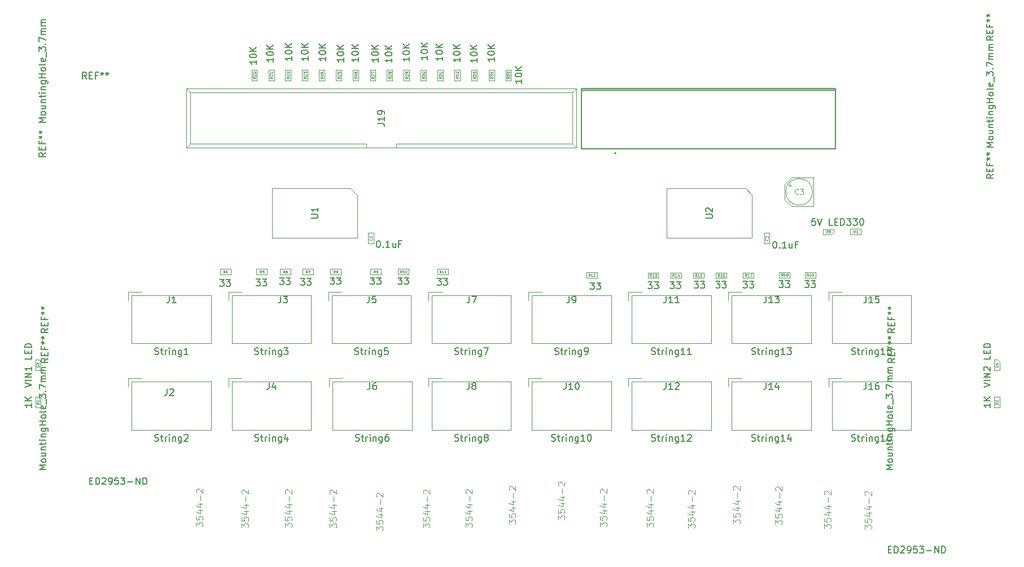
<source format=gbr>
G04 #@! TF.GenerationSoftware,KiCad,Pcbnew,(6.0.5)*
G04 #@! TF.CreationDate,2022-06-05T02:02:10-04:00*
G04 #@! TF.ProjectId,PB_16,50425f31-362e-46b6-9963-61645f706362,v1*
G04 #@! TF.SameCoordinates,Original*
G04 #@! TF.FileFunction,AssemblyDrawing,Top*
%FSLAX46Y46*%
G04 Gerber Fmt 4.6, Leading zero omitted, Abs format (unit mm)*
G04 Created by KiCad (PCBNEW (6.0.5)) date 2022-06-05 02:02:10*
%MOMM*%
%LPD*%
G01*
G04 APERTURE LIST*
%ADD10C,0.150000*%
%ADD11C,0.060000*%
%ADD12C,0.050000*%
%ADD13C,0.120000*%
%ADD14C,0.100000*%
%ADD15C,0.200000*%
%ADD16C,0.127000*%
G04 APERTURE END LIST*
D10*
X193905285Y-100830180D02*
X194524333Y-100830180D01*
X194191000Y-101211133D01*
X194333857Y-101211133D01*
X194429095Y-101258752D01*
X194476714Y-101306371D01*
X194524333Y-101401609D01*
X194524333Y-101639704D01*
X194476714Y-101734942D01*
X194429095Y-101782561D01*
X194333857Y-101830180D01*
X194048142Y-101830180D01*
X193952904Y-101782561D01*
X193905285Y-101734942D01*
X194857666Y-100830180D02*
X195476714Y-100830180D01*
X195143380Y-101211133D01*
X195286238Y-101211133D01*
X195381476Y-101258752D01*
X195429095Y-101306371D01*
X195476714Y-101401609D01*
X195476714Y-101639704D01*
X195429095Y-101734942D01*
X195381476Y-101782561D01*
X195286238Y-101830180D01*
X195000523Y-101830180D01*
X194905285Y-101782561D01*
X194857666Y-101734942D01*
X196095761Y-100830180D02*
X196191000Y-100830180D01*
X196286238Y-100877800D01*
X196333857Y-100925419D01*
X196381476Y-101020657D01*
X196429095Y-101211133D01*
X196429095Y-101449228D01*
X196381476Y-101639704D01*
X196333857Y-101734942D01*
X196286238Y-101782561D01*
X196191000Y-101830180D01*
X196095761Y-101830180D01*
X196000523Y-101782561D01*
X195952904Y-101734942D01*
X195905285Y-101639704D01*
X195857666Y-101449228D01*
X195857666Y-101211133D01*
X195905285Y-101020657D01*
X195952904Y-100925419D01*
X196000523Y-100877800D01*
X196095761Y-100830180D01*
D11*
X195124333Y-102988752D02*
X194991000Y-102798276D01*
X194895761Y-102988752D02*
X194895761Y-102588752D01*
X195048142Y-102588752D01*
X195086238Y-102607800D01*
X195105285Y-102626847D01*
X195124333Y-102664942D01*
X195124333Y-102722085D01*
X195105285Y-102760180D01*
X195086238Y-102779228D01*
X195048142Y-102798276D01*
X194895761Y-102798276D01*
X195257666Y-102588752D02*
X195505285Y-102588752D01*
X195371952Y-102741133D01*
X195429095Y-102741133D01*
X195467190Y-102760180D01*
X195486238Y-102779228D01*
X195505285Y-102817323D01*
X195505285Y-102912561D01*
X195486238Y-102950657D01*
X195467190Y-102969704D01*
X195429095Y-102988752D01*
X195314809Y-102988752D01*
X195276714Y-102969704D01*
X195257666Y-102950657D01*
D10*
X215423380Y-128606285D02*
X215423380Y-129177714D01*
X215423380Y-128892000D02*
X214423380Y-128892000D01*
X214566238Y-128987238D01*
X214661476Y-129082476D01*
X214709095Y-129177714D01*
X215423380Y-128177714D02*
X214423380Y-128177714D01*
X215423380Y-127606285D02*
X214851952Y-128034857D01*
X214423380Y-127606285D02*
X214994809Y-128177714D01*
D11*
X216581952Y-128458666D02*
X216391476Y-128592000D01*
X216581952Y-128687238D02*
X216181952Y-128687238D01*
X216181952Y-128534857D01*
X216201000Y-128496761D01*
X216220047Y-128477714D01*
X216258142Y-128458666D01*
X216315285Y-128458666D01*
X216353380Y-128477714D01*
X216372428Y-128496761D01*
X216391476Y-128534857D01*
X216391476Y-128687238D01*
X216220047Y-128306285D02*
X216201000Y-128287238D01*
X216181952Y-128249142D01*
X216181952Y-128153904D01*
X216201000Y-128115809D01*
X216220047Y-128096761D01*
X216258142Y-128077714D01*
X216296238Y-128077714D01*
X216353380Y-128096761D01*
X216581952Y-128325333D01*
X216581952Y-128077714D01*
D10*
X71623380Y-128606285D02*
X71623380Y-129177714D01*
X71623380Y-128892000D02*
X70623380Y-128892000D01*
X70766238Y-128987238D01*
X70861476Y-129082476D01*
X70909095Y-129177714D01*
X71623380Y-128177714D02*
X70623380Y-128177714D01*
X71623380Y-127606285D02*
X71051952Y-128034857D01*
X70623380Y-127606285D02*
X71194809Y-128177714D01*
D11*
X72781952Y-128458666D02*
X72591476Y-128592000D01*
X72781952Y-128687238D02*
X72381952Y-128687238D01*
X72381952Y-128534857D01*
X72401000Y-128496761D01*
X72420047Y-128477714D01*
X72458142Y-128458666D01*
X72515285Y-128458666D01*
X72553380Y-128477714D01*
X72572428Y-128496761D01*
X72591476Y-128534857D01*
X72591476Y-128687238D01*
X72781952Y-128077714D02*
X72781952Y-128306285D01*
X72781952Y-128192000D02*
X72381952Y-128192000D01*
X72439095Y-128230095D01*
X72477190Y-128268190D01*
X72496238Y-128306285D01*
D10*
X189172428Y-100840180D02*
X188696238Y-100840180D01*
X188648619Y-101316371D01*
X188696238Y-101268752D01*
X188791476Y-101221133D01*
X189029571Y-101221133D01*
X189124809Y-101268752D01*
X189172428Y-101316371D01*
X189220047Y-101411609D01*
X189220047Y-101649704D01*
X189172428Y-101744942D01*
X189124809Y-101792561D01*
X189029571Y-101840180D01*
X188791476Y-101840180D01*
X188696238Y-101792561D01*
X188648619Y-101744942D01*
X189505761Y-100840180D02*
X189839095Y-101840180D01*
X190172428Y-100840180D01*
X191743857Y-101840180D02*
X191267666Y-101840180D01*
X191267666Y-100840180D01*
X192077190Y-101316371D02*
X192410523Y-101316371D01*
X192553380Y-101840180D02*
X192077190Y-101840180D01*
X192077190Y-100840180D01*
X192553380Y-100840180D01*
X192981952Y-101840180D02*
X192981952Y-100840180D01*
X193220047Y-100840180D01*
X193362904Y-100887800D01*
X193458142Y-100983038D01*
X193505761Y-101078276D01*
X193553380Y-101268752D01*
X193553380Y-101411609D01*
X193505761Y-101602085D01*
X193458142Y-101697323D01*
X193362904Y-101792561D01*
X193220047Y-101840180D01*
X192981952Y-101840180D01*
D11*
X190805761Y-102998752D02*
X190805761Y-102598752D01*
X190901000Y-102598752D01*
X190958142Y-102617800D01*
X190996238Y-102655895D01*
X191015285Y-102693990D01*
X191034333Y-102770180D01*
X191034333Y-102827323D01*
X191015285Y-102903514D01*
X190996238Y-102941609D01*
X190958142Y-102979704D01*
X190901000Y-102998752D01*
X190805761Y-102998752D01*
X191396238Y-102598752D02*
X191205761Y-102598752D01*
X191186714Y-102789228D01*
X191205761Y-102770180D01*
X191243857Y-102751133D01*
X191339095Y-102751133D01*
X191377190Y-102770180D01*
X191396238Y-102789228D01*
X191415285Y-102827323D01*
X191415285Y-102922561D01*
X191396238Y-102960657D01*
X191377190Y-102979704D01*
X191339095Y-102998752D01*
X191243857Y-102998752D01*
X191205761Y-102979704D01*
X191186714Y-102960657D01*
D10*
X214423380Y-126140523D02*
X215423380Y-125807190D01*
X214423380Y-125473857D01*
X215423380Y-125140523D02*
X214423380Y-125140523D01*
X215423380Y-124664333D02*
X214423380Y-124664333D01*
X215423380Y-124092904D01*
X214423380Y-124092904D01*
X214518619Y-123664333D02*
X214471000Y-123616714D01*
X214423380Y-123521476D01*
X214423380Y-123283380D01*
X214471000Y-123188142D01*
X214518619Y-123140523D01*
X214613857Y-123092904D01*
X214709095Y-123092904D01*
X214851952Y-123140523D01*
X215423380Y-123711952D01*
X215423380Y-123092904D01*
X215423380Y-121426238D02*
X215423380Y-121902428D01*
X214423380Y-121902428D01*
X214899571Y-121092904D02*
X214899571Y-120759571D01*
X215423380Y-120616714D02*
X215423380Y-121092904D01*
X214423380Y-121092904D01*
X214423380Y-120616714D01*
X215423380Y-120188142D02*
X214423380Y-120188142D01*
X214423380Y-119950047D01*
X214471000Y-119807190D01*
X214566238Y-119711952D01*
X214661476Y-119664333D01*
X214851952Y-119616714D01*
X214994809Y-119616714D01*
X215185285Y-119664333D01*
X215280523Y-119711952D01*
X215375761Y-119807190D01*
X215423380Y-119950047D01*
X215423380Y-120188142D01*
D11*
X216581952Y-123126238D02*
X216181952Y-123126238D01*
X216181952Y-123031000D01*
X216201000Y-122973857D01*
X216239095Y-122935761D01*
X216277190Y-122916714D01*
X216353380Y-122897666D01*
X216410523Y-122897666D01*
X216486714Y-122916714D01*
X216524809Y-122935761D01*
X216562904Y-122973857D01*
X216581952Y-123031000D01*
X216581952Y-123126238D01*
X216315285Y-122554809D02*
X216581952Y-122554809D01*
X216162904Y-122650047D02*
X216448619Y-122745285D01*
X216448619Y-122497666D01*
D10*
X70623380Y-126140523D02*
X71623380Y-125807190D01*
X70623380Y-125473857D01*
X71623380Y-125140523D02*
X70623380Y-125140523D01*
X71623380Y-124664333D02*
X70623380Y-124664333D01*
X71623380Y-124092904D01*
X70623380Y-124092904D01*
X71623380Y-123092904D02*
X71623380Y-123664333D01*
X71623380Y-123378619D02*
X70623380Y-123378619D01*
X70766238Y-123473857D01*
X70861476Y-123569095D01*
X70909095Y-123664333D01*
X71623380Y-121426238D02*
X71623380Y-121902428D01*
X70623380Y-121902428D01*
X71099571Y-121092904D02*
X71099571Y-120759571D01*
X71623380Y-120616714D02*
X71623380Y-121092904D01*
X70623380Y-121092904D01*
X70623380Y-120616714D01*
X71623380Y-120188142D02*
X70623380Y-120188142D01*
X70623380Y-119950047D01*
X70671000Y-119807190D01*
X70766238Y-119711952D01*
X70861476Y-119664333D01*
X71051952Y-119616714D01*
X71194809Y-119616714D01*
X71385285Y-119664333D01*
X71480523Y-119711952D01*
X71575761Y-119807190D01*
X71623380Y-119950047D01*
X71623380Y-120188142D01*
D11*
X72781952Y-123126238D02*
X72381952Y-123126238D01*
X72381952Y-123031000D01*
X72401000Y-122973857D01*
X72439095Y-122935761D01*
X72477190Y-122916714D01*
X72553380Y-122897666D01*
X72610523Y-122897666D01*
X72686714Y-122916714D01*
X72724809Y-122935761D01*
X72762904Y-122973857D01*
X72781952Y-123031000D01*
X72781952Y-123126238D01*
X72381952Y-122764333D02*
X72381952Y-122516714D01*
X72534333Y-122650047D01*
X72534333Y-122592904D01*
X72553380Y-122554809D01*
X72572428Y-122535761D01*
X72610523Y-122516714D01*
X72705761Y-122516714D01*
X72743857Y-122535761D01*
X72762904Y-122554809D01*
X72781952Y-122592904D01*
X72781952Y-122707190D01*
X72762904Y-122745285D01*
X72743857Y-122764333D01*
D10*
X183068142Y-104280180D02*
X183163380Y-104280180D01*
X183258619Y-104327800D01*
X183306238Y-104375419D01*
X183353857Y-104470657D01*
X183401476Y-104661133D01*
X183401476Y-104899228D01*
X183353857Y-105089704D01*
X183306238Y-105184942D01*
X183258619Y-105232561D01*
X183163380Y-105280180D01*
X183068142Y-105280180D01*
X182972904Y-105232561D01*
X182925285Y-105184942D01*
X182877666Y-105089704D01*
X182830047Y-104899228D01*
X182830047Y-104661133D01*
X182877666Y-104470657D01*
X182925285Y-104375419D01*
X182972904Y-104327800D01*
X183068142Y-104280180D01*
X183830047Y-105184942D02*
X183877666Y-105232561D01*
X183830047Y-105280180D01*
X183782428Y-105232561D01*
X183830047Y-105184942D01*
X183830047Y-105280180D01*
X184830047Y-105280180D02*
X184258619Y-105280180D01*
X184544333Y-105280180D02*
X184544333Y-104280180D01*
X184449095Y-104423038D01*
X184353857Y-104518276D01*
X184258619Y-104565895D01*
X185687190Y-104613514D02*
X185687190Y-105280180D01*
X185258619Y-104613514D02*
X185258619Y-105137323D01*
X185306238Y-105232561D01*
X185401476Y-105280180D01*
X185544333Y-105280180D01*
X185639571Y-105232561D01*
X185687190Y-105184942D01*
X186496714Y-104756371D02*
X186163380Y-104756371D01*
X186163380Y-105280180D02*
X186163380Y-104280180D01*
X186639571Y-104280180D01*
D11*
X182043857Y-103864466D02*
X182062904Y-103883514D01*
X182081952Y-103940657D01*
X182081952Y-103978752D01*
X182062904Y-104035895D01*
X182024809Y-104073990D01*
X181986714Y-104093038D01*
X181910523Y-104112085D01*
X181853380Y-104112085D01*
X181777190Y-104093038D01*
X181739095Y-104073990D01*
X181701000Y-104035895D01*
X181681952Y-103978752D01*
X181681952Y-103940657D01*
X181701000Y-103883514D01*
X181720047Y-103864466D01*
X181720047Y-103712085D02*
X181701000Y-103693038D01*
X181681952Y-103654942D01*
X181681952Y-103559704D01*
X181701000Y-103521609D01*
X181720047Y-103502561D01*
X181758142Y-103483514D01*
X181796238Y-103483514D01*
X181853380Y-103502561D01*
X182081952Y-103731133D01*
X182081952Y-103483514D01*
D10*
X123588142Y-104150180D02*
X123683380Y-104150180D01*
X123778619Y-104197800D01*
X123826238Y-104245419D01*
X123873857Y-104340657D01*
X123921476Y-104531133D01*
X123921476Y-104769228D01*
X123873857Y-104959704D01*
X123826238Y-105054942D01*
X123778619Y-105102561D01*
X123683380Y-105150180D01*
X123588142Y-105150180D01*
X123492904Y-105102561D01*
X123445285Y-105054942D01*
X123397666Y-104959704D01*
X123350047Y-104769228D01*
X123350047Y-104531133D01*
X123397666Y-104340657D01*
X123445285Y-104245419D01*
X123492904Y-104197800D01*
X123588142Y-104150180D01*
X124350047Y-105054942D02*
X124397666Y-105102561D01*
X124350047Y-105150180D01*
X124302428Y-105102561D01*
X124350047Y-105054942D01*
X124350047Y-105150180D01*
X125350047Y-105150180D02*
X124778619Y-105150180D01*
X125064333Y-105150180D02*
X125064333Y-104150180D01*
X124969095Y-104293038D01*
X124873857Y-104388276D01*
X124778619Y-104435895D01*
X126207190Y-104483514D02*
X126207190Y-105150180D01*
X125778619Y-104483514D02*
X125778619Y-105007323D01*
X125826238Y-105102561D01*
X125921476Y-105150180D01*
X126064333Y-105150180D01*
X126159571Y-105102561D01*
X126207190Y-105054942D01*
X127016714Y-104626371D02*
X126683380Y-104626371D01*
X126683380Y-105150180D02*
X126683380Y-104150180D01*
X127159571Y-104150180D01*
D11*
X122643857Y-103844466D02*
X122662904Y-103863514D01*
X122681952Y-103920657D01*
X122681952Y-103958752D01*
X122662904Y-104015895D01*
X122624809Y-104053990D01*
X122586714Y-104073038D01*
X122510523Y-104092085D01*
X122453380Y-104092085D01*
X122377190Y-104073038D01*
X122339095Y-104053990D01*
X122301000Y-104015895D01*
X122281952Y-103958752D01*
X122281952Y-103920657D01*
X122301000Y-103863514D01*
X122320047Y-103844466D01*
X122681952Y-103463514D02*
X122681952Y-103692085D01*
X122681952Y-103577800D02*
X122281952Y-103577800D01*
X122339095Y-103615895D01*
X122377190Y-103653990D01*
X122396238Y-103692085D01*
D10*
X123523380Y-86547323D02*
X124237666Y-86547323D01*
X124380523Y-86594942D01*
X124475761Y-86690180D01*
X124523380Y-86833038D01*
X124523380Y-86928276D01*
X124523380Y-85547323D02*
X124523380Y-86118752D01*
X124523380Y-85833038D02*
X123523380Y-85833038D01*
X123666238Y-85928276D01*
X123761476Y-86023514D01*
X123809095Y-86118752D01*
X124523380Y-85071133D02*
X124523380Y-84880657D01*
X124475761Y-84785419D01*
X124428142Y-84737800D01*
X124285285Y-84642561D01*
X124094809Y-84594942D01*
X123713857Y-84594942D01*
X123618619Y-84642561D01*
X123571000Y-84690180D01*
X123523380Y-84785419D01*
X123523380Y-84975895D01*
X123571000Y-85071133D01*
X123618619Y-85118752D01*
X123713857Y-85166371D01*
X123951952Y-85166371D01*
X124047190Y-85118752D01*
X124094809Y-85071133D01*
X124142428Y-84975895D01*
X124142428Y-84785419D01*
X124094809Y-84690180D01*
X124047190Y-84642561D01*
X123951952Y-84594942D01*
X145163380Y-79928276D02*
X145163380Y-80499704D01*
X145163380Y-80213990D02*
X144163380Y-80213990D01*
X144306238Y-80309228D01*
X144401476Y-80404466D01*
X144449095Y-80499704D01*
X144163380Y-79309228D02*
X144163380Y-79213990D01*
X144211000Y-79118752D01*
X144258619Y-79071133D01*
X144353857Y-79023514D01*
X144544333Y-78975895D01*
X144782428Y-78975895D01*
X144972904Y-79023514D01*
X145068142Y-79071133D01*
X145115761Y-79118752D01*
X145163380Y-79213990D01*
X145163380Y-79309228D01*
X145115761Y-79404466D01*
X145068142Y-79452085D01*
X144972904Y-79499704D01*
X144782428Y-79547323D01*
X144544333Y-79547323D01*
X144353857Y-79499704D01*
X144258619Y-79452085D01*
X144211000Y-79404466D01*
X144163380Y-79309228D01*
X145163380Y-78547323D02*
X144163380Y-78547323D01*
X145163380Y-77975895D02*
X144591952Y-78404466D01*
X144163380Y-77975895D02*
X144734809Y-78547323D01*
D11*
X143311952Y-79534942D02*
X143121476Y-79668276D01*
X143311952Y-79763514D02*
X142911952Y-79763514D01*
X142911952Y-79611133D01*
X142931000Y-79573038D01*
X142950047Y-79553990D01*
X142988142Y-79534942D01*
X143045285Y-79534942D01*
X143083380Y-79553990D01*
X143102428Y-79573038D01*
X143121476Y-79611133D01*
X143121476Y-79763514D01*
X142911952Y-79401609D02*
X142911952Y-79153990D01*
X143064333Y-79287323D01*
X143064333Y-79230180D01*
X143083380Y-79192085D01*
X143102428Y-79173038D01*
X143140523Y-79153990D01*
X143235761Y-79153990D01*
X143273857Y-79173038D01*
X143292904Y-79192085D01*
X143311952Y-79230180D01*
X143311952Y-79344466D01*
X143292904Y-79382561D01*
X143273857Y-79401609D01*
X142911952Y-78792085D02*
X142911952Y-78982561D01*
X143102428Y-79001609D01*
X143083380Y-78982561D01*
X143064333Y-78944466D01*
X143064333Y-78849228D01*
X143083380Y-78811133D01*
X143102428Y-78792085D01*
X143140523Y-78773038D01*
X143235761Y-78773038D01*
X143273857Y-78792085D01*
X143292904Y-78811133D01*
X143311952Y-78849228D01*
X143311952Y-78944466D01*
X143292904Y-78982561D01*
X143273857Y-79001609D01*
D10*
X141043380Y-76638276D02*
X141043380Y-77209704D01*
X141043380Y-76923990D02*
X140043380Y-76923990D01*
X140186238Y-77019228D01*
X140281476Y-77114466D01*
X140329095Y-77209704D01*
X140043380Y-76019228D02*
X140043380Y-75923990D01*
X140091000Y-75828752D01*
X140138619Y-75781133D01*
X140233857Y-75733514D01*
X140424333Y-75685895D01*
X140662428Y-75685895D01*
X140852904Y-75733514D01*
X140948142Y-75781133D01*
X140995761Y-75828752D01*
X141043380Y-75923990D01*
X141043380Y-76019228D01*
X140995761Y-76114466D01*
X140948142Y-76162085D01*
X140852904Y-76209704D01*
X140662428Y-76257323D01*
X140424333Y-76257323D01*
X140233857Y-76209704D01*
X140138619Y-76162085D01*
X140091000Y-76114466D01*
X140043380Y-76019228D01*
X141043380Y-75257323D02*
X140043380Y-75257323D01*
X141043380Y-74685895D02*
X140471952Y-75114466D01*
X140043380Y-74685895D02*
X140614809Y-75257323D01*
D11*
X140791952Y-79534942D02*
X140601476Y-79668276D01*
X140791952Y-79763514D02*
X140391952Y-79763514D01*
X140391952Y-79611133D01*
X140411000Y-79573038D01*
X140430047Y-79553990D01*
X140468142Y-79534942D01*
X140525285Y-79534942D01*
X140563380Y-79553990D01*
X140582428Y-79573038D01*
X140601476Y-79611133D01*
X140601476Y-79763514D01*
X140391952Y-79401609D02*
X140391952Y-79153990D01*
X140544333Y-79287323D01*
X140544333Y-79230180D01*
X140563380Y-79192085D01*
X140582428Y-79173038D01*
X140620523Y-79153990D01*
X140715761Y-79153990D01*
X140753857Y-79173038D01*
X140772904Y-79192085D01*
X140791952Y-79230180D01*
X140791952Y-79344466D01*
X140772904Y-79382561D01*
X140753857Y-79401609D01*
X140525285Y-78811133D02*
X140791952Y-78811133D01*
X140372904Y-78906371D02*
X140658619Y-79001609D01*
X140658619Y-78753990D01*
D10*
X138453380Y-76748276D02*
X138453380Y-77319704D01*
X138453380Y-77033990D02*
X137453380Y-77033990D01*
X137596238Y-77129228D01*
X137691476Y-77224466D01*
X137739095Y-77319704D01*
X137453380Y-76129228D02*
X137453380Y-76033990D01*
X137501000Y-75938752D01*
X137548619Y-75891133D01*
X137643857Y-75843514D01*
X137834333Y-75795895D01*
X138072428Y-75795895D01*
X138262904Y-75843514D01*
X138358142Y-75891133D01*
X138405761Y-75938752D01*
X138453380Y-76033990D01*
X138453380Y-76129228D01*
X138405761Y-76224466D01*
X138358142Y-76272085D01*
X138262904Y-76319704D01*
X138072428Y-76367323D01*
X137834333Y-76367323D01*
X137643857Y-76319704D01*
X137548619Y-76272085D01*
X137501000Y-76224466D01*
X137453380Y-76129228D01*
X138453380Y-75367323D02*
X137453380Y-75367323D01*
X138453380Y-74795895D02*
X137881952Y-75224466D01*
X137453380Y-74795895D02*
X138024809Y-75367323D01*
D11*
X138221952Y-79534942D02*
X138031476Y-79668276D01*
X138221952Y-79763514D02*
X137821952Y-79763514D01*
X137821952Y-79611133D01*
X137841000Y-79573038D01*
X137860047Y-79553990D01*
X137898142Y-79534942D01*
X137955285Y-79534942D01*
X137993380Y-79553990D01*
X138012428Y-79573038D01*
X138031476Y-79611133D01*
X138031476Y-79763514D01*
X137821952Y-79401609D02*
X137821952Y-79153990D01*
X137974333Y-79287323D01*
X137974333Y-79230180D01*
X137993380Y-79192085D01*
X138012428Y-79173038D01*
X138050523Y-79153990D01*
X138145761Y-79153990D01*
X138183857Y-79173038D01*
X138202904Y-79192085D01*
X138221952Y-79230180D01*
X138221952Y-79344466D01*
X138202904Y-79382561D01*
X138183857Y-79401609D01*
X137821952Y-79020657D02*
X137821952Y-78773038D01*
X137974333Y-78906371D01*
X137974333Y-78849228D01*
X137993380Y-78811133D01*
X138012428Y-78792085D01*
X138050523Y-78773038D01*
X138145761Y-78773038D01*
X138183857Y-78792085D01*
X138202904Y-78811133D01*
X138221952Y-78849228D01*
X138221952Y-78963514D01*
X138202904Y-79001609D01*
X138183857Y-79020657D01*
D10*
X135873380Y-76658276D02*
X135873380Y-77229704D01*
X135873380Y-76943990D02*
X134873380Y-76943990D01*
X135016238Y-77039228D01*
X135111476Y-77134466D01*
X135159095Y-77229704D01*
X134873380Y-76039228D02*
X134873380Y-75943990D01*
X134921000Y-75848752D01*
X134968619Y-75801133D01*
X135063857Y-75753514D01*
X135254333Y-75705895D01*
X135492428Y-75705895D01*
X135682904Y-75753514D01*
X135778142Y-75801133D01*
X135825761Y-75848752D01*
X135873380Y-75943990D01*
X135873380Y-76039228D01*
X135825761Y-76134466D01*
X135778142Y-76182085D01*
X135682904Y-76229704D01*
X135492428Y-76277323D01*
X135254333Y-76277323D01*
X135063857Y-76229704D01*
X134968619Y-76182085D01*
X134921000Y-76134466D01*
X134873380Y-76039228D01*
X135873380Y-75277323D02*
X134873380Y-75277323D01*
X135873380Y-74705895D02*
X135301952Y-75134466D01*
X134873380Y-74705895D02*
X135444809Y-75277323D01*
D11*
X135661952Y-79534942D02*
X135471476Y-79668276D01*
X135661952Y-79763514D02*
X135261952Y-79763514D01*
X135261952Y-79611133D01*
X135281000Y-79573038D01*
X135300047Y-79553990D01*
X135338142Y-79534942D01*
X135395285Y-79534942D01*
X135433380Y-79553990D01*
X135452428Y-79573038D01*
X135471476Y-79611133D01*
X135471476Y-79763514D01*
X135261952Y-79401609D02*
X135261952Y-79153990D01*
X135414333Y-79287323D01*
X135414333Y-79230180D01*
X135433380Y-79192085D01*
X135452428Y-79173038D01*
X135490523Y-79153990D01*
X135585761Y-79153990D01*
X135623857Y-79173038D01*
X135642904Y-79192085D01*
X135661952Y-79230180D01*
X135661952Y-79344466D01*
X135642904Y-79382561D01*
X135623857Y-79401609D01*
X135300047Y-79001609D02*
X135281000Y-78982561D01*
X135261952Y-78944466D01*
X135261952Y-78849228D01*
X135281000Y-78811133D01*
X135300047Y-78792085D01*
X135338142Y-78773038D01*
X135376238Y-78773038D01*
X135433380Y-78792085D01*
X135661952Y-79020657D01*
X135661952Y-78773038D01*
D10*
X133263380Y-76518276D02*
X133263380Y-77089704D01*
X133263380Y-76803990D02*
X132263380Y-76803990D01*
X132406238Y-76899228D01*
X132501476Y-76994466D01*
X132549095Y-77089704D01*
X132263380Y-75899228D02*
X132263380Y-75803990D01*
X132311000Y-75708752D01*
X132358619Y-75661133D01*
X132453857Y-75613514D01*
X132644333Y-75565895D01*
X132882428Y-75565895D01*
X133072904Y-75613514D01*
X133168142Y-75661133D01*
X133215761Y-75708752D01*
X133263380Y-75803990D01*
X133263380Y-75899228D01*
X133215761Y-75994466D01*
X133168142Y-76042085D01*
X133072904Y-76089704D01*
X132882428Y-76137323D01*
X132644333Y-76137323D01*
X132453857Y-76089704D01*
X132358619Y-76042085D01*
X132311000Y-75994466D01*
X132263380Y-75899228D01*
X133263380Y-75137323D02*
X132263380Y-75137323D01*
X133263380Y-74565895D02*
X132691952Y-74994466D01*
X132263380Y-74565895D02*
X132834809Y-75137323D01*
D11*
X133141952Y-79534942D02*
X132951476Y-79668276D01*
X133141952Y-79763514D02*
X132741952Y-79763514D01*
X132741952Y-79611133D01*
X132761000Y-79573038D01*
X132780047Y-79553990D01*
X132818142Y-79534942D01*
X132875285Y-79534942D01*
X132913380Y-79553990D01*
X132932428Y-79573038D01*
X132951476Y-79611133D01*
X132951476Y-79763514D01*
X132741952Y-79401609D02*
X132741952Y-79153990D01*
X132894333Y-79287323D01*
X132894333Y-79230180D01*
X132913380Y-79192085D01*
X132932428Y-79173038D01*
X132970523Y-79153990D01*
X133065761Y-79153990D01*
X133103857Y-79173038D01*
X133122904Y-79192085D01*
X133141952Y-79230180D01*
X133141952Y-79344466D01*
X133122904Y-79382561D01*
X133103857Y-79401609D01*
X133141952Y-78773038D02*
X133141952Y-79001609D01*
X133141952Y-78887323D02*
X132741952Y-78887323D01*
X132799095Y-78925419D01*
X132837190Y-78963514D01*
X132856238Y-79001609D01*
D10*
X131013380Y-76388276D02*
X131013380Y-76959704D01*
X131013380Y-76673990D02*
X130013380Y-76673990D01*
X130156238Y-76769228D01*
X130251476Y-76864466D01*
X130299095Y-76959704D01*
X130013380Y-75769228D02*
X130013380Y-75673990D01*
X130061000Y-75578752D01*
X130108619Y-75531133D01*
X130203857Y-75483514D01*
X130394333Y-75435895D01*
X130632428Y-75435895D01*
X130822904Y-75483514D01*
X130918142Y-75531133D01*
X130965761Y-75578752D01*
X131013380Y-75673990D01*
X131013380Y-75769228D01*
X130965761Y-75864466D01*
X130918142Y-75912085D01*
X130822904Y-75959704D01*
X130632428Y-76007323D01*
X130394333Y-76007323D01*
X130203857Y-75959704D01*
X130108619Y-75912085D01*
X130061000Y-75864466D01*
X130013380Y-75769228D01*
X131013380Y-75007323D02*
X130013380Y-75007323D01*
X131013380Y-74435895D02*
X130441952Y-74864466D01*
X130013380Y-74435895D02*
X130584809Y-75007323D01*
D11*
X130601952Y-79534942D02*
X130411476Y-79668276D01*
X130601952Y-79763514D02*
X130201952Y-79763514D01*
X130201952Y-79611133D01*
X130221000Y-79573038D01*
X130240047Y-79553990D01*
X130278142Y-79534942D01*
X130335285Y-79534942D01*
X130373380Y-79553990D01*
X130392428Y-79573038D01*
X130411476Y-79611133D01*
X130411476Y-79763514D01*
X130201952Y-79401609D02*
X130201952Y-79153990D01*
X130354333Y-79287323D01*
X130354333Y-79230180D01*
X130373380Y-79192085D01*
X130392428Y-79173038D01*
X130430523Y-79153990D01*
X130525761Y-79153990D01*
X130563857Y-79173038D01*
X130582904Y-79192085D01*
X130601952Y-79230180D01*
X130601952Y-79344466D01*
X130582904Y-79382561D01*
X130563857Y-79401609D01*
X130201952Y-78906371D02*
X130201952Y-78868276D01*
X130221000Y-78830180D01*
X130240047Y-78811133D01*
X130278142Y-78792085D01*
X130354333Y-78773038D01*
X130449571Y-78773038D01*
X130525761Y-78792085D01*
X130563857Y-78811133D01*
X130582904Y-78830180D01*
X130601952Y-78868276D01*
X130601952Y-78906371D01*
X130582904Y-78944466D01*
X130563857Y-78963514D01*
X130525761Y-78982561D01*
X130449571Y-79001609D01*
X130354333Y-79001609D01*
X130278142Y-78982561D01*
X130240047Y-78963514D01*
X130221000Y-78944466D01*
X130201952Y-78906371D01*
D10*
X128303380Y-76588276D02*
X128303380Y-77159704D01*
X128303380Y-76873990D02*
X127303380Y-76873990D01*
X127446238Y-76969228D01*
X127541476Y-77064466D01*
X127589095Y-77159704D01*
X127303380Y-75969228D02*
X127303380Y-75873990D01*
X127351000Y-75778752D01*
X127398619Y-75731133D01*
X127493857Y-75683514D01*
X127684333Y-75635895D01*
X127922428Y-75635895D01*
X128112904Y-75683514D01*
X128208142Y-75731133D01*
X128255761Y-75778752D01*
X128303380Y-75873990D01*
X128303380Y-75969228D01*
X128255761Y-76064466D01*
X128208142Y-76112085D01*
X128112904Y-76159704D01*
X127922428Y-76207323D01*
X127684333Y-76207323D01*
X127493857Y-76159704D01*
X127398619Y-76112085D01*
X127351000Y-76064466D01*
X127303380Y-75969228D01*
X128303380Y-75207323D02*
X127303380Y-75207323D01*
X128303380Y-74635895D02*
X127731952Y-75064466D01*
X127303380Y-74635895D02*
X127874809Y-75207323D01*
D11*
X128061952Y-79534942D02*
X127871476Y-79668276D01*
X128061952Y-79763514D02*
X127661952Y-79763514D01*
X127661952Y-79611133D01*
X127681000Y-79573038D01*
X127700047Y-79553990D01*
X127738142Y-79534942D01*
X127795285Y-79534942D01*
X127833380Y-79553990D01*
X127852428Y-79573038D01*
X127871476Y-79611133D01*
X127871476Y-79763514D01*
X127700047Y-79382561D02*
X127681000Y-79363514D01*
X127661952Y-79325419D01*
X127661952Y-79230180D01*
X127681000Y-79192085D01*
X127700047Y-79173038D01*
X127738142Y-79153990D01*
X127776238Y-79153990D01*
X127833380Y-79173038D01*
X128061952Y-79401609D01*
X128061952Y-79153990D01*
X128061952Y-78963514D02*
X128061952Y-78887323D01*
X128042904Y-78849228D01*
X128023857Y-78830180D01*
X127966714Y-78792085D01*
X127890523Y-78773038D01*
X127738142Y-78773038D01*
X127700047Y-78792085D01*
X127681000Y-78811133D01*
X127661952Y-78849228D01*
X127661952Y-78925419D01*
X127681000Y-78963514D01*
X127700047Y-78982561D01*
X127738142Y-79001609D01*
X127833380Y-79001609D01*
X127871476Y-78982561D01*
X127890523Y-78963514D01*
X127909571Y-78925419D01*
X127909571Y-78849228D01*
X127890523Y-78811133D01*
X127871476Y-78792085D01*
X127833380Y-78773038D01*
D10*
X125673380Y-76768276D02*
X125673380Y-77339704D01*
X125673380Y-77053990D02*
X124673380Y-77053990D01*
X124816238Y-77149228D01*
X124911476Y-77244466D01*
X124959095Y-77339704D01*
X124673380Y-76149228D02*
X124673380Y-76053990D01*
X124721000Y-75958752D01*
X124768619Y-75911133D01*
X124863857Y-75863514D01*
X125054333Y-75815895D01*
X125292428Y-75815895D01*
X125482904Y-75863514D01*
X125578142Y-75911133D01*
X125625761Y-75958752D01*
X125673380Y-76053990D01*
X125673380Y-76149228D01*
X125625761Y-76244466D01*
X125578142Y-76292085D01*
X125482904Y-76339704D01*
X125292428Y-76387323D01*
X125054333Y-76387323D01*
X124863857Y-76339704D01*
X124768619Y-76292085D01*
X124721000Y-76244466D01*
X124673380Y-76149228D01*
X125673380Y-75387323D02*
X124673380Y-75387323D01*
X125673380Y-74815895D02*
X125101952Y-75244466D01*
X124673380Y-74815895D02*
X125244809Y-75387323D01*
D11*
X125521952Y-79534942D02*
X125331476Y-79668276D01*
X125521952Y-79763514D02*
X125121952Y-79763514D01*
X125121952Y-79611133D01*
X125141000Y-79573038D01*
X125160047Y-79553990D01*
X125198142Y-79534942D01*
X125255285Y-79534942D01*
X125293380Y-79553990D01*
X125312428Y-79573038D01*
X125331476Y-79611133D01*
X125331476Y-79763514D01*
X125160047Y-79382561D02*
X125141000Y-79363514D01*
X125121952Y-79325419D01*
X125121952Y-79230180D01*
X125141000Y-79192085D01*
X125160047Y-79173038D01*
X125198142Y-79153990D01*
X125236238Y-79153990D01*
X125293380Y-79173038D01*
X125521952Y-79401609D01*
X125521952Y-79153990D01*
X125293380Y-78925419D02*
X125274333Y-78963514D01*
X125255285Y-78982561D01*
X125217190Y-79001609D01*
X125198142Y-79001609D01*
X125160047Y-78982561D01*
X125141000Y-78963514D01*
X125121952Y-78925419D01*
X125121952Y-78849228D01*
X125141000Y-78811133D01*
X125160047Y-78792085D01*
X125198142Y-78773038D01*
X125217190Y-78773038D01*
X125255285Y-78792085D01*
X125274333Y-78811133D01*
X125293380Y-78849228D01*
X125293380Y-78925419D01*
X125312428Y-78963514D01*
X125331476Y-78982561D01*
X125369571Y-79001609D01*
X125445761Y-79001609D01*
X125483857Y-78982561D01*
X125502904Y-78963514D01*
X125521952Y-78925419D01*
X125521952Y-78849228D01*
X125502904Y-78811133D01*
X125483857Y-78792085D01*
X125445761Y-78773038D01*
X125369571Y-78773038D01*
X125331476Y-78792085D01*
X125312428Y-78811133D01*
X125293380Y-78849228D01*
D10*
X123623380Y-76708276D02*
X123623380Y-77279704D01*
X123623380Y-76993990D02*
X122623380Y-76993990D01*
X122766238Y-77089228D01*
X122861476Y-77184466D01*
X122909095Y-77279704D01*
X122623380Y-76089228D02*
X122623380Y-75993990D01*
X122671000Y-75898752D01*
X122718619Y-75851133D01*
X122813857Y-75803514D01*
X123004333Y-75755895D01*
X123242428Y-75755895D01*
X123432904Y-75803514D01*
X123528142Y-75851133D01*
X123575761Y-75898752D01*
X123623380Y-75993990D01*
X123623380Y-76089228D01*
X123575761Y-76184466D01*
X123528142Y-76232085D01*
X123432904Y-76279704D01*
X123242428Y-76327323D01*
X123004333Y-76327323D01*
X122813857Y-76279704D01*
X122718619Y-76232085D01*
X122671000Y-76184466D01*
X122623380Y-76089228D01*
X123623380Y-75327323D02*
X122623380Y-75327323D01*
X123623380Y-74755895D02*
X123051952Y-75184466D01*
X122623380Y-74755895D02*
X123194809Y-75327323D01*
D11*
X122991952Y-79534942D02*
X122801476Y-79668276D01*
X122991952Y-79763514D02*
X122591952Y-79763514D01*
X122591952Y-79611133D01*
X122611000Y-79573038D01*
X122630047Y-79553990D01*
X122668142Y-79534942D01*
X122725285Y-79534942D01*
X122763380Y-79553990D01*
X122782428Y-79573038D01*
X122801476Y-79611133D01*
X122801476Y-79763514D01*
X122630047Y-79382561D02*
X122611000Y-79363514D01*
X122591952Y-79325419D01*
X122591952Y-79230180D01*
X122611000Y-79192085D01*
X122630047Y-79173038D01*
X122668142Y-79153990D01*
X122706238Y-79153990D01*
X122763380Y-79173038D01*
X122991952Y-79401609D01*
X122991952Y-79153990D01*
X122591952Y-79020657D02*
X122591952Y-78753990D01*
X122991952Y-78925419D01*
D10*
X120633380Y-76658276D02*
X120633380Y-77229704D01*
X120633380Y-76943990D02*
X119633380Y-76943990D01*
X119776238Y-77039228D01*
X119871476Y-77134466D01*
X119919095Y-77229704D01*
X119633380Y-76039228D02*
X119633380Y-75943990D01*
X119681000Y-75848752D01*
X119728619Y-75801133D01*
X119823857Y-75753514D01*
X120014333Y-75705895D01*
X120252428Y-75705895D01*
X120442904Y-75753514D01*
X120538142Y-75801133D01*
X120585761Y-75848752D01*
X120633380Y-75943990D01*
X120633380Y-76039228D01*
X120585761Y-76134466D01*
X120538142Y-76182085D01*
X120442904Y-76229704D01*
X120252428Y-76277323D01*
X120014333Y-76277323D01*
X119823857Y-76229704D01*
X119728619Y-76182085D01*
X119681000Y-76134466D01*
X119633380Y-76039228D01*
X120633380Y-75277323D02*
X119633380Y-75277323D01*
X120633380Y-74705895D02*
X120061952Y-75134466D01*
X119633380Y-74705895D02*
X120204809Y-75277323D01*
D11*
X120421952Y-79534942D02*
X120231476Y-79668276D01*
X120421952Y-79763514D02*
X120021952Y-79763514D01*
X120021952Y-79611133D01*
X120041000Y-79573038D01*
X120060047Y-79553990D01*
X120098142Y-79534942D01*
X120155285Y-79534942D01*
X120193380Y-79553990D01*
X120212428Y-79573038D01*
X120231476Y-79611133D01*
X120231476Y-79763514D01*
X120060047Y-79382561D02*
X120041000Y-79363514D01*
X120021952Y-79325419D01*
X120021952Y-79230180D01*
X120041000Y-79192085D01*
X120060047Y-79173038D01*
X120098142Y-79153990D01*
X120136238Y-79153990D01*
X120193380Y-79173038D01*
X120421952Y-79401609D01*
X120421952Y-79153990D01*
X120021952Y-78811133D02*
X120021952Y-78887323D01*
X120041000Y-78925419D01*
X120060047Y-78944466D01*
X120117190Y-78982561D01*
X120193380Y-79001609D01*
X120345761Y-79001609D01*
X120383857Y-78982561D01*
X120402904Y-78963514D01*
X120421952Y-78925419D01*
X120421952Y-78849228D01*
X120402904Y-78811133D01*
X120383857Y-78792085D01*
X120345761Y-78773038D01*
X120250523Y-78773038D01*
X120212428Y-78792085D01*
X120193380Y-78811133D01*
X120174333Y-78849228D01*
X120174333Y-78925419D01*
X120193380Y-78963514D01*
X120212428Y-78982561D01*
X120250523Y-79001609D01*
D10*
X118443380Y-76728276D02*
X118443380Y-77299704D01*
X118443380Y-77013990D02*
X117443380Y-77013990D01*
X117586238Y-77109228D01*
X117681476Y-77204466D01*
X117729095Y-77299704D01*
X117443380Y-76109228D02*
X117443380Y-76013990D01*
X117491000Y-75918752D01*
X117538619Y-75871133D01*
X117633857Y-75823514D01*
X117824333Y-75775895D01*
X118062428Y-75775895D01*
X118252904Y-75823514D01*
X118348142Y-75871133D01*
X118395761Y-75918752D01*
X118443380Y-76013990D01*
X118443380Y-76109228D01*
X118395761Y-76204466D01*
X118348142Y-76252085D01*
X118252904Y-76299704D01*
X118062428Y-76347323D01*
X117824333Y-76347323D01*
X117633857Y-76299704D01*
X117538619Y-76252085D01*
X117491000Y-76204466D01*
X117443380Y-76109228D01*
X118443380Y-75347323D02*
X117443380Y-75347323D01*
X118443380Y-74775895D02*
X117871952Y-75204466D01*
X117443380Y-74775895D02*
X118014809Y-75347323D01*
D11*
X117901952Y-79534942D02*
X117711476Y-79668276D01*
X117901952Y-79763514D02*
X117501952Y-79763514D01*
X117501952Y-79611133D01*
X117521000Y-79573038D01*
X117540047Y-79553990D01*
X117578142Y-79534942D01*
X117635285Y-79534942D01*
X117673380Y-79553990D01*
X117692428Y-79573038D01*
X117711476Y-79611133D01*
X117711476Y-79763514D01*
X117540047Y-79382561D02*
X117521000Y-79363514D01*
X117501952Y-79325419D01*
X117501952Y-79230180D01*
X117521000Y-79192085D01*
X117540047Y-79173038D01*
X117578142Y-79153990D01*
X117616238Y-79153990D01*
X117673380Y-79173038D01*
X117901952Y-79401609D01*
X117901952Y-79153990D01*
X117501952Y-78792085D02*
X117501952Y-78982561D01*
X117692428Y-79001609D01*
X117673380Y-78982561D01*
X117654333Y-78944466D01*
X117654333Y-78849228D01*
X117673380Y-78811133D01*
X117692428Y-78792085D01*
X117730523Y-78773038D01*
X117825761Y-78773038D01*
X117863857Y-78792085D01*
X117882904Y-78811133D01*
X117901952Y-78849228D01*
X117901952Y-78944466D01*
X117882904Y-78982561D01*
X117863857Y-79001609D01*
D10*
X115743380Y-76558276D02*
X115743380Y-77129704D01*
X115743380Y-76843990D02*
X114743380Y-76843990D01*
X114886238Y-76939228D01*
X114981476Y-77034466D01*
X115029095Y-77129704D01*
X114743380Y-75939228D02*
X114743380Y-75843990D01*
X114791000Y-75748752D01*
X114838619Y-75701133D01*
X114933857Y-75653514D01*
X115124333Y-75605895D01*
X115362428Y-75605895D01*
X115552904Y-75653514D01*
X115648142Y-75701133D01*
X115695761Y-75748752D01*
X115743380Y-75843990D01*
X115743380Y-75939228D01*
X115695761Y-76034466D01*
X115648142Y-76082085D01*
X115552904Y-76129704D01*
X115362428Y-76177323D01*
X115124333Y-76177323D01*
X114933857Y-76129704D01*
X114838619Y-76082085D01*
X114791000Y-76034466D01*
X114743380Y-75939228D01*
X115743380Y-75177323D02*
X114743380Y-75177323D01*
X115743380Y-74605895D02*
X115171952Y-75034466D01*
X114743380Y-74605895D02*
X115314809Y-75177323D01*
D11*
X115341952Y-79534942D02*
X115151476Y-79668276D01*
X115341952Y-79763514D02*
X114941952Y-79763514D01*
X114941952Y-79611133D01*
X114961000Y-79573038D01*
X114980047Y-79553990D01*
X115018142Y-79534942D01*
X115075285Y-79534942D01*
X115113380Y-79553990D01*
X115132428Y-79573038D01*
X115151476Y-79611133D01*
X115151476Y-79763514D01*
X114980047Y-79382561D02*
X114961000Y-79363514D01*
X114941952Y-79325419D01*
X114941952Y-79230180D01*
X114961000Y-79192085D01*
X114980047Y-79173038D01*
X115018142Y-79153990D01*
X115056238Y-79153990D01*
X115113380Y-79173038D01*
X115341952Y-79401609D01*
X115341952Y-79153990D01*
X115075285Y-78811133D02*
X115341952Y-78811133D01*
X114922904Y-78906371D02*
X115208619Y-79001609D01*
X115208619Y-78753990D01*
D10*
X113093380Y-76478276D02*
X113093380Y-77049704D01*
X113093380Y-76763990D02*
X112093380Y-76763990D01*
X112236238Y-76859228D01*
X112331476Y-76954466D01*
X112379095Y-77049704D01*
X112093380Y-75859228D02*
X112093380Y-75763990D01*
X112141000Y-75668752D01*
X112188619Y-75621133D01*
X112283857Y-75573514D01*
X112474333Y-75525895D01*
X112712428Y-75525895D01*
X112902904Y-75573514D01*
X112998142Y-75621133D01*
X113045761Y-75668752D01*
X113093380Y-75763990D01*
X113093380Y-75859228D01*
X113045761Y-75954466D01*
X112998142Y-76002085D01*
X112902904Y-76049704D01*
X112712428Y-76097323D01*
X112474333Y-76097323D01*
X112283857Y-76049704D01*
X112188619Y-76002085D01*
X112141000Y-75954466D01*
X112093380Y-75859228D01*
X113093380Y-75097323D02*
X112093380Y-75097323D01*
X113093380Y-74525895D02*
X112521952Y-74954466D01*
X112093380Y-74525895D02*
X112664809Y-75097323D01*
D11*
X112821952Y-79534942D02*
X112631476Y-79668276D01*
X112821952Y-79763514D02*
X112421952Y-79763514D01*
X112421952Y-79611133D01*
X112441000Y-79573038D01*
X112460047Y-79553990D01*
X112498142Y-79534942D01*
X112555285Y-79534942D01*
X112593380Y-79553990D01*
X112612428Y-79573038D01*
X112631476Y-79611133D01*
X112631476Y-79763514D01*
X112460047Y-79382561D02*
X112441000Y-79363514D01*
X112421952Y-79325419D01*
X112421952Y-79230180D01*
X112441000Y-79192085D01*
X112460047Y-79173038D01*
X112498142Y-79153990D01*
X112536238Y-79153990D01*
X112593380Y-79173038D01*
X112821952Y-79401609D01*
X112821952Y-79153990D01*
X112421952Y-79020657D02*
X112421952Y-78773038D01*
X112574333Y-78906371D01*
X112574333Y-78849228D01*
X112593380Y-78811133D01*
X112612428Y-78792085D01*
X112650523Y-78773038D01*
X112745761Y-78773038D01*
X112783857Y-78792085D01*
X112802904Y-78811133D01*
X112821952Y-78849228D01*
X112821952Y-78963514D01*
X112802904Y-79001609D01*
X112783857Y-79020657D01*
D10*
X110683380Y-76508276D02*
X110683380Y-77079704D01*
X110683380Y-76793990D02*
X109683380Y-76793990D01*
X109826238Y-76889228D01*
X109921476Y-76984466D01*
X109969095Y-77079704D01*
X109683380Y-75889228D02*
X109683380Y-75793990D01*
X109731000Y-75698752D01*
X109778619Y-75651133D01*
X109873857Y-75603514D01*
X110064333Y-75555895D01*
X110302428Y-75555895D01*
X110492904Y-75603514D01*
X110588142Y-75651133D01*
X110635761Y-75698752D01*
X110683380Y-75793990D01*
X110683380Y-75889228D01*
X110635761Y-75984466D01*
X110588142Y-76032085D01*
X110492904Y-76079704D01*
X110302428Y-76127323D01*
X110064333Y-76127323D01*
X109873857Y-76079704D01*
X109778619Y-76032085D01*
X109731000Y-75984466D01*
X109683380Y-75889228D01*
X110683380Y-75127323D02*
X109683380Y-75127323D01*
X110683380Y-74555895D02*
X110111952Y-74984466D01*
X109683380Y-74555895D02*
X110254809Y-75127323D01*
D11*
X110261952Y-79534942D02*
X110071476Y-79668276D01*
X110261952Y-79763514D02*
X109861952Y-79763514D01*
X109861952Y-79611133D01*
X109881000Y-79573038D01*
X109900047Y-79553990D01*
X109938142Y-79534942D01*
X109995285Y-79534942D01*
X110033380Y-79553990D01*
X110052428Y-79573038D01*
X110071476Y-79611133D01*
X110071476Y-79763514D01*
X109900047Y-79382561D02*
X109881000Y-79363514D01*
X109861952Y-79325419D01*
X109861952Y-79230180D01*
X109881000Y-79192085D01*
X109900047Y-79173038D01*
X109938142Y-79153990D01*
X109976238Y-79153990D01*
X110033380Y-79173038D01*
X110261952Y-79401609D01*
X110261952Y-79153990D01*
X109900047Y-79001609D02*
X109881000Y-78982561D01*
X109861952Y-78944466D01*
X109861952Y-78849228D01*
X109881000Y-78811133D01*
X109900047Y-78792085D01*
X109938142Y-78773038D01*
X109976238Y-78773038D01*
X110033380Y-78792085D01*
X110261952Y-79020657D01*
X110261952Y-78773038D01*
D10*
X107893380Y-76708276D02*
X107893380Y-77279704D01*
X107893380Y-76993990D02*
X106893380Y-76993990D01*
X107036238Y-77089228D01*
X107131476Y-77184466D01*
X107179095Y-77279704D01*
X106893380Y-76089228D02*
X106893380Y-75993990D01*
X106941000Y-75898752D01*
X106988619Y-75851133D01*
X107083857Y-75803514D01*
X107274333Y-75755895D01*
X107512428Y-75755895D01*
X107702904Y-75803514D01*
X107798142Y-75851133D01*
X107845761Y-75898752D01*
X107893380Y-75993990D01*
X107893380Y-76089228D01*
X107845761Y-76184466D01*
X107798142Y-76232085D01*
X107702904Y-76279704D01*
X107512428Y-76327323D01*
X107274333Y-76327323D01*
X107083857Y-76279704D01*
X106988619Y-76232085D01*
X106941000Y-76184466D01*
X106893380Y-76089228D01*
X107893380Y-75327323D02*
X106893380Y-75327323D01*
X107893380Y-74755895D02*
X107321952Y-75184466D01*
X106893380Y-74755895D02*
X107464809Y-75327323D01*
D11*
X107771952Y-79534942D02*
X107581476Y-79668276D01*
X107771952Y-79763514D02*
X107371952Y-79763514D01*
X107371952Y-79611133D01*
X107391000Y-79573038D01*
X107410047Y-79553990D01*
X107448142Y-79534942D01*
X107505285Y-79534942D01*
X107543380Y-79553990D01*
X107562428Y-79573038D01*
X107581476Y-79611133D01*
X107581476Y-79763514D01*
X107410047Y-79382561D02*
X107391000Y-79363514D01*
X107371952Y-79325419D01*
X107371952Y-79230180D01*
X107391000Y-79192085D01*
X107410047Y-79173038D01*
X107448142Y-79153990D01*
X107486238Y-79153990D01*
X107543380Y-79173038D01*
X107771952Y-79401609D01*
X107771952Y-79153990D01*
X107771952Y-78773038D02*
X107771952Y-79001609D01*
X107771952Y-78887323D02*
X107371952Y-78887323D01*
X107429095Y-78925419D01*
X107467190Y-78963514D01*
X107486238Y-79001609D01*
D10*
X105353380Y-77048276D02*
X105353380Y-77619704D01*
X105353380Y-77333990D02*
X104353380Y-77333990D01*
X104496238Y-77429228D01*
X104591476Y-77524466D01*
X104639095Y-77619704D01*
X104353380Y-76429228D02*
X104353380Y-76333990D01*
X104401000Y-76238752D01*
X104448619Y-76191133D01*
X104543857Y-76143514D01*
X104734333Y-76095895D01*
X104972428Y-76095895D01*
X105162904Y-76143514D01*
X105258142Y-76191133D01*
X105305761Y-76238752D01*
X105353380Y-76333990D01*
X105353380Y-76429228D01*
X105305761Y-76524466D01*
X105258142Y-76572085D01*
X105162904Y-76619704D01*
X104972428Y-76667323D01*
X104734333Y-76667323D01*
X104543857Y-76619704D01*
X104448619Y-76572085D01*
X104401000Y-76524466D01*
X104353380Y-76429228D01*
X105353380Y-75667323D02*
X104353380Y-75667323D01*
X105353380Y-75095895D02*
X104781952Y-75524466D01*
X104353380Y-75095895D02*
X104924809Y-75667323D01*
D11*
X105211952Y-79534942D02*
X105021476Y-79668276D01*
X105211952Y-79763514D02*
X104811952Y-79763514D01*
X104811952Y-79611133D01*
X104831000Y-79573038D01*
X104850047Y-79553990D01*
X104888142Y-79534942D01*
X104945285Y-79534942D01*
X104983380Y-79553990D01*
X105002428Y-79573038D01*
X105021476Y-79611133D01*
X105021476Y-79763514D01*
X104850047Y-79382561D02*
X104831000Y-79363514D01*
X104811952Y-79325419D01*
X104811952Y-79230180D01*
X104831000Y-79192085D01*
X104850047Y-79173038D01*
X104888142Y-79153990D01*
X104926238Y-79153990D01*
X104983380Y-79173038D01*
X105211952Y-79401609D01*
X105211952Y-79153990D01*
X104811952Y-78906371D02*
X104811952Y-78868276D01*
X104831000Y-78830180D01*
X104850047Y-78811133D01*
X104888142Y-78792085D01*
X104964333Y-78773038D01*
X105059571Y-78773038D01*
X105135761Y-78792085D01*
X105173857Y-78811133D01*
X105192904Y-78830180D01*
X105211952Y-78868276D01*
X105211952Y-78906371D01*
X105192904Y-78944466D01*
X105173857Y-78963514D01*
X105135761Y-78982561D01*
X105059571Y-79001609D01*
X104964333Y-79001609D01*
X104888142Y-78982561D01*
X104850047Y-78963514D01*
X104831000Y-78944466D01*
X104811952Y-78906371D01*
D10*
X187591476Y-110200180D02*
X188210523Y-110200180D01*
X187877190Y-110581133D01*
X188020047Y-110581133D01*
X188115285Y-110628752D01*
X188162904Y-110676371D01*
X188210523Y-110771609D01*
X188210523Y-111009704D01*
X188162904Y-111104942D01*
X188115285Y-111152561D01*
X188020047Y-111200180D01*
X187734333Y-111200180D01*
X187639095Y-111152561D01*
X187591476Y-111104942D01*
X188543857Y-110200180D02*
X189162904Y-110200180D01*
X188829571Y-110581133D01*
X188972428Y-110581133D01*
X189067666Y-110628752D01*
X189115285Y-110676371D01*
X189162904Y-110771609D01*
X189162904Y-111009704D01*
X189115285Y-111104942D01*
X189067666Y-111152561D01*
X188972428Y-111200180D01*
X188686714Y-111200180D01*
X188591476Y-111152561D01*
X188543857Y-111104942D01*
D11*
X188143857Y-109498752D02*
X188010523Y-109308276D01*
X187915285Y-109498752D02*
X187915285Y-109098752D01*
X188067666Y-109098752D01*
X188105761Y-109117800D01*
X188124809Y-109136847D01*
X188143857Y-109174942D01*
X188143857Y-109232085D01*
X188124809Y-109270180D01*
X188105761Y-109289228D01*
X188067666Y-109308276D01*
X187915285Y-109308276D01*
X188524809Y-109498752D02*
X188296238Y-109498752D01*
X188410523Y-109498752D02*
X188410523Y-109098752D01*
X188372428Y-109155895D01*
X188334333Y-109193990D01*
X188296238Y-109213038D01*
X188715285Y-109498752D02*
X188791476Y-109498752D01*
X188829571Y-109479704D01*
X188848619Y-109460657D01*
X188886714Y-109403514D01*
X188905761Y-109327323D01*
X188905761Y-109174942D01*
X188886714Y-109136847D01*
X188867666Y-109117800D01*
X188829571Y-109098752D01*
X188753380Y-109098752D01*
X188715285Y-109117800D01*
X188696238Y-109136847D01*
X188677190Y-109174942D01*
X188677190Y-109270180D01*
X188696238Y-109308276D01*
X188715285Y-109327323D01*
X188753380Y-109346371D01*
X188829571Y-109346371D01*
X188867666Y-109327323D01*
X188886714Y-109308276D01*
X188905761Y-109270180D01*
D10*
X183741476Y-110200180D02*
X184360523Y-110200180D01*
X184027190Y-110581133D01*
X184170047Y-110581133D01*
X184265285Y-110628752D01*
X184312904Y-110676371D01*
X184360523Y-110771609D01*
X184360523Y-111009704D01*
X184312904Y-111104942D01*
X184265285Y-111152561D01*
X184170047Y-111200180D01*
X183884333Y-111200180D01*
X183789095Y-111152561D01*
X183741476Y-111104942D01*
X184693857Y-110200180D02*
X185312904Y-110200180D01*
X184979571Y-110581133D01*
X185122428Y-110581133D01*
X185217666Y-110628752D01*
X185265285Y-110676371D01*
X185312904Y-110771609D01*
X185312904Y-111009704D01*
X185265285Y-111104942D01*
X185217666Y-111152561D01*
X185122428Y-111200180D01*
X184836714Y-111200180D01*
X184741476Y-111152561D01*
X184693857Y-111104942D01*
D11*
X184293857Y-109498752D02*
X184160523Y-109308276D01*
X184065285Y-109498752D02*
X184065285Y-109098752D01*
X184217666Y-109098752D01*
X184255761Y-109117800D01*
X184274809Y-109136847D01*
X184293857Y-109174942D01*
X184293857Y-109232085D01*
X184274809Y-109270180D01*
X184255761Y-109289228D01*
X184217666Y-109308276D01*
X184065285Y-109308276D01*
X184674809Y-109498752D02*
X184446238Y-109498752D01*
X184560523Y-109498752D02*
X184560523Y-109098752D01*
X184522428Y-109155895D01*
X184484333Y-109193990D01*
X184446238Y-109213038D01*
X184903380Y-109270180D02*
X184865285Y-109251133D01*
X184846238Y-109232085D01*
X184827190Y-109193990D01*
X184827190Y-109174942D01*
X184846238Y-109136847D01*
X184865285Y-109117800D01*
X184903380Y-109098752D01*
X184979571Y-109098752D01*
X185017666Y-109117800D01*
X185036714Y-109136847D01*
X185055761Y-109174942D01*
X185055761Y-109193990D01*
X185036714Y-109232085D01*
X185017666Y-109251133D01*
X184979571Y-109270180D01*
X184903380Y-109270180D01*
X184865285Y-109289228D01*
X184846238Y-109308276D01*
X184827190Y-109346371D01*
X184827190Y-109422561D01*
X184846238Y-109460657D01*
X184865285Y-109479704D01*
X184903380Y-109498752D01*
X184979571Y-109498752D01*
X185017666Y-109479704D01*
X185036714Y-109460657D01*
X185055761Y-109422561D01*
X185055761Y-109346371D01*
X185036714Y-109308276D01*
X185017666Y-109289228D01*
X184979571Y-109270180D01*
D10*
X178341476Y-110250180D02*
X178960523Y-110250180D01*
X178627190Y-110631133D01*
X178770047Y-110631133D01*
X178865285Y-110678752D01*
X178912904Y-110726371D01*
X178960523Y-110821609D01*
X178960523Y-111059704D01*
X178912904Y-111154942D01*
X178865285Y-111202561D01*
X178770047Y-111250180D01*
X178484333Y-111250180D01*
X178389095Y-111202561D01*
X178341476Y-111154942D01*
X179293857Y-110250180D02*
X179912904Y-110250180D01*
X179579571Y-110631133D01*
X179722428Y-110631133D01*
X179817666Y-110678752D01*
X179865285Y-110726371D01*
X179912904Y-110821609D01*
X179912904Y-111059704D01*
X179865285Y-111154942D01*
X179817666Y-111202561D01*
X179722428Y-111250180D01*
X179436714Y-111250180D01*
X179341476Y-111202561D01*
X179293857Y-111154942D01*
D11*
X178893857Y-109548752D02*
X178760523Y-109358276D01*
X178665285Y-109548752D02*
X178665285Y-109148752D01*
X178817666Y-109148752D01*
X178855761Y-109167800D01*
X178874809Y-109186847D01*
X178893857Y-109224942D01*
X178893857Y-109282085D01*
X178874809Y-109320180D01*
X178855761Y-109339228D01*
X178817666Y-109358276D01*
X178665285Y-109358276D01*
X179274809Y-109548752D02*
X179046238Y-109548752D01*
X179160523Y-109548752D02*
X179160523Y-109148752D01*
X179122428Y-109205895D01*
X179084333Y-109243990D01*
X179046238Y-109263038D01*
X179408142Y-109148752D02*
X179674809Y-109148752D01*
X179503380Y-109548752D01*
D10*
X174241476Y-110250180D02*
X174860523Y-110250180D01*
X174527190Y-110631133D01*
X174670047Y-110631133D01*
X174765285Y-110678752D01*
X174812904Y-110726371D01*
X174860523Y-110821609D01*
X174860523Y-111059704D01*
X174812904Y-111154942D01*
X174765285Y-111202561D01*
X174670047Y-111250180D01*
X174384333Y-111250180D01*
X174289095Y-111202561D01*
X174241476Y-111154942D01*
X175193857Y-110250180D02*
X175812904Y-110250180D01*
X175479571Y-110631133D01*
X175622428Y-110631133D01*
X175717666Y-110678752D01*
X175765285Y-110726371D01*
X175812904Y-110821609D01*
X175812904Y-111059704D01*
X175765285Y-111154942D01*
X175717666Y-111202561D01*
X175622428Y-111250180D01*
X175336714Y-111250180D01*
X175241476Y-111202561D01*
X175193857Y-111154942D01*
D11*
X174793857Y-109548752D02*
X174660523Y-109358276D01*
X174565285Y-109548752D02*
X174565285Y-109148752D01*
X174717666Y-109148752D01*
X174755761Y-109167800D01*
X174774809Y-109186847D01*
X174793857Y-109224942D01*
X174793857Y-109282085D01*
X174774809Y-109320180D01*
X174755761Y-109339228D01*
X174717666Y-109358276D01*
X174565285Y-109358276D01*
X175174809Y-109548752D02*
X174946238Y-109548752D01*
X175060523Y-109548752D02*
X175060523Y-109148752D01*
X175022428Y-109205895D01*
X174984333Y-109243990D01*
X174946238Y-109263038D01*
X175517666Y-109148752D02*
X175441476Y-109148752D01*
X175403380Y-109167800D01*
X175384333Y-109186847D01*
X175346238Y-109243990D01*
X175327190Y-109320180D01*
X175327190Y-109472561D01*
X175346238Y-109510657D01*
X175365285Y-109529704D01*
X175403380Y-109548752D01*
X175479571Y-109548752D01*
X175517666Y-109529704D01*
X175536714Y-109510657D01*
X175555761Y-109472561D01*
X175555761Y-109377323D01*
X175536714Y-109339228D01*
X175517666Y-109320180D01*
X175479571Y-109301133D01*
X175403380Y-109301133D01*
X175365285Y-109320180D01*
X175346238Y-109339228D01*
X175327190Y-109377323D01*
D10*
X170991476Y-110270180D02*
X171610523Y-110270180D01*
X171277190Y-110651133D01*
X171420047Y-110651133D01*
X171515285Y-110698752D01*
X171562904Y-110746371D01*
X171610523Y-110841609D01*
X171610523Y-111079704D01*
X171562904Y-111174942D01*
X171515285Y-111222561D01*
X171420047Y-111270180D01*
X171134333Y-111270180D01*
X171039095Y-111222561D01*
X170991476Y-111174942D01*
X171943857Y-110270180D02*
X172562904Y-110270180D01*
X172229571Y-110651133D01*
X172372428Y-110651133D01*
X172467666Y-110698752D01*
X172515285Y-110746371D01*
X172562904Y-110841609D01*
X172562904Y-111079704D01*
X172515285Y-111174942D01*
X172467666Y-111222561D01*
X172372428Y-111270180D01*
X172086714Y-111270180D01*
X171991476Y-111222561D01*
X171943857Y-111174942D01*
D11*
X171393857Y-109548752D02*
X171260523Y-109358276D01*
X171165285Y-109548752D02*
X171165285Y-109148752D01*
X171317666Y-109148752D01*
X171355761Y-109167800D01*
X171374809Y-109186847D01*
X171393857Y-109224942D01*
X171393857Y-109282085D01*
X171374809Y-109320180D01*
X171355761Y-109339228D01*
X171317666Y-109358276D01*
X171165285Y-109358276D01*
X171774809Y-109548752D02*
X171546238Y-109548752D01*
X171660523Y-109548752D02*
X171660523Y-109148752D01*
X171622428Y-109205895D01*
X171584333Y-109243990D01*
X171546238Y-109263038D01*
X172136714Y-109148752D02*
X171946238Y-109148752D01*
X171927190Y-109339228D01*
X171946238Y-109320180D01*
X171984333Y-109301133D01*
X172079571Y-109301133D01*
X172117666Y-109320180D01*
X172136714Y-109339228D01*
X172155761Y-109377323D01*
X172155761Y-109472561D01*
X172136714Y-109510657D01*
X172117666Y-109529704D01*
X172079571Y-109548752D01*
X171984333Y-109548752D01*
X171946238Y-109529704D01*
X171927190Y-109510657D01*
D10*
X167391476Y-110320180D02*
X168010523Y-110320180D01*
X167677190Y-110701133D01*
X167820047Y-110701133D01*
X167915285Y-110748752D01*
X167962904Y-110796371D01*
X168010523Y-110891609D01*
X168010523Y-111129704D01*
X167962904Y-111224942D01*
X167915285Y-111272561D01*
X167820047Y-111320180D01*
X167534333Y-111320180D01*
X167439095Y-111272561D01*
X167391476Y-111224942D01*
X168343857Y-110320180D02*
X168962904Y-110320180D01*
X168629571Y-110701133D01*
X168772428Y-110701133D01*
X168867666Y-110748752D01*
X168915285Y-110796371D01*
X168962904Y-110891609D01*
X168962904Y-111129704D01*
X168915285Y-111224942D01*
X168867666Y-111272561D01*
X168772428Y-111320180D01*
X168486714Y-111320180D01*
X168391476Y-111272561D01*
X168343857Y-111224942D01*
D11*
X167993857Y-109548752D02*
X167860523Y-109358276D01*
X167765285Y-109548752D02*
X167765285Y-109148752D01*
X167917666Y-109148752D01*
X167955761Y-109167800D01*
X167974809Y-109186847D01*
X167993857Y-109224942D01*
X167993857Y-109282085D01*
X167974809Y-109320180D01*
X167955761Y-109339228D01*
X167917666Y-109358276D01*
X167765285Y-109358276D01*
X168374809Y-109548752D02*
X168146238Y-109548752D01*
X168260523Y-109548752D02*
X168260523Y-109148752D01*
X168222428Y-109205895D01*
X168184333Y-109243990D01*
X168146238Y-109263038D01*
X168717666Y-109282085D02*
X168717666Y-109548752D01*
X168622428Y-109129704D02*
X168527190Y-109415419D01*
X168774809Y-109415419D01*
D10*
X164091476Y-110370180D02*
X164710523Y-110370180D01*
X164377190Y-110751133D01*
X164520047Y-110751133D01*
X164615285Y-110798752D01*
X164662904Y-110846371D01*
X164710523Y-110941609D01*
X164710523Y-111179704D01*
X164662904Y-111274942D01*
X164615285Y-111322561D01*
X164520047Y-111370180D01*
X164234333Y-111370180D01*
X164139095Y-111322561D01*
X164091476Y-111274942D01*
X165043857Y-110370180D02*
X165662904Y-110370180D01*
X165329571Y-110751133D01*
X165472428Y-110751133D01*
X165567666Y-110798752D01*
X165615285Y-110846371D01*
X165662904Y-110941609D01*
X165662904Y-111179704D01*
X165615285Y-111274942D01*
X165567666Y-111322561D01*
X165472428Y-111370180D01*
X165186714Y-111370180D01*
X165091476Y-111322561D01*
X165043857Y-111274942D01*
D11*
X164593857Y-109548752D02*
X164460523Y-109358276D01*
X164365285Y-109548752D02*
X164365285Y-109148752D01*
X164517666Y-109148752D01*
X164555761Y-109167800D01*
X164574809Y-109186847D01*
X164593857Y-109224942D01*
X164593857Y-109282085D01*
X164574809Y-109320180D01*
X164555761Y-109339228D01*
X164517666Y-109358276D01*
X164365285Y-109358276D01*
X164974809Y-109548752D02*
X164746238Y-109548752D01*
X164860523Y-109548752D02*
X164860523Y-109148752D01*
X164822428Y-109205895D01*
X164784333Y-109243990D01*
X164746238Y-109263038D01*
X165108142Y-109148752D02*
X165355761Y-109148752D01*
X165222428Y-109301133D01*
X165279571Y-109301133D01*
X165317666Y-109320180D01*
X165336714Y-109339228D01*
X165355761Y-109377323D01*
X165355761Y-109472561D01*
X165336714Y-109510657D01*
X165317666Y-109529704D01*
X165279571Y-109548752D01*
X165165285Y-109548752D01*
X165127190Y-109529704D01*
X165108142Y-109510657D01*
D10*
X155391476Y-110470180D02*
X156010523Y-110470180D01*
X155677190Y-110851133D01*
X155820047Y-110851133D01*
X155915285Y-110898752D01*
X155962904Y-110946371D01*
X156010523Y-111041609D01*
X156010523Y-111279704D01*
X155962904Y-111374942D01*
X155915285Y-111422561D01*
X155820047Y-111470180D01*
X155534333Y-111470180D01*
X155439095Y-111422561D01*
X155391476Y-111374942D01*
X156343857Y-110470180D02*
X156962904Y-110470180D01*
X156629571Y-110851133D01*
X156772428Y-110851133D01*
X156867666Y-110898752D01*
X156915285Y-110946371D01*
X156962904Y-111041609D01*
X156962904Y-111279704D01*
X156915285Y-111374942D01*
X156867666Y-111422561D01*
X156772428Y-111470180D01*
X156486714Y-111470180D01*
X156391476Y-111422561D01*
X156343857Y-111374942D01*
D11*
X155393857Y-109498752D02*
X155260523Y-109308276D01*
X155165285Y-109498752D02*
X155165285Y-109098752D01*
X155317666Y-109098752D01*
X155355761Y-109117800D01*
X155374809Y-109136847D01*
X155393857Y-109174942D01*
X155393857Y-109232085D01*
X155374809Y-109270180D01*
X155355761Y-109289228D01*
X155317666Y-109308276D01*
X155165285Y-109308276D01*
X155774809Y-109498752D02*
X155546238Y-109498752D01*
X155660523Y-109498752D02*
X155660523Y-109098752D01*
X155622428Y-109155895D01*
X155584333Y-109193990D01*
X155546238Y-109213038D01*
X155927190Y-109136847D02*
X155946238Y-109117800D01*
X155984333Y-109098752D01*
X156079571Y-109098752D01*
X156117666Y-109117800D01*
X156136714Y-109136847D01*
X156155761Y-109174942D01*
X156155761Y-109213038D01*
X156136714Y-109270180D01*
X155908142Y-109498752D01*
X156155761Y-109498752D01*
D10*
X132441476Y-109820180D02*
X133060523Y-109820180D01*
X132727190Y-110201133D01*
X132870047Y-110201133D01*
X132965285Y-110248752D01*
X133012904Y-110296371D01*
X133060523Y-110391609D01*
X133060523Y-110629704D01*
X133012904Y-110724942D01*
X132965285Y-110772561D01*
X132870047Y-110820180D01*
X132584333Y-110820180D01*
X132489095Y-110772561D01*
X132441476Y-110724942D01*
X133393857Y-109820180D02*
X134012904Y-109820180D01*
X133679571Y-110201133D01*
X133822428Y-110201133D01*
X133917666Y-110248752D01*
X133965285Y-110296371D01*
X134012904Y-110391609D01*
X134012904Y-110629704D01*
X133965285Y-110724942D01*
X133917666Y-110772561D01*
X133822428Y-110820180D01*
X133536714Y-110820180D01*
X133441476Y-110772561D01*
X133393857Y-110724942D01*
D11*
X133043857Y-108998752D02*
X132910523Y-108808276D01*
X132815285Y-108998752D02*
X132815285Y-108598752D01*
X132967666Y-108598752D01*
X133005761Y-108617800D01*
X133024809Y-108636847D01*
X133043857Y-108674942D01*
X133043857Y-108732085D01*
X133024809Y-108770180D01*
X133005761Y-108789228D01*
X132967666Y-108808276D01*
X132815285Y-108808276D01*
X133424809Y-108998752D02*
X133196238Y-108998752D01*
X133310523Y-108998752D02*
X133310523Y-108598752D01*
X133272428Y-108655895D01*
X133234333Y-108693990D01*
X133196238Y-108713038D01*
X133805761Y-108998752D02*
X133577190Y-108998752D01*
X133691476Y-108998752D02*
X133691476Y-108598752D01*
X133653380Y-108655895D01*
X133615285Y-108693990D01*
X133577190Y-108713038D01*
D10*
X126581476Y-109700180D02*
X127200523Y-109700180D01*
X126867190Y-110081133D01*
X127010047Y-110081133D01*
X127105285Y-110128752D01*
X127152904Y-110176371D01*
X127200523Y-110271609D01*
X127200523Y-110509704D01*
X127152904Y-110604942D01*
X127105285Y-110652561D01*
X127010047Y-110700180D01*
X126724333Y-110700180D01*
X126629095Y-110652561D01*
X126581476Y-110604942D01*
X127533857Y-109700180D02*
X128152904Y-109700180D01*
X127819571Y-110081133D01*
X127962428Y-110081133D01*
X128057666Y-110128752D01*
X128105285Y-110176371D01*
X128152904Y-110271609D01*
X128152904Y-110509704D01*
X128105285Y-110604942D01*
X128057666Y-110652561D01*
X127962428Y-110700180D01*
X127676714Y-110700180D01*
X127581476Y-110652561D01*
X127533857Y-110604942D01*
D11*
X127133857Y-108998752D02*
X127000523Y-108808276D01*
X126905285Y-108998752D02*
X126905285Y-108598752D01*
X127057666Y-108598752D01*
X127095761Y-108617800D01*
X127114809Y-108636847D01*
X127133857Y-108674942D01*
X127133857Y-108732085D01*
X127114809Y-108770180D01*
X127095761Y-108789228D01*
X127057666Y-108808276D01*
X126905285Y-108808276D01*
X127514809Y-108998752D02*
X127286238Y-108998752D01*
X127400523Y-108998752D02*
X127400523Y-108598752D01*
X127362428Y-108655895D01*
X127324333Y-108693990D01*
X127286238Y-108713038D01*
X127762428Y-108598752D02*
X127800523Y-108598752D01*
X127838619Y-108617800D01*
X127857666Y-108636847D01*
X127876714Y-108674942D01*
X127895761Y-108751133D01*
X127895761Y-108846371D01*
X127876714Y-108922561D01*
X127857666Y-108960657D01*
X127838619Y-108979704D01*
X127800523Y-108998752D01*
X127762428Y-108998752D01*
X127724333Y-108979704D01*
X127705285Y-108960657D01*
X127686238Y-108922561D01*
X127667190Y-108846371D01*
X127667190Y-108751133D01*
X127686238Y-108674942D01*
X127705285Y-108636847D01*
X127724333Y-108617800D01*
X127762428Y-108598752D01*
D10*
X122441476Y-109700180D02*
X123060523Y-109700180D01*
X122727190Y-110081133D01*
X122870047Y-110081133D01*
X122965285Y-110128752D01*
X123012904Y-110176371D01*
X123060523Y-110271609D01*
X123060523Y-110509704D01*
X123012904Y-110604942D01*
X122965285Y-110652561D01*
X122870047Y-110700180D01*
X122584333Y-110700180D01*
X122489095Y-110652561D01*
X122441476Y-110604942D01*
X123393857Y-109700180D02*
X124012904Y-109700180D01*
X123679571Y-110081133D01*
X123822428Y-110081133D01*
X123917666Y-110128752D01*
X123965285Y-110176371D01*
X124012904Y-110271609D01*
X124012904Y-110509704D01*
X123965285Y-110604942D01*
X123917666Y-110652561D01*
X123822428Y-110700180D01*
X123536714Y-110700180D01*
X123441476Y-110652561D01*
X123393857Y-110604942D01*
D11*
X123184333Y-108998752D02*
X123051000Y-108808276D01*
X122955761Y-108998752D02*
X122955761Y-108598752D01*
X123108142Y-108598752D01*
X123146238Y-108617800D01*
X123165285Y-108636847D01*
X123184333Y-108674942D01*
X123184333Y-108732085D01*
X123165285Y-108770180D01*
X123146238Y-108789228D01*
X123108142Y-108808276D01*
X122955761Y-108808276D01*
X123374809Y-108998752D02*
X123451000Y-108998752D01*
X123489095Y-108979704D01*
X123508142Y-108960657D01*
X123546238Y-108903514D01*
X123565285Y-108827323D01*
X123565285Y-108674942D01*
X123546238Y-108636847D01*
X123527190Y-108617800D01*
X123489095Y-108598752D01*
X123412904Y-108598752D01*
X123374809Y-108617800D01*
X123355761Y-108636847D01*
X123336714Y-108674942D01*
X123336714Y-108770180D01*
X123355761Y-108808276D01*
X123374809Y-108827323D01*
X123412904Y-108846371D01*
X123489095Y-108846371D01*
X123527190Y-108827323D01*
X123546238Y-108808276D01*
X123565285Y-108770180D01*
D10*
X116421476Y-109700180D02*
X117040523Y-109700180D01*
X116707190Y-110081133D01*
X116850047Y-110081133D01*
X116945285Y-110128752D01*
X116992904Y-110176371D01*
X117040523Y-110271609D01*
X117040523Y-110509704D01*
X116992904Y-110604942D01*
X116945285Y-110652561D01*
X116850047Y-110700180D01*
X116564333Y-110700180D01*
X116469095Y-110652561D01*
X116421476Y-110604942D01*
X117373857Y-109700180D02*
X117992904Y-109700180D01*
X117659571Y-110081133D01*
X117802428Y-110081133D01*
X117897666Y-110128752D01*
X117945285Y-110176371D01*
X117992904Y-110271609D01*
X117992904Y-110509704D01*
X117945285Y-110604942D01*
X117897666Y-110652561D01*
X117802428Y-110700180D01*
X117516714Y-110700180D01*
X117421476Y-110652561D01*
X117373857Y-110604942D01*
D11*
X117164333Y-108998752D02*
X117031000Y-108808276D01*
X116935761Y-108998752D02*
X116935761Y-108598752D01*
X117088142Y-108598752D01*
X117126238Y-108617800D01*
X117145285Y-108636847D01*
X117164333Y-108674942D01*
X117164333Y-108732085D01*
X117145285Y-108770180D01*
X117126238Y-108789228D01*
X117088142Y-108808276D01*
X116935761Y-108808276D01*
X117392904Y-108770180D02*
X117354809Y-108751133D01*
X117335761Y-108732085D01*
X117316714Y-108693990D01*
X117316714Y-108674942D01*
X117335761Y-108636847D01*
X117354809Y-108617800D01*
X117392904Y-108598752D01*
X117469095Y-108598752D01*
X117507190Y-108617800D01*
X117526238Y-108636847D01*
X117545285Y-108674942D01*
X117545285Y-108693990D01*
X117526238Y-108732085D01*
X117507190Y-108751133D01*
X117469095Y-108770180D01*
X117392904Y-108770180D01*
X117354809Y-108789228D01*
X117335761Y-108808276D01*
X117316714Y-108846371D01*
X117316714Y-108922561D01*
X117335761Y-108960657D01*
X117354809Y-108979704D01*
X117392904Y-108998752D01*
X117469095Y-108998752D01*
X117507190Y-108979704D01*
X117526238Y-108960657D01*
X117545285Y-108922561D01*
X117545285Y-108846371D01*
X117526238Y-108808276D01*
X117507190Y-108789228D01*
X117469095Y-108770180D01*
D10*
X111971476Y-109830180D02*
X112590523Y-109830180D01*
X112257190Y-110211133D01*
X112400047Y-110211133D01*
X112495285Y-110258752D01*
X112542904Y-110306371D01*
X112590523Y-110401609D01*
X112590523Y-110639704D01*
X112542904Y-110734942D01*
X112495285Y-110782561D01*
X112400047Y-110830180D01*
X112114333Y-110830180D01*
X112019095Y-110782561D01*
X111971476Y-110734942D01*
X112923857Y-109830180D02*
X113542904Y-109830180D01*
X113209571Y-110211133D01*
X113352428Y-110211133D01*
X113447666Y-110258752D01*
X113495285Y-110306371D01*
X113542904Y-110401609D01*
X113542904Y-110639704D01*
X113495285Y-110734942D01*
X113447666Y-110782561D01*
X113352428Y-110830180D01*
X113066714Y-110830180D01*
X112971476Y-110782561D01*
X112923857Y-110734942D01*
D11*
X112984333Y-108998752D02*
X112851000Y-108808276D01*
X112755761Y-108998752D02*
X112755761Y-108598752D01*
X112908142Y-108598752D01*
X112946238Y-108617800D01*
X112965285Y-108636847D01*
X112984333Y-108674942D01*
X112984333Y-108732085D01*
X112965285Y-108770180D01*
X112946238Y-108789228D01*
X112908142Y-108808276D01*
X112755761Y-108808276D01*
X113117666Y-108598752D02*
X113384333Y-108598752D01*
X113212904Y-108998752D01*
D10*
X108821476Y-109760180D02*
X109440523Y-109760180D01*
X109107190Y-110141133D01*
X109250047Y-110141133D01*
X109345285Y-110188752D01*
X109392904Y-110236371D01*
X109440523Y-110331609D01*
X109440523Y-110569704D01*
X109392904Y-110664942D01*
X109345285Y-110712561D01*
X109250047Y-110760180D01*
X108964333Y-110760180D01*
X108869095Y-110712561D01*
X108821476Y-110664942D01*
X109773857Y-109760180D02*
X110392904Y-109760180D01*
X110059571Y-110141133D01*
X110202428Y-110141133D01*
X110297666Y-110188752D01*
X110345285Y-110236371D01*
X110392904Y-110331609D01*
X110392904Y-110569704D01*
X110345285Y-110664942D01*
X110297666Y-110712561D01*
X110202428Y-110760180D01*
X109916714Y-110760180D01*
X109821476Y-110712561D01*
X109773857Y-110664942D01*
D11*
X109584333Y-108998752D02*
X109451000Y-108808276D01*
X109355761Y-108998752D02*
X109355761Y-108598752D01*
X109508142Y-108598752D01*
X109546238Y-108617800D01*
X109565285Y-108636847D01*
X109584333Y-108674942D01*
X109584333Y-108732085D01*
X109565285Y-108770180D01*
X109546238Y-108789228D01*
X109508142Y-108808276D01*
X109355761Y-108808276D01*
X109927190Y-108598752D02*
X109851000Y-108598752D01*
X109812904Y-108617800D01*
X109793857Y-108636847D01*
X109755761Y-108693990D01*
X109736714Y-108770180D01*
X109736714Y-108922561D01*
X109755761Y-108960657D01*
X109774809Y-108979704D01*
X109812904Y-108998752D01*
X109889095Y-108998752D01*
X109927190Y-108979704D01*
X109946238Y-108960657D01*
X109965285Y-108922561D01*
X109965285Y-108827323D01*
X109946238Y-108789228D01*
X109927190Y-108770180D01*
X109889095Y-108751133D01*
X109812904Y-108751133D01*
X109774809Y-108770180D01*
X109755761Y-108789228D01*
X109736714Y-108827323D01*
D10*
X105301476Y-109950180D02*
X105920523Y-109950180D01*
X105587190Y-110331133D01*
X105730047Y-110331133D01*
X105825285Y-110378752D01*
X105872904Y-110426371D01*
X105920523Y-110521609D01*
X105920523Y-110759704D01*
X105872904Y-110854942D01*
X105825285Y-110902561D01*
X105730047Y-110950180D01*
X105444333Y-110950180D01*
X105349095Y-110902561D01*
X105301476Y-110854942D01*
X106253857Y-109950180D02*
X106872904Y-109950180D01*
X106539571Y-110331133D01*
X106682428Y-110331133D01*
X106777666Y-110378752D01*
X106825285Y-110426371D01*
X106872904Y-110521609D01*
X106872904Y-110759704D01*
X106825285Y-110854942D01*
X106777666Y-110902561D01*
X106682428Y-110950180D01*
X106396714Y-110950180D01*
X106301476Y-110902561D01*
X106253857Y-110854942D01*
D11*
X106094333Y-108998752D02*
X105961000Y-108808276D01*
X105865761Y-108998752D02*
X105865761Y-108598752D01*
X106018142Y-108598752D01*
X106056238Y-108617800D01*
X106075285Y-108636847D01*
X106094333Y-108674942D01*
X106094333Y-108732085D01*
X106075285Y-108770180D01*
X106056238Y-108789228D01*
X106018142Y-108808276D01*
X105865761Y-108808276D01*
X106456238Y-108598752D02*
X106265761Y-108598752D01*
X106246714Y-108789228D01*
X106265761Y-108770180D01*
X106303857Y-108751133D01*
X106399095Y-108751133D01*
X106437190Y-108770180D01*
X106456238Y-108789228D01*
X106475285Y-108827323D01*
X106475285Y-108922561D01*
X106456238Y-108960657D01*
X106437190Y-108979704D01*
X106399095Y-108998752D01*
X106303857Y-108998752D01*
X106265761Y-108979704D01*
X106246714Y-108960657D01*
D10*
X99841476Y-109990180D02*
X100460523Y-109990180D01*
X100127190Y-110371133D01*
X100270047Y-110371133D01*
X100365285Y-110418752D01*
X100412904Y-110466371D01*
X100460523Y-110561609D01*
X100460523Y-110799704D01*
X100412904Y-110894942D01*
X100365285Y-110942561D01*
X100270047Y-110990180D01*
X99984333Y-110990180D01*
X99889095Y-110942561D01*
X99841476Y-110894942D01*
X100793857Y-109990180D02*
X101412904Y-109990180D01*
X101079571Y-110371133D01*
X101222428Y-110371133D01*
X101317666Y-110418752D01*
X101365285Y-110466371D01*
X101412904Y-110561609D01*
X101412904Y-110799704D01*
X101365285Y-110894942D01*
X101317666Y-110942561D01*
X101222428Y-110990180D01*
X100936714Y-110990180D01*
X100841476Y-110942561D01*
X100793857Y-110894942D01*
D11*
X100624333Y-108998752D02*
X100491000Y-108808276D01*
X100395761Y-108998752D02*
X100395761Y-108598752D01*
X100548142Y-108598752D01*
X100586238Y-108617800D01*
X100605285Y-108636847D01*
X100624333Y-108674942D01*
X100624333Y-108732085D01*
X100605285Y-108770180D01*
X100586238Y-108789228D01*
X100548142Y-108808276D01*
X100395761Y-108808276D01*
X100967190Y-108732085D02*
X100967190Y-108998752D01*
X100871952Y-108579704D02*
X100776714Y-108865419D01*
X101024333Y-108865419D01*
D10*
X90100000Y-134204761D02*
X90242857Y-134252380D01*
X90480952Y-134252380D01*
X90576190Y-134204761D01*
X90623809Y-134157142D01*
X90671428Y-134061904D01*
X90671428Y-133966666D01*
X90623809Y-133871428D01*
X90576190Y-133823809D01*
X90480952Y-133776190D01*
X90290476Y-133728571D01*
X90195238Y-133680952D01*
X90147619Y-133633333D01*
X90100000Y-133538095D01*
X90100000Y-133442857D01*
X90147619Y-133347619D01*
X90195238Y-133300000D01*
X90290476Y-133252380D01*
X90528571Y-133252380D01*
X90671428Y-133300000D01*
X90957142Y-133585714D02*
X91338095Y-133585714D01*
X91100000Y-133252380D02*
X91100000Y-134109523D01*
X91147619Y-134204761D01*
X91242857Y-134252380D01*
X91338095Y-134252380D01*
X91671428Y-134252380D02*
X91671428Y-133585714D01*
X91671428Y-133776190D02*
X91719047Y-133680952D01*
X91766666Y-133633333D01*
X91861904Y-133585714D01*
X91957142Y-133585714D01*
X92290476Y-134252380D02*
X92290476Y-133585714D01*
X92290476Y-133252380D02*
X92242857Y-133300000D01*
X92290476Y-133347619D01*
X92338095Y-133300000D01*
X92290476Y-133252380D01*
X92290476Y-133347619D01*
X92766666Y-133585714D02*
X92766666Y-134252380D01*
X92766666Y-133680952D02*
X92814285Y-133633333D01*
X92909523Y-133585714D01*
X93052380Y-133585714D01*
X93147619Y-133633333D01*
X93195238Y-133728571D01*
X93195238Y-134252380D01*
X94100000Y-133585714D02*
X94100000Y-134395238D01*
X94052380Y-134490476D01*
X94004761Y-134538095D01*
X93909523Y-134585714D01*
X93766666Y-134585714D01*
X93671428Y-134538095D01*
X94100000Y-134204761D02*
X94004761Y-134252380D01*
X93814285Y-134252380D01*
X93719047Y-134204761D01*
X93671428Y-134157142D01*
X93623809Y-134061904D01*
X93623809Y-133776190D01*
X93671428Y-133680952D01*
X93719047Y-133633333D01*
X93814285Y-133585714D01*
X94004761Y-133585714D01*
X94100000Y-133633333D01*
X94528571Y-133347619D02*
X94576190Y-133300000D01*
X94671428Y-133252380D01*
X94909523Y-133252380D01*
X95004761Y-133300000D01*
X95052380Y-133347619D01*
X95100000Y-133442857D01*
X95100000Y-133538095D01*
X95052380Y-133680952D01*
X94480952Y-134252380D01*
X95100000Y-134252380D01*
X91925166Y-126393680D02*
X91925166Y-127107966D01*
X91877547Y-127250823D01*
X91782309Y-127346061D01*
X91639452Y-127393680D01*
X91544214Y-127393680D01*
X92353738Y-126488919D02*
X92401357Y-126441300D01*
X92496595Y-126393680D01*
X92734690Y-126393680D01*
X92829928Y-126441300D01*
X92877547Y-126488919D01*
X92925166Y-126584157D01*
X92925166Y-126679395D01*
X92877547Y-126822252D01*
X92306119Y-127393680D01*
X92925166Y-127393680D01*
X120100000Y-121204761D02*
X120242857Y-121252380D01*
X120480952Y-121252380D01*
X120576190Y-121204761D01*
X120623809Y-121157142D01*
X120671428Y-121061904D01*
X120671428Y-120966666D01*
X120623809Y-120871428D01*
X120576190Y-120823809D01*
X120480952Y-120776190D01*
X120290476Y-120728571D01*
X120195238Y-120680952D01*
X120147619Y-120633333D01*
X120100000Y-120538095D01*
X120100000Y-120442857D01*
X120147619Y-120347619D01*
X120195238Y-120300000D01*
X120290476Y-120252380D01*
X120528571Y-120252380D01*
X120671428Y-120300000D01*
X120957142Y-120585714D02*
X121338095Y-120585714D01*
X121100000Y-120252380D02*
X121100000Y-121109523D01*
X121147619Y-121204761D01*
X121242857Y-121252380D01*
X121338095Y-121252380D01*
X121671428Y-121252380D02*
X121671428Y-120585714D01*
X121671428Y-120776190D02*
X121719047Y-120680952D01*
X121766666Y-120633333D01*
X121861904Y-120585714D01*
X121957142Y-120585714D01*
X122290476Y-121252380D02*
X122290476Y-120585714D01*
X122290476Y-120252380D02*
X122242857Y-120300000D01*
X122290476Y-120347619D01*
X122338095Y-120300000D01*
X122290476Y-120252380D01*
X122290476Y-120347619D01*
X122766666Y-120585714D02*
X122766666Y-121252380D01*
X122766666Y-120680952D02*
X122814285Y-120633333D01*
X122909523Y-120585714D01*
X123052380Y-120585714D01*
X123147619Y-120633333D01*
X123195238Y-120728571D01*
X123195238Y-121252380D01*
X124100000Y-120585714D02*
X124100000Y-121395238D01*
X124052380Y-121490476D01*
X124004761Y-121538095D01*
X123909523Y-121585714D01*
X123766666Y-121585714D01*
X123671428Y-121538095D01*
X124100000Y-121204761D02*
X124004761Y-121252380D01*
X123814285Y-121252380D01*
X123719047Y-121204761D01*
X123671428Y-121157142D01*
X123623809Y-121061904D01*
X123623809Y-120776190D01*
X123671428Y-120680952D01*
X123719047Y-120633333D01*
X123814285Y-120585714D01*
X124004761Y-120585714D01*
X124100000Y-120633333D01*
X125052380Y-120252380D02*
X124576190Y-120252380D01*
X124528571Y-120728571D01*
X124576190Y-120680952D01*
X124671428Y-120633333D01*
X124909523Y-120633333D01*
X125004761Y-120680952D01*
X125052380Y-120728571D01*
X125100000Y-120823809D01*
X125100000Y-121061904D01*
X125052380Y-121157142D01*
X125004761Y-121204761D01*
X124909523Y-121252380D01*
X124671428Y-121252380D01*
X124576190Y-121204761D01*
X124528571Y-121157142D01*
X122266666Y-112502380D02*
X122266666Y-113216666D01*
X122219047Y-113359523D01*
X122123809Y-113454761D01*
X121980952Y-113502380D01*
X121885714Y-113502380D01*
X123219047Y-112502380D02*
X122742857Y-112502380D01*
X122695238Y-112978571D01*
X122742857Y-112930952D01*
X122838095Y-112883333D01*
X123076190Y-112883333D01*
X123171428Y-112930952D01*
X123219047Y-112978571D01*
X123266666Y-113073809D01*
X123266666Y-113311904D01*
X123219047Y-113407142D01*
X123171428Y-113454761D01*
X123076190Y-113502380D01*
X122838095Y-113502380D01*
X122742857Y-113454761D01*
X122695238Y-113407142D01*
X120214342Y-134204761D02*
X120357199Y-134252380D01*
X120595294Y-134252380D01*
X120690532Y-134204761D01*
X120738151Y-134157142D01*
X120785770Y-134061904D01*
X120785770Y-133966666D01*
X120738151Y-133871428D01*
X120690532Y-133823809D01*
X120595294Y-133776190D01*
X120404818Y-133728571D01*
X120309580Y-133680952D01*
X120261961Y-133633333D01*
X120214342Y-133538095D01*
X120214342Y-133442857D01*
X120261961Y-133347619D01*
X120309580Y-133300000D01*
X120404818Y-133252380D01*
X120642913Y-133252380D01*
X120785770Y-133300000D01*
X121071484Y-133585714D02*
X121452437Y-133585714D01*
X121214342Y-133252380D02*
X121214342Y-134109523D01*
X121261961Y-134204761D01*
X121357199Y-134252380D01*
X121452437Y-134252380D01*
X121785770Y-134252380D02*
X121785770Y-133585714D01*
X121785770Y-133776190D02*
X121833389Y-133680952D01*
X121881008Y-133633333D01*
X121976246Y-133585714D01*
X122071484Y-133585714D01*
X122404818Y-134252380D02*
X122404818Y-133585714D01*
X122404818Y-133252380D02*
X122357199Y-133300000D01*
X122404818Y-133347619D01*
X122452437Y-133300000D01*
X122404818Y-133252380D01*
X122404818Y-133347619D01*
X122881008Y-133585714D02*
X122881008Y-134252380D01*
X122881008Y-133680952D02*
X122928627Y-133633333D01*
X123023865Y-133585714D01*
X123166722Y-133585714D01*
X123261961Y-133633333D01*
X123309580Y-133728571D01*
X123309580Y-134252380D01*
X124214342Y-133585714D02*
X124214342Y-134395238D01*
X124166722Y-134490476D01*
X124119103Y-134538095D01*
X124023865Y-134585714D01*
X123881008Y-134585714D01*
X123785770Y-134538095D01*
X124214342Y-134204761D02*
X124119103Y-134252380D01*
X123928627Y-134252380D01*
X123833389Y-134204761D01*
X123785770Y-134157142D01*
X123738151Y-134061904D01*
X123738151Y-133776190D01*
X123785770Y-133680952D01*
X123833389Y-133633333D01*
X123928627Y-133585714D01*
X124119103Y-133585714D01*
X124214342Y-133633333D01*
X125119103Y-133252380D02*
X124928627Y-133252380D01*
X124833389Y-133300000D01*
X124785770Y-133347619D01*
X124690532Y-133490476D01*
X124642913Y-133680952D01*
X124642913Y-134061904D01*
X124690532Y-134157142D01*
X124738151Y-134204761D01*
X124833389Y-134252380D01*
X125023865Y-134252380D01*
X125119103Y-134204761D01*
X125166722Y-134157142D01*
X125214342Y-134061904D01*
X125214342Y-133823809D01*
X125166722Y-133728571D01*
X125119103Y-133680952D01*
X125023865Y-133633333D01*
X124833389Y-133633333D01*
X124738151Y-133680952D01*
X124690532Y-133728571D01*
X124642913Y-133823809D01*
X122381008Y-125502380D02*
X122381008Y-126216666D01*
X122333389Y-126359523D01*
X122238151Y-126454761D01*
X122095294Y-126502380D01*
X122000056Y-126502380D01*
X123285770Y-125502380D02*
X123095294Y-125502380D01*
X123000056Y-125550000D01*
X122952437Y-125597619D01*
X122857199Y-125740476D01*
X122809580Y-125930952D01*
X122809580Y-126311904D01*
X122857199Y-126407142D01*
X122904818Y-126454761D01*
X123000056Y-126502380D01*
X123190532Y-126502380D01*
X123285770Y-126454761D01*
X123333389Y-126407142D01*
X123381008Y-126311904D01*
X123381008Y-126073809D01*
X123333389Y-125978571D01*
X123285770Y-125930952D01*
X123190532Y-125883333D01*
X123000056Y-125883333D01*
X122904818Y-125930952D01*
X122857199Y-125978571D01*
X122809580Y-126073809D01*
X135100000Y-121204761D02*
X135242857Y-121252380D01*
X135480952Y-121252380D01*
X135576190Y-121204761D01*
X135623809Y-121157142D01*
X135671428Y-121061904D01*
X135671428Y-120966666D01*
X135623809Y-120871428D01*
X135576190Y-120823809D01*
X135480952Y-120776190D01*
X135290476Y-120728571D01*
X135195238Y-120680952D01*
X135147619Y-120633333D01*
X135100000Y-120538095D01*
X135100000Y-120442857D01*
X135147619Y-120347619D01*
X135195238Y-120300000D01*
X135290476Y-120252380D01*
X135528571Y-120252380D01*
X135671428Y-120300000D01*
X135957142Y-120585714D02*
X136338095Y-120585714D01*
X136100000Y-120252380D02*
X136100000Y-121109523D01*
X136147619Y-121204761D01*
X136242857Y-121252380D01*
X136338095Y-121252380D01*
X136671428Y-121252380D02*
X136671428Y-120585714D01*
X136671428Y-120776190D02*
X136719047Y-120680952D01*
X136766666Y-120633333D01*
X136861904Y-120585714D01*
X136957142Y-120585714D01*
X137290476Y-121252380D02*
X137290476Y-120585714D01*
X137290476Y-120252380D02*
X137242857Y-120300000D01*
X137290476Y-120347619D01*
X137338095Y-120300000D01*
X137290476Y-120252380D01*
X137290476Y-120347619D01*
X137766666Y-120585714D02*
X137766666Y-121252380D01*
X137766666Y-120680952D02*
X137814285Y-120633333D01*
X137909523Y-120585714D01*
X138052380Y-120585714D01*
X138147619Y-120633333D01*
X138195238Y-120728571D01*
X138195238Y-121252380D01*
X139100000Y-120585714D02*
X139100000Y-121395238D01*
X139052380Y-121490476D01*
X139004761Y-121538095D01*
X138909523Y-121585714D01*
X138766666Y-121585714D01*
X138671428Y-121538095D01*
X139100000Y-121204761D02*
X139004761Y-121252380D01*
X138814285Y-121252380D01*
X138719047Y-121204761D01*
X138671428Y-121157142D01*
X138623809Y-121061904D01*
X138623809Y-120776190D01*
X138671428Y-120680952D01*
X138719047Y-120633333D01*
X138814285Y-120585714D01*
X139004761Y-120585714D01*
X139100000Y-120633333D01*
X139480952Y-120252380D02*
X140147619Y-120252380D01*
X139719047Y-121252380D01*
X137266666Y-112502380D02*
X137266666Y-113216666D01*
X137219047Y-113359523D01*
X137123809Y-113454761D01*
X136980952Y-113502380D01*
X136885714Y-113502380D01*
X137647619Y-112502380D02*
X138314285Y-112502380D01*
X137885714Y-113502380D01*
X135100000Y-134204761D02*
X135242857Y-134252380D01*
X135480952Y-134252380D01*
X135576190Y-134204761D01*
X135623809Y-134157142D01*
X135671428Y-134061904D01*
X135671428Y-133966666D01*
X135623809Y-133871428D01*
X135576190Y-133823809D01*
X135480952Y-133776190D01*
X135290476Y-133728571D01*
X135195238Y-133680952D01*
X135147619Y-133633333D01*
X135100000Y-133538095D01*
X135100000Y-133442857D01*
X135147619Y-133347619D01*
X135195238Y-133300000D01*
X135290476Y-133252380D01*
X135528571Y-133252380D01*
X135671428Y-133300000D01*
X135957142Y-133585714D02*
X136338095Y-133585714D01*
X136100000Y-133252380D02*
X136100000Y-134109523D01*
X136147619Y-134204761D01*
X136242857Y-134252380D01*
X136338095Y-134252380D01*
X136671428Y-134252380D02*
X136671428Y-133585714D01*
X136671428Y-133776190D02*
X136719047Y-133680952D01*
X136766666Y-133633333D01*
X136861904Y-133585714D01*
X136957142Y-133585714D01*
X137290476Y-134252380D02*
X137290476Y-133585714D01*
X137290476Y-133252380D02*
X137242857Y-133300000D01*
X137290476Y-133347619D01*
X137338095Y-133300000D01*
X137290476Y-133252380D01*
X137290476Y-133347619D01*
X137766666Y-133585714D02*
X137766666Y-134252380D01*
X137766666Y-133680952D02*
X137814285Y-133633333D01*
X137909523Y-133585714D01*
X138052380Y-133585714D01*
X138147619Y-133633333D01*
X138195238Y-133728571D01*
X138195238Y-134252380D01*
X139100000Y-133585714D02*
X139100000Y-134395238D01*
X139052380Y-134490476D01*
X139004761Y-134538095D01*
X138909523Y-134585714D01*
X138766666Y-134585714D01*
X138671428Y-134538095D01*
X139100000Y-134204761D02*
X139004761Y-134252380D01*
X138814285Y-134252380D01*
X138719047Y-134204761D01*
X138671428Y-134157142D01*
X138623809Y-134061904D01*
X138623809Y-133776190D01*
X138671428Y-133680952D01*
X138719047Y-133633333D01*
X138814285Y-133585714D01*
X139004761Y-133585714D01*
X139100000Y-133633333D01*
X139719047Y-133680952D02*
X139623809Y-133633333D01*
X139576190Y-133585714D01*
X139528571Y-133490476D01*
X139528571Y-133442857D01*
X139576190Y-133347619D01*
X139623809Y-133300000D01*
X139719047Y-133252380D01*
X139909523Y-133252380D01*
X140004761Y-133300000D01*
X140052380Y-133347619D01*
X140100000Y-133442857D01*
X140100000Y-133490476D01*
X140052380Y-133585714D01*
X140004761Y-133633333D01*
X139909523Y-133680952D01*
X139719047Y-133680952D01*
X139623809Y-133728571D01*
X139576190Y-133776190D01*
X139528571Y-133871428D01*
X139528571Y-134061904D01*
X139576190Y-134157142D01*
X139623809Y-134204761D01*
X139719047Y-134252380D01*
X139909523Y-134252380D01*
X140004761Y-134204761D01*
X140052380Y-134157142D01*
X140100000Y-134061904D01*
X140100000Y-133871428D01*
X140052380Y-133776190D01*
X140004761Y-133728571D01*
X139909523Y-133680952D01*
X137266666Y-125502380D02*
X137266666Y-126216666D01*
X137219047Y-126359523D01*
X137123809Y-126454761D01*
X136980952Y-126502380D01*
X136885714Y-126502380D01*
X137885714Y-125930952D02*
X137790476Y-125883333D01*
X137742857Y-125835714D01*
X137695238Y-125740476D01*
X137695238Y-125692857D01*
X137742857Y-125597619D01*
X137790476Y-125550000D01*
X137885714Y-125502380D01*
X138076190Y-125502380D01*
X138171428Y-125550000D01*
X138219047Y-125597619D01*
X138266666Y-125692857D01*
X138266666Y-125740476D01*
X138219047Y-125835714D01*
X138171428Y-125883333D01*
X138076190Y-125930952D01*
X137885714Y-125930952D01*
X137790476Y-125978571D01*
X137742857Y-126026190D01*
X137695238Y-126121428D01*
X137695238Y-126311904D01*
X137742857Y-126407142D01*
X137790476Y-126454761D01*
X137885714Y-126502380D01*
X138076190Y-126502380D01*
X138171428Y-126454761D01*
X138219047Y-126407142D01*
X138266666Y-126311904D01*
X138266666Y-126121428D01*
X138219047Y-126026190D01*
X138171428Y-125978571D01*
X138076190Y-125930952D01*
X150100000Y-121204761D02*
X150242857Y-121252380D01*
X150480952Y-121252380D01*
X150576190Y-121204761D01*
X150623809Y-121157142D01*
X150671428Y-121061904D01*
X150671428Y-120966666D01*
X150623809Y-120871428D01*
X150576190Y-120823809D01*
X150480952Y-120776190D01*
X150290476Y-120728571D01*
X150195238Y-120680952D01*
X150147619Y-120633333D01*
X150100000Y-120538095D01*
X150100000Y-120442857D01*
X150147619Y-120347619D01*
X150195238Y-120300000D01*
X150290476Y-120252380D01*
X150528571Y-120252380D01*
X150671428Y-120300000D01*
X150957142Y-120585714D02*
X151338095Y-120585714D01*
X151100000Y-120252380D02*
X151100000Y-121109523D01*
X151147619Y-121204761D01*
X151242857Y-121252380D01*
X151338095Y-121252380D01*
X151671428Y-121252380D02*
X151671428Y-120585714D01*
X151671428Y-120776190D02*
X151719047Y-120680952D01*
X151766666Y-120633333D01*
X151861904Y-120585714D01*
X151957142Y-120585714D01*
X152290476Y-121252380D02*
X152290476Y-120585714D01*
X152290476Y-120252380D02*
X152242857Y-120300000D01*
X152290476Y-120347619D01*
X152338095Y-120300000D01*
X152290476Y-120252380D01*
X152290476Y-120347619D01*
X152766666Y-120585714D02*
X152766666Y-121252380D01*
X152766666Y-120680952D02*
X152814285Y-120633333D01*
X152909523Y-120585714D01*
X153052380Y-120585714D01*
X153147619Y-120633333D01*
X153195238Y-120728571D01*
X153195238Y-121252380D01*
X154100000Y-120585714D02*
X154100000Y-121395238D01*
X154052380Y-121490476D01*
X154004761Y-121538095D01*
X153909523Y-121585714D01*
X153766666Y-121585714D01*
X153671428Y-121538095D01*
X154100000Y-121204761D02*
X154004761Y-121252380D01*
X153814285Y-121252380D01*
X153719047Y-121204761D01*
X153671428Y-121157142D01*
X153623809Y-121061904D01*
X153623809Y-120776190D01*
X153671428Y-120680952D01*
X153719047Y-120633333D01*
X153814285Y-120585714D01*
X154004761Y-120585714D01*
X154100000Y-120633333D01*
X154623809Y-121252380D02*
X154814285Y-121252380D01*
X154909523Y-121204761D01*
X154957142Y-121157142D01*
X155052380Y-121014285D01*
X155100000Y-120823809D01*
X155100000Y-120442857D01*
X155052380Y-120347619D01*
X155004761Y-120300000D01*
X154909523Y-120252380D01*
X154719047Y-120252380D01*
X154623809Y-120300000D01*
X154576190Y-120347619D01*
X154528571Y-120442857D01*
X154528571Y-120680952D01*
X154576190Y-120776190D01*
X154623809Y-120823809D01*
X154719047Y-120871428D01*
X154909523Y-120871428D01*
X155004761Y-120823809D01*
X155052380Y-120776190D01*
X155100000Y-120680952D01*
X152266666Y-112502380D02*
X152266666Y-113216666D01*
X152219047Y-113359523D01*
X152123809Y-113454761D01*
X151980952Y-113502380D01*
X151885714Y-113502380D01*
X152790476Y-113502380D02*
X152980952Y-113502380D01*
X153076190Y-113454761D01*
X153123809Y-113407142D01*
X153219047Y-113264285D01*
X153266666Y-113073809D01*
X153266666Y-112692857D01*
X153219047Y-112597619D01*
X153171428Y-112550000D01*
X153076190Y-112502380D01*
X152885714Y-112502380D01*
X152790476Y-112550000D01*
X152742857Y-112597619D01*
X152695238Y-112692857D01*
X152695238Y-112930952D01*
X152742857Y-113026190D01*
X152790476Y-113073809D01*
X152885714Y-113121428D01*
X153076190Y-113121428D01*
X153171428Y-113073809D01*
X153219047Y-113026190D01*
X153266666Y-112930952D01*
X149623809Y-134204761D02*
X149766666Y-134252380D01*
X150004761Y-134252380D01*
X150100000Y-134204761D01*
X150147619Y-134157142D01*
X150195238Y-134061904D01*
X150195238Y-133966666D01*
X150147619Y-133871428D01*
X150100000Y-133823809D01*
X150004761Y-133776190D01*
X149814285Y-133728571D01*
X149719047Y-133680952D01*
X149671428Y-133633333D01*
X149623809Y-133538095D01*
X149623809Y-133442857D01*
X149671428Y-133347619D01*
X149719047Y-133300000D01*
X149814285Y-133252380D01*
X150052380Y-133252380D01*
X150195238Y-133300000D01*
X150480952Y-133585714D02*
X150861904Y-133585714D01*
X150623809Y-133252380D02*
X150623809Y-134109523D01*
X150671428Y-134204761D01*
X150766666Y-134252380D01*
X150861904Y-134252380D01*
X151195238Y-134252380D02*
X151195238Y-133585714D01*
X151195238Y-133776190D02*
X151242857Y-133680952D01*
X151290476Y-133633333D01*
X151385714Y-133585714D01*
X151480952Y-133585714D01*
X151814285Y-134252380D02*
X151814285Y-133585714D01*
X151814285Y-133252380D02*
X151766666Y-133300000D01*
X151814285Y-133347619D01*
X151861904Y-133300000D01*
X151814285Y-133252380D01*
X151814285Y-133347619D01*
X152290476Y-133585714D02*
X152290476Y-134252380D01*
X152290476Y-133680952D02*
X152338095Y-133633333D01*
X152433333Y-133585714D01*
X152576190Y-133585714D01*
X152671428Y-133633333D01*
X152719047Y-133728571D01*
X152719047Y-134252380D01*
X153623809Y-133585714D02*
X153623809Y-134395238D01*
X153576190Y-134490476D01*
X153528571Y-134538095D01*
X153433333Y-134585714D01*
X153290476Y-134585714D01*
X153195238Y-134538095D01*
X153623809Y-134204761D02*
X153528571Y-134252380D01*
X153338095Y-134252380D01*
X153242857Y-134204761D01*
X153195238Y-134157142D01*
X153147619Y-134061904D01*
X153147619Y-133776190D01*
X153195238Y-133680952D01*
X153242857Y-133633333D01*
X153338095Y-133585714D01*
X153528571Y-133585714D01*
X153623809Y-133633333D01*
X154623809Y-134252380D02*
X154052380Y-134252380D01*
X154338095Y-134252380D02*
X154338095Y-133252380D01*
X154242857Y-133395238D01*
X154147619Y-133490476D01*
X154052380Y-133538095D01*
X155242857Y-133252380D02*
X155338095Y-133252380D01*
X155433333Y-133300000D01*
X155480952Y-133347619D01*
X155528571Y-133442857D01*
X155576190Y-133633333D01*
X155576190Y-133871428D01*
X155528571Y-134061904D01*
X155480952Y-134157142D01*
X155433333Y-134204761D01*
X155338095Y-134252380D01*
X155242857Y-134252380D01*
X155147619Y-134204761D01*
X155100000Y-134157142D01*
X155052380Y-134061904D01*
X155004761Y-133871428D01*
X155004761Y-133633333D01*
X155052380Y-133442857D01*
X155100000Y-133347619D01*
X155147619Y-133300000D01*
X155242857Y-133252380D01*
X151790476Y-125502380D02*
X151790476Y-126216666D01*
X151742857Y-126359523D01*
X151647619Y-126454761D01*
X151504761Y-126502380D01*
X151409523Y-126502380D01*
X152790476Y-126502380D02*
X152219047Y-126502380D01*
X152504761Y-126502380D02*
X152504761Y-125502380D01*
X152409523Y-125645238D01*
X152314285Y-125740476D01*
X152219047Y-125788095D01*
X153409523Y-125502380D02*
X153504761Y-125502380D01*
X153600000Y-125550000D01*
X153647619Y-125597619D01*
X153695238Y-125692857D01*
X153742857Y-125883333D01*
X153742857Y-126121428D01*
X153695238Y-126311904D01*
X153647619Y-126407142D01*
X153600000Y-126454761D01*
X153504761Y-126502380D01*
X153409523Y-126502380D01*
X153314285Y-126454761D01*
X153266666Y-126407142D01*
X153219047Y-126311904D01*
X153171428Y-126121428D01*
X153171428Y-125883333D01*
X153219047Y-125692857D01*
X153266666Y-125597619D01*
X153314285Y-125550000D01*
X153409523Y-125502380D01*
X164623809Y-121204761D02*
X164766666Y-121252380D01*
X165004761Y-121252380D01*
X165100000Y-121204761D01*
X165147619Y-121157142D01*
X165195238Y-121061904D01*
X165195238Y-120966666D01*
X165147619Y-120871428D01*
X165100000Y-120823809D01*
X165004761Y-120776190D01*
X164814285Y-120728571D01*
X164719047Y-120680952D01*
X164671428Y-120633333D01*
X164623809Y-120538095D01*
X164623809Y-120442857D01*
X164671428Y-120347619D01*
X164719047Y-120300000D01*
X164814285Y-120252380D01*
X165052380Y-120252380D01*
X165195238Y-120300000D01*
X165480952Y-120585714D02*
X165861904Y-120585714D01*
X165623809Y-120252380D02*
X165623809Y-121109523D01*
X165671428Y-121204761D01*
X165766666Y-121252380D01*
X165861904Y-121252380D01*
X166195238Y-121252380D02*
X166195238Y-120585714D01*
X166195238Y-120776190D02*
X166242857Y-120680952D01*
X166290476Y-120633333D01*
X166385714Y-120585714D01*
X166480952Y-120585714D01*
X166814285Y-121252380D02*
X166814285Y-120585714D01*
X166814285Y-120252380D02*
X166766666Y-120300000D01*
X166814285Y-120347619D01*
X166861904Y-120300000D01*
X166814285Y-120252380D01*
X166814285Y-120347619D01*
X167290476Y-120585714D02*
X167290476Y-121252380D01*
X167290476Y-120680952D02*
X167338095Y-120633333D01*
X167433333Y-120585714D01*
X167576190Y-120585714D01*
X167671428Y-120633333D01*
X167719047Y-120728571D01*
X167719047Y-121252380D01*
X168623809Y-120585714D02*
X168623809Y-121395238D01*
X168576190Y-121490476D01*
X168528571Y-121538095D01*
X168433333Y-121585714D01*
X168290476Y-121585714D01*
X168195238Y-121538095D01*
X168623809Y-121204761D02*
X168528571Y-121252380D01*
X168338095Y-121252380D01*
X168242857Y-121204761D01*
X168195238Y-121157142D01*
X168147619Y-121061904D01*
X168147619Y-120776190D01*
X168195238Y-120680952D01*
X168242857Y-120633333D01*
X168338095Y-120585714D01*
X168528571Y-120585714D01*
X168623809Y-120633333D01*
X169623809Y-121252380D02*
X169052380Y-121252380D01*
X169338095Y-121252380D02*
X169338095Y-120252380D01*
X169242857Y-120395238D01*
X169147619Y-120490476D01*
X169052380Y-120538095D01*
X170576190Y-121252380D02*
X170004761Y-121252380D01*
X170290476Y-121252380D02*
X170290476Y-120252380D01*
X170195238Y-120395238D01*
X170100000Y-120490476D01*
X170004761Y-120538095D01*
X166790476Y-112502380D02*
X166790476Y-113216666D01*
X166742857Y-113359523D01*
X166647619Y-113454761D01*
X166504761Y-113502380D01*
X166409523Y-113502380D01*
X167790476Y-113502380D02*
X167219047Y-113502380D01*
X167504761Y-113502380D02*
X167504761Y-112502380D01*
X167409523Y-112645238D01*
X167314285Y-112740476D01*
X167219047Y-112788095D01*
X168742857Y-113502380D02*
X168171428Y-113502380D01*
X168457142Y-113502380D02*
X168457142Y-112502380D01*
X168361904Y-112645238D01*
X168266666Y-112740476D01*
X168171428Y-112788095D01*
X164623809Y-134204761D02*
X164766666Y-134252380D01*
X165004761Y-134252380D01*
X165100000Y-134204761D01*
X165147619Y-134157142D01*
X165195238Y-134061904D01*
X165195238Y-133966666D01*
X165147619Y-133871428D01*
X165100000Y-133823809D01*
X165004761Y-133776190D01*
X164814285Y-133728571D01*
X164719047Y-133680952D01*
X164671428Y-133633333D01*
X164623809Y-133538095D01*
X164623809Y-133442857D01*
X164671428Y-133347619D01*
X164719047Y-133300000D01*
X164814285Y-133252380D01*
X165052380Y-133252380D01*
X165195238Y-133300000D01*
X165480952Y-133585714D02*
X165861904Y-133585714D01*
X165623809Y-133252380D02*
X165623809Y-134109523D01*
X165671428Y-134204761D01*
X165766666Y-134252380D01*
X165861904Y-134252380D01*
X166195238Y-134252380D02*
X166195238Y-133585714D01*
X166195238Y-133776190D02*
X166242857Y-133680952D01*
X166290476Y-133633333D01*
X166385714Y-133585714D01*
X166480952Y-133585714D01*
X166814285Y-134252380D02*
X166814285Y-133585714D01*
X166814285Y-133252380D02*
X166766666Y-133300000D01*
X166814285Y-133347619D01*
X166861904Y-133300000D01*
X166814285Y-133252380D01*
X166814285Y-133347619D01*
X167290476Y-133585714D02*
X167290476Y-134252380D01*
X167290476Y-133680952D02*
X167338095Y-133633333D01*
X167433333Y-133585714D01*
X167576190Y-133585714D01*
X167671428Y-133633333D01*
X167719047Y-133728571D01*
X167719047Y-134252380D01*
X168623809Y-133585714D02*
X168623809Y-134395238D01*
X168576190Y-134490476D01*
X168528571Y-134538095D01*
X168433333Y-134585714D01*
X168290476Y-134585714D01*
X168195238Y-134538095D01*
X168623809Y-134204761D02*
X168528571Y-134252380D01*
X168338095Y-134252380D01*
X168242857Y-134204761D01*
X168195238Y-134157142D01*
X168147619Y-134061904D01*
X168147619Y-133776190D01*
X168195238Y-133680952D01*
X168242857Y-133633333D01*
X168338095Y-133585714D01*
X168528571Y-133585714D01*
X168623809Y-133633333D01*
X169623809Y-134252380D02*
X169052380Y-134252380D01*
X169338095Y-134252380D02*
X169338095Y-133252380D01*
X169242857Y-133395238D01*
X169147619Y-133490476D01*
X169052380Y-133538095D01*
X170004761Y-133347619D02*
X170052380Y-133300000D01*
X170147619Y-133252380D01*
X170385714Y-133252380D01*
X170480952Y-133300000D01*
X170528571Y-133347619D01*
X170576190Y-133442857D01*
X170576190Y-133538095D01*
X170528571Y-133680952D01*
X169957142Y-134252380D01*
X170576190Y-134252380D01*
X166790476Y-125502380D02*
X166790476Y-126216666D01*
X166742857Y-126359523D01*
X166647619Y-126454761D01*
X166504761Y-126502380D01*
X166409523Y-126502380D01*
X167790476Y-126502380D02*
X167219047Y-126502380D01*
X167504761Y-126502380D02*
X167504761Y-125502380D01*
X167409523Y-125645238D01*
X167314285Y-125740476D01*
X167219047Y-125788095D01*
X168171428Y-125597619D02*
X168219047Y-125550000D01*
X168314285Y-125502380D01*
X168552380Y-125502380D01*
X168647619Y-125550000D01*
X168695238Y-125597619D01*
X168742857Y-125692857D01*
X168742857Y-125788095D01*
X168695238Y-125930952D01*
X168123809Y-126502380D01*
X168742857Y-126502380D01*
X179623809Y-121204761D02*
X179766666Y-121252380D01*
X180004761Y-121252380D01*
X180100000Y-121204761D01*
X180147619Y-121157142D01*
X180195238Y-121061904D01*
X180195238Y-120966666D01*
X180147619Y-120871428D01*
X180100000Y-120823809D01*
X180004761Y-120776190D01*
X179814285Y-120728571D01*
X179719047Y-120680952D01*
X179671428Y-120633333D01*
X179623809Y-120538095D01*
X179623809Y-120442857D01*
X179671428Y-120347619D01*
X179719047Y-120300000D01*
X179814285Y-120252380D01*
X180052380Y-120252380D01*
X180195238Y-120300000D01*
X180480952Y-120585714D02*
X180861904Y-120585714D01*
X180623809Y-120252380D02*
X180623809Y-121109523D01*
X180671428Y-121204761D01*
X180766666Y-121252380D01*
X180861904Y-121252380D01*
X181195238Y-121252380D02*
X181195238Y-120585714D01*
X181195238Y-120776190D02*
X181242857Y-120680952D01*
X181290476Y-120633333D01*
X181385714Y-120585714D01*
X181480952Y-120585714D01*
X181814285Y-121252380D02*
X181814285Y-120585714D01*
X181814285Y-120252380D02*
X181766666Y-120300000D01*
X181814285Y-120347619D01*
X181861904Y-120300000D01*
X181814285Y-120252380D01*
X181814285Y-120347619D01*
X182290476Y-120585714D02*
X182290476Y-121252380D01*
X182290476Y-120680952D02*
X182338095Y-120633333D01*
X182433333Y-120585714D01*
X182576190Y-120585714D01*
X182671428Y-120633333D01*
X182719047Y-120728571D01*
X182719047Y-121252380D01*
X183623809Y-120585714D02*
X183623809Y-121395238D01*
X183576190Y-121490476D01*
X183528571Y-121538095D01*
X183433333Y-121585714D01*
X183290476Y-121585714D01*
X183195238Y-121538095D01*
X183623809Y-121204761D02*
X183528571Y-121252380D01*
X183338095Y-121252380D01*
X183242857Y-121204761D01*
X183195238Y-121157142D01*
X183147619Y-121061904D01*
X183147619Y-120776190D01*
X183195238Y-120680952D01*
X183242857Y-120633333D01*
X183338095Y-120585714D01*
X183528571Y-120585714D01*
X183623809Y-120633333D01*
X184623809Y-121252380D02*
X184052380Y-121252380D01*
X184338095Y-121252380D02*
X184338095Y-120252380D01*
X184242857Y-120395238D01*
X184147619Y-120490476D01*
X184052380Y-120538095D01*
X184957142Y-120252380D02*
X185576190Y-120252380D01*
X185242857Y-120633333D01*
X185385714Y-120633333D01*
X185480952Y-120680952D01*
X185528571Y-120728571D01*
X185576190Y-120823809D01*
X185576190Y-121061904D01*
X185528571Y-121157142D01*
X185480952Y-121204761D01*
X185385714Y-121252380D01*
X185100000Y-121252380D01*
X185004761Y-121204761D01*
X184957142Y-121157142D01*
X181790476Y-112502380D02*
X181790476Y-113216666D01*
X181742857Y-113359523D01*
X181647619Y-113454761D01*
X181504761Y-113502380D01*
X181409523Y-113502380D01*
X182790476Y-113502380D02*
X182219047Y-113502380D01*
X182504761Y-113502380D02*
X182504761Y-112502380D01*
X182409523Y-112645238D01*
X182314285Y-112740476D01*
X182219047Y-112788095D01*
X183123809Y-112502380D02*
X183742857Y-112502380D01*
X183409523Y-112883333D01*
X183552380Y-112883333D01*
X183647619Y-112930952D01*
X183695238Y-112978571D01*
X183742857Y-113073809D01*
X183742857Y-113311904D01*
X183695238Y-113407142D01*
X183647619Y-113454761D01*
X183552380Y-113502380D01*
X183266666Y-113502380D01*
X183171428Y-113454761D01*
X183123809Y-113407142D01*
X179623809Y-134204761D02*
X179766666Y-134252380D01*
X180004761Y-134252380D01*
X180100000Y-134204761D01*
X180147619Y-134157142D01*
X180195238Y-134061904D01*
X180195238Y-133966666D01*
X180147619Y-133871428D01*
X180100000Y-133823809D01*
X180004761Y-133776190D01*
X179814285Y-133728571D01*
X179719047Y-133680952D01*
X179671428Y-133633333D01*
X179623809Y-133538095D01*
X179623809Y-133442857D01*
X179671428Y-133347619D01*
X179719047Y-133300000D01*
X179814285Y-133252380D01*
X180052380Y-133252380D01*
X180195238Y-133300000D01*
X180480952Y-133585714D02*
X180861904Y-133585714D01*
X180623809Y-133252380D02*
X180623809Y-134109523D01*
X180671428Y-134204761D01*
X180766666Y-134252380D01*
X180861904Y-134252380D01*
X181195238Y-134252380D02*
X181195238Y-133585714D01*
X181195238Y-133776190D02*
X181242857Y-133680952D01*
X181290476Y-133633333D01*
X181385714Y-133585714D01*
X181480952Y-133585714D01*
X181814285Y-134252380D02*
X181814285Y-133585714D01*
X181814285Y-133252380D02*
X181766666Y-133300000D01*
X181814285Y-133347619D01*
X181861904Y-133300000D01*
X181814285Y-133252380D01*
X181814285Y-133347619D01*
X182290476Y-133585714D02*
X182290476Y-134252380D01*
X182290476Y-133680952D02*
X182338095Y-133633333D01*
X182433333Y-133585714D01*
X182576190Y-133585714D01*
X182671428Y-133633333D01*
X182719047Y-133728571D01*
X182719047Y-134252380D01*
X183623809Y-133585714D02*
X183623809Y-134395238D01*
X183576190Y-134490476D01*
X183528571Y-134538095D01*
X183433333Y-134585714D01*
X183290476Y-134585714D01*
X183195238Y-134538095D01*
X183623809Y-134204761D02*
X183528571Y-134252380D01*
X183338095Y-134252380D01*
X183242857Y-134204761D01*
X183195238Y-134157142D01*
X183147619Y-134061904D01*
X183147619Y-133776190D01*
X183195238Y-133680952D01*
X183242857Y-133633333D01*
X183338095Y-133585714D01*
X183528571Y-133585714D01*
X183623809Y-133633333D01*
X184623809Y-134252380D02*
X184052380Y-134252380D01*
X184338095Y-134252380D02*
X184338095Y-133252380D01*
X184242857Y-133395238D01*
X184147619Y-133490476D01*
X184052380Y-133538095D01*
X185480952Y-133585714D02*
X185480952Y-134252380D01*
X185242857Y-133204761D02*
X185004761Y-133919047D01*
X185623809Y-133919047D01*
X181790476Y-125502380D02*
X181790476Y-126216666D01*
X181742857Y-126359523D01*
X181647619Y-126454761D01*
X181504761Y-126502380D01*
X181409523Y-126502380D01*
X182790476Y-126502380D02*
X182219047Y-126502380D01*
X182504761Y-126502380D02*
X182504761Y-125502380D01*
X182409523Y-125645238D01*
X182314285Y-125740476D01*
X182219047Y-125788095D01*
X183647619Y-125835714D02*
X183647619Y-126502380D01*
X183409523Y-125454761D02*
X183171428Y-126169047D01*
X183790476Y-126169047D01*
X194623809Y-121204761D02*
X194766666Y-121252380D01*
X195004761Y-121252380D01*
X195100000Y-121204761D01*
X195147619Y-121157142D01*
X195195238Y-121061904D01*
X195195238Y-120966666D01*
X195147619Y-120871428D01*
X195100000Y-120823809D01*
X195004761Y-120776190D01*
X194814285Y-120728571D01*
X194719047Y-120680952D01*
X194671428Y-120633333D01*
X194623809Y-120538095D01*
X194623809Y-120442857D01*
X194671428Y-120347619D01*
X194719047Y-120300000D01*
X194814285Y-120252380D01*
X195052380Y-120252380D01*
X195195238Y-120300000D01*
X195480952Y-120585714D02*
X195861904Y-120585714D01*
X195623809Y-120252380D02*
X195623809Y-121109523D01*
X195671428Y-121204761D01*
X195766666Y-121252380D01*
X195861904Y-121252380D01*
X196195238Y-121252380D02*
X196195238Y-120585714D01*
X196195238Y-120776190D02*
X196242857Y-120680952D01*
X196290476Y-120633333D01*
X196385714Y-120585714D01*
X196480952Y-120585714D01*
X196814285Y-121252380D02*
X196814285Y-120585714D01*
X196814285Y-120252380D02*
X196766666Y-120300000D01*
X196814285Y-120347619D01*
X196861904Y-120300000D01*
X196814285Y-120252380D01*
X196814285Y-120347619D01*
X197290476Y-120585714D02*
X197290476Y-121252380D01*
X197290476Y-120680952D02*
X197338095Y-120633333D01*
X197433333Y-120585714D01*
X197576190Y-120585714D01*
X197671428Y-120633333D01*
X197719047Y-120728571D01*
X197719047Y-121252380D01*
X198623809Y-120585714D02*
X198623809Y-121395238D01*
X198576190Y-121490476D01*
X198528571Y-121538095D01*
X198433333Y-121585714D01*
X198290476Y-121585714D01*
X198195238Y-121538095D01*
X198623809Y-121204761D02*
X198528571Y-121252380D01*
X198338095Y-121252380D01*
X198242857Y-121204761D01*
X198195238Y-121157142D01*
X198147619Y-121061904D01*
X198147619Y-120776190D01*
X198195238Y-120680952D01*
X198242857Y-120633333D01*
X198338095Y-120585714D01*
X198528571Y-120585714D01*
X198623809Y-120633333D01*
X199623809Y-121252380D02*
X199052380Y-121252380D01*
X199338095Y-121252380D02*
X199338095Y-120252380D01*
X199242857Y-120395238D01*
X199147619Y-120490476D01*
X199052380Y-120538095D01*
X200528571Y-120252380D02*
X200052380Y-120252380D01*
X200004761Y-120728571D01*
X200052380Y-120680952D01*
X200147619Y-120633333D01*
X200385714Y-120633333D01*
X200480952Y-120680952D01*
X200528571Y-120728571D01*
X200576190Y-120823809D01*
X200576190Y-121061904D01*
X200528571Y-121157142D01*
X200480952Y-121204761D01*
X200385714Y-121252380D01*
X200147619Y-121252380D01*
X200052380Y-121204761D01*
X200004761Y-121157142D01*
X196790476Y-112502380D02*
X196790476Y-113216666D01*
X196742857Y-113359523D01*
X196647619Y-113454761D01*
X196504761Y-113502380D01*
X196409523Y-113502380D01*
X197790476Y-113502380D02*
X197219047Y-113502380D01*
X197504761Y-113502380D02*
X197504761Y-112502380D01*
X197409523Y-112645238D01*
X197314285Y-112740476D01*
X197219047Y-112788095D01*
X198695238Y-112502380D02*
X198219047Y-112502380D01*
X198171428Y-112978571D01*
X198219047Y-112930952D01*
X198314285Y-112883333D01*
X198552380Y-112883333D01*
X198647619Y-112930952D01*
X198695238Y-112978571D01*
X198742857Y-113073809D01*
X198742857Y-113311904D01*
X198695238Y-113407142D01*
X198647619Y-113454761D01*
X198552380Y-113502380D01*
X198314285Y-113502380D01*
X198219047Y-113454761D01*
X198171428Y-113407142D01*
X194623809Y-134204761D02*
X194766666Y-134252380D01*
X195004761Y-134252380D01*
X195100000Y-134204761D01*
X195147619Y-134157142D01*
X195195238Y-134061904D01*
X195195238Y-133966666D01*
X195147619Y-133871428D01*
X195100000Y-133823809D01*
X195004761Y-133776190D01*
X194814285Y-133728571D01*
X194719047Y-133680952D01*
X194671428Y-133633333D01*
X194623809Y-133538095D01*
X194623809Y-133442857D01*
X194671428Y-133347619D01*
X194719047Y-133300000D01*
X194814285Y-133252380D01*
X195052380Y-133252380D01*
X195195238Y-133300000D01*
X195480952Y-133585714D02*
X195861904Y-133585714D01*
X195623809Y-133252380D02*
X195623809Y-134109523D01*
X195671428Y-134204761D01*
X195766666Y-134252380D01*
X195861904Y-134252380D01*
X196195238Y-134252380D02*
X196195238Y-133585714D01*
X196195238Y-133776190D02*
X196242857Y-133680952D01*
X196290476Y-133633333D01*
X196385714Y-133585714D01*
X196480952Y-133585714D01*
X196814285Y-134252380D02*
X196814285Y-133585714D01*
X196814285Y-133252380D02*
X196766666Y-133300000D01*
X196814285Y-133347619D01*
X196861904Y-133300000D01*
X196814285Y-133252380D01*
X196814285Y-133347619D01*
X197290476Y-133585714D02*
X197290476Y-134252380D01*
X197290476Y-133680952D02*
X197338095Y-133633333D01*
X197433333Y-133585714D01*
X197576190Y-133585714D01*
X197671428Y-133633333D01*
X197719047Y-133728571D01*
X197719047Y-134252380D01*
X198623809Y-133585714D02*
X198623809Y-134395238D01*
X198576190Y-134490476D01*
X198528571Y-134538095D01*
X198433333Y-134585714D01*
X198290476Y-134585714D01*
X198195238Y-134538095D01*
X198623809Y-134204761D02*
X198528571Y-134252380D01*
X198338095Y-134252380D01*
X198242857Y-134204761D01*
X198195238Y-134157142D01*
X198147619Y-134061904D01*
X198147619Y-133776190D01*
X198195238Y-133680952D01*
X198242857Y-133633333D01*
X198338095Y-133585714D01*
X198528571Y-133585714D01*
X198623809Y-133633333D01*
X199623809Y-134252380D02*
X199052380Y-134252380D01*
X199338095Y-134252380D02*
X199338095Y-133252380D01*
X199242857Y-133395238D01*
X199147619Y-133490476D01*
X199052380Y-133538095D01*
X200480952Y-133252380D02*
X200290476Y-133252380D01*
X200195238Y-133300000D01*
X200147619Y-133347619D01*
X200052380Y-133490476D01*
X200004761Y-133680952D01*
X200004761Y-134061904D01*
X200052380Y-134157142D01*
X200100000Y-134204761D01*
X200195238Y-134252380D01*
X200385714Y-134252380D01*
X200480952Y-134204761D01*
X200528571Y-134157142D01*
X200576190Y-134061904D01*
X200576190Y-133823809D01*
X200528571Y-133728571D01*
X200480952Y-133680952D01*
X200385714Y-133633333D01*
X200195238Y-133633333D01*
X200100000Y-133680952D01*
X200052380Y-133728571D01*
X200004761Y-133823809D01*
X196790476Y-125502380D02*
X196790476Y-126216666D01*
X196742857Y-126359523D01*
X196647619Y-126454761D01*
X196504761Y-126502380D01*
X196409523Y-126502380D01*
X197790476Y-126502380D02*
X197219047Y-126502380D01*
X197504761Y-126502380D02*
X197504761Y-125502380D01*
X197409523Y-125645238D01*
X197314285Y-125740476D01*
X197219047Y-125788095D01*
X198647619Y-125502380D02*
X198457142Y-125502380D01*
X198361904Y-125550000D01*
X198314285Y-125597619D01*
X198219047Y-125740476D01*
X198171428Y-125930952D01*
X198171428Y-126311904D01*
X198219047Y-126407142D01*
X198266666Y-126454761D01*
X198361904Y-126502380D01*
X198552380Y-126502380D01*
X198647619Y-126454761D01*
X198695238Y-126407142D01*
X198742857Y-126311904D01*
X198742857Y-126073809D01*
X198695238Y-125978571D01*
X198647619Y-125930952D01*
X198552380Y-125883333D01*
X198361904Y-125883333D01*
X198266666Y-125930952D01*
X198219047Y-125978571D01*
X198171428Y-126073809D01*
D12*
X96314880Y-147088842D02*
X96314880Y-146469795D01*
X96695833Y-146803128D01*
X96695833Y-146660271D01*
X96743452Y-146565033D01*
X96791071Y-146517414D01*
X96886309Y-146469795D01*
X97124404Y-146469795D01*
X97219642Y-146517414D01*
X97267261Y-146565033D01*
X97314880Y-146660271D01*
X97314880Y-146945985D01*
X97267261Y-147041223D01*
X97219642Y-147088842D01*
X96314880Y-145565033D02*
X96314880Y-146041223D01*
X96791071Y-146088842D01*
X96743452Y-146041223D01*
X96695833Y-145945985D01*
X96695833Y-145707890D01*
X96743452Y-145612652D01*
X96791071Y-145565033D01*
X96886309Y-145517414D01*
X97124404Y-145517414D01*
X97219642Y-145565033D01*
X97267261Y-145612652D01*
X97314880Y-145707890D01*
X97314880Y-145945985D01*
X97267261Y-146041223D01*
X97219642Y-146088842D01*
X96648214Y-144660271D02*
X97314880Y-144660271D01*
X96267261Y-144898366D02*
X96981547Y-145136461D01*
X96981547Y-144517414D01*
X96648214Y-143707890D02*
X97314880Y-143707890D01*
X96267261Y-143945985D02*
X96981547Y-144184080D01*
X96981547Y-143565033D01*
X96933928Y-143184080D02*
X96933928Y-142422176D01*
X96410119Y-141993604D02*
X96362500Y-141945985D01*
X96314880Y-141850747D01*
X96314880Y-141612652D01*
X96362500Y-141517414D01*
X96410119Y-141469795D01*
X96505357Y-141422176D01*
X96600595Y-141422176D01*
X96743452Y-141469795D01*
X97314880Y-142041223D01*
X97314880Y-141422176D01*
X136700978Y-147186142D02*
X136700978Y-146567095D01*
X137081931Y-146900428D01*
X137081931Y-146757571D01*
X137129550Y-146662333D01*
X137177169Y-146614714D01*
X137272407Y-146567095D01*
X137510502Y-146567095D01*
X137605740Y-146614714D01*
X137653359Y-146662333D01*
X137700978Y-146757571D01*
X137700978Y-147043285D01*
X137653359Y-147138523D01*
X137605740Y-147186142D01*
X136700978Y-145662333D02*
X136700978Y-146138523D01*
X137177169Y-146186142D01*
X137129550Y-146138523D01*
X137081931Y-146043285D01*
X137081931Y-145805190D01*
X137129550Y-145709952D01*
X137177169Y-145662333D01*
X137272407Y-145614714D01*
X137510502Y-145614714D01*
X137605740Y-145662333D01*
X137653359Y-145709952D01*
X137700978Y-145805190D01*
X137700978Y-146043285D01*
X137653359Y-146138523D01*
X137605740Y-146186142D01*
X137034312Y-144757571D02*
X137700978Y-144757571D01*
X136653359Y-144995666D02*
X137367645Y-145233761D01*
X137367645Y-144614714D01*
X137034312Y-143805190D02*
X137700978Y-143805190D01*
X136653359Y-144043285D02*
X137367645Y-144281380D01*
X137367645Y-143662333D01*
X137320026Y-143281380D02*
X137320026Y-142519476D01*
X136796217Y-142090904D02*
X136748598Y-142043285D01*
X136700978Y-141948047D01*
X136700978Y-141709952D01*
X136748598Y-141614714D01*
X136796217Y-141567095D01*
X136891455Y-141519476D01*
X136986693Y-141519476D01*
X137129550Y-141567095D01*
X137700978Y-142138523D01*
X137700978Y-141519476D01*
X183179409Y-146775742D02*
X183179409Y-146156695D01*
X183560362Y-146490028D01*
X183560362Y-146347171D01*
X183607981Y-146251933D01*
X183655600Y-146204314D01*
X183750838Y-146156695D01*
X183988933Y-146156695D01*
X184084171Y-146204314D01*
X184131790Y-146251933D01*
X184179409Y-146347171D01*
X184179409Y-146632885D01*
X184131790Y-146728123D01*
X184084171Y-146775742D01*
X183179409Y-145251933D02*
X183179409Y-145728123D01*
X183655600Y-145775742D01*
X183607981Y-145728123D01*
X183560362Y-145632885D01*
X183560362Y-145394790D01*
X183607981Y-145299552D01*
X183655600Y-145251933D01*
X183750838Y-145204314D01*
X183988933Y-145204314D01*
X184084171Y-145251933D01*
X184131790Y-145299552D01*
X184179409Y-145394790D01*
X184179409Y-145632885D01*
X184131790Y-145728123D01*
X184084171Y-145775742D01*
X183512743Y-144347171D02*
X184179409Y-144347171D01*
X183131790Y-144585266D02*
X183846076Y-144823361D01*
X183846076Y-144204314D01*
X183512743Y-143394790D02*
X184179409Y-143394790D01*
X183131790Y-143632885D02*
X183846076Y-143870980D01*
X183846076Y-143251933D01*
X183798457Y-142870980D02*
X183798457Y-142109076D01*
X183274648Y-141680504D02*
X183227029Y-141632885D01*
X183179409Y-141537647D01*
X183179409Y-141299552D01*
X183227029Y-141204314D01*
X183274648Y-141156695D01*
X183369886Y-141109076D01*
X183465124Y-141109076D01*
X183607981Y-141156695D01*
X184179409Y-141728123D01*
X184179409Y-141109076D01*
X103125413Y-147241942D02*
X103125413Y-146622895D01*
X103506366Y-146956228D01*
X103506366Y-146813371D01*
X103553985Y-146718133D01*
X103601604Y-146670514D01*
X103696842Y-146622895D01*
X103934937Y-146622895D01*
X104030175Y-146670514D01*
X104077794Y-146718133D01*
X104125413Y-146813371D01*
X104125413Y-147099085D01*
X104077794Y-147194323D01*
X104030175Y-147241942D01*
X103125413Y-145718133D02*
X103125413Y-146194323D01*
X103601604Y-146241942D01*
X103553985Y-146194323D01*
X103506366Y-146099085D01*
X103506366Y-145860990D01*
X103553985Y-145765752D01*
X103601604Y-145718133D01*
X103696842Y-145670514D01*
X103934937Y-145670514D01*
X104030175Y-145718133D01*
X104077794Y-145765752D01*
X104125413Y-145860990D01*
X104125413Y-146099085D01*
X104077794Y-146194323D01*
X104030175Y-146241942D01*
X103458747Y-144813371D02*
X104125413Y-144813371D01*
X103077794Y-145051466D02*
X103792080Y-145289561D01*
X103792080Y-144670514D01*
X103458747Y-143860990D02*
X104125413Y-143860990D01*
X103077794Y-144099085D02*
X103792080Y-144337180D01*
X103792080Y-143718133D01*
X103744461Y-143337180D02*
X103744461Y-142575276D01*
X103220652Y-142146704D02*
X103173033Y-142099085D01*
X103125413Y-142003847D01*
X103125413Y-141765752D01*
X103173033Y-141670514D01*
X103220652Y-141622895D01*
X103315890Y-141575276D01*
X103411128Y-141575276D01*
X103553985Y-141622895D01*
X104125413Y-142194323D01*
X104125413Y-141575276D01*
X130352145Y-147248042D02*
X130352145Y-146628995D01*
X130733098Y-146962328D01*
X130733098Y-146819471D01*
X130780717Y-146724233D01*
X130828336Y-146676614D01*
X130923574Y-146628995D01*
X131161669Y-146628995D01*
X131256907Y-146676614D01*
X131304526Y-146724233D01*
X131352145Y-146819471D01*
X131352145Y-147105185D01*
X131304526Y-147200423D01*
X131256907Y-147248042D01*
X130352145Y-145724233D02*
X130352145Y-146200423D01*
X130828336Y-146248042D01*
X130780717Y-146200423D01*
X130733098Y-146105185D01*
X130733098Y-145867090D01*
X130780717Y-145771852D01*
X130828336Y-145724233D01*
X130923574Y-145676614D01*
X131161669Y-145676614D01*
X131256907Y-145724233D01*
X131304526Y-145771852D01*
X131352145Y-145867090D01*
X131352145Y-146105185D01*
X131304526Y-146200423D01*
X131256907Y-146248042D01*
X130685479Y-144819471D02*
X131352145Y-144819471D01*
X130304526Y-145057566D02*
X131018812Y-145295661D01*
X131018812Y-144676614D01*
X130685479Y-143867090D02*
X131352145Y-143867090D01*
X130304526Y-144105185D02*
X131018812Y-144343280D01*
X131018812Y-143724233D01*
X130971193Y-143343280D02*
X130971193Y-142581376D01*
X130447384Y-142152804D02*
X130399765Y-142105185D01*
X130352145Y-142009947D01*
X130352145Y-141771852D01*
X130399765Y-141676614D01*
X130447384Y-141628995D01*
X130542622Y-141581376D01*
X130637860Y-141581376D01*
X130780717Y-141628995D01*
X131352145Y-142200423D01*
X131352145Y-141581376D01*
X143226011Y-146710742D02*
X143226011Y-146091695D01*
X143606964Y-146425028D01*
X143606964Y-146282171D01*
X143654583Y-146186933D01*
X143702202Y-146139314D01*
X143797440Y-146091695D01*
X144035535Y-146091695D01*
X144130773Y-146139314D01*
X144178392Y-146186933D01*
X144226011Y-146282171D01*
X144226011Y-146567885D01*
X144178392Y-146663123D01*
X144130773Y-146710742D01*
X143226011Y-145186933D02*
X143226011Y-145663123D01*
X143702202Y-145710742D01*
X143654583Y-145663123D01*
X143606964Y-145567885D01*
X143606964Y-145329790D01*
X143654583Y-145234552D01*
X143702202Y-145186933D01*
X143797440Y-145139314D01*
X144035535Y-145139314D01*
X144130773Y-145186933D01*
X144178392Y-145234552D01*
X144226011Y-145329790D01*
X144226011Y-145567885D01*
X144178392Y-145663123D01*
X144130773Y-145710742D01*
X143559345Y-144282171D02*
X144226011Y-144282171D01*
X143178392Y-144520266D02*
X143892678Y-144758361D01*
X143892678Y-144139314D01*
X143559345Y-143329790D02*
X144226011Y-143329790D01*
X143178392Y-143567885D02*
X143892678Y-143805980D01*
X143892678Y-143186933D01*
X143845059Y-142805980D02*
X143845059Y-142044076D01*
X143321250Y-141615504D02*
X143273631Y-141567885D01*
X143226011Y-141472647D01*
X143226011Y-141234552D01*
X143273631Y-141139314D01*
X143321250Y-141091695D01*
X143416488Y-141044076D01*
X143511726Y-141044076D01*
X143654583Y-141091695D01*
X144226011Y-141663123D01*
X144226011Y-141044076D01*
X150596344Y-146060742D02*
X150596344Y-145441695D01*
X150977297Y-145775028D01*
X150977297Y-145632171D01*
X151024916Y-145536933D01*
X151072535Y-145489314D01*
X151167773Y-145441695D01*
X151405868Y-145441695D01*
X151501106Y-145489314D01*
X151548725Y-145536933D01*
X151596344Y-145632171D01*
X151596344Y-145917885D01*
X151548725Y-146013123D01*
X151501106Y-146060742D01*
X150596344Y-144536933D02*
X150596344Y-145013123D01*
X151072535Y-145060742D01*
X151024916Y-145013123D01*
X150977297Y-144917885D01*
X150977297Y-144679790D01*
X151024916Y-144584552D01*
X151072535Y-144536933D01*
X151167773Y-144489314D01*
X151405868Y-144489314D01*
X151501106Y-144536933D01*
X151548725Y-144584552D01*
X151596344Y-144679790D01*
X151596344Y-144917885D01*
X151548725Y-145013123D01*
X151501106Y-145060742D01*
X150929678Y-143632171D02*
X151596344Y-143632171D01*
X150548725Y-143870266D02*
X151263011Y-144108361D01*
X151263011Y-143489314D01*
X150929678Y-142679790D02*
X151596344Y-142679790D01*
X150548725Y-142917885D02*
X151263011Y-143155980D01*
X151263011Y-142536933D01*
X151215392Y-142155980D02*
X151215392Y-141394076D01*
X150691583Y-140965504D02*
X150643964Y-140917885D01*
X150596344Y-140822647D01*
X150596344Y-140584552D01*
X150643964Y-140489314D01*
X150691583Y-140441695D01*
X150786821Y-140394076D01*
X150882059Y-140394076D01*
X151024916Y-140441695D01*
X151596344Y-141013123D01*
X151596344Y-140394076D01*
X156878877Y-147110742D02*
X156878877Y-146491695D01*
X157259830Y-146825028D01*
X157259830Y-146682171D01*
X157307449Y-146586933D01*
X157355068Y-146539314D01*
X157450306Y-146491695D01*
X157688401Y-146491695D01*
X157783639Y-146539314D01*
X157831258Y-146586933D01*
X157878877Y-146682171D01*
X157878877Y-146967885D01*
X157831258Y-147063123D01*
X157783639Y-147110742D01*
X156878877Y-145586933D02*
X156878877Y-146063123D01*
X157355068Y-146110742D01*
X157307449Y-146063123D01*
X157259830Y-145967885D01*
X157259830Y-145729790D01*
X157307449Y-145634552D01*
X157355068Y-145586933D01*
X157450306Y-145539314D01*
X157688401Y-145539314D01*
X157783639Y-145586933D01*
X157831258Y-145634552D01*
X157878877Y-145729790D01*
X157878877Y-145967885D01*
X157831258Y-146063123D01*
X157783639Y-146110742D01*
X157212211Y-144682171D02*
X157878877Y-144682171D01*
X156831258Y-144920266D02*
X157545544Y-145158361D01*
X157545544Y-144539314D01*
X157212211Y-143729790D02*
X157878877Y-143729790D01*
X156831258Y-143967885D02*
X157545544Y-144205980D01*
X157545544Y-143586933D01*
X157497925Y-143205980D02*
X157497925Y-142444076D01*
X156974116Y-142015504D02*
X156926497Y-141967885D01*
X156878877Y-141872647D01*
X156878877Y-141634552D01*
X156926497Y-141539314D01*
X156974116Y-141491695D01*
X157069354Y-141444076D01*
X157164592Y-141444076D01*
X157307449Y-141491695D01*
X157878877Y-142063123D01*
X157878877Y-141444076D01*
X196576380Y-147475742D02*
X196576380Y-146856695D01*
X196957333Y-147190028D01*
X196957333Y-147047171D01*
X197004952Y-146951933D01*
X197052571Y-146904314D01*
X197147809Y-146856695D01*
X197385904Y-146856695D01*
X197481142Y-146904314D01*
X197528761Y-146951933D01*
X197576380Y-147047171D01*
X197576380Y-147332885D01*
X197528761Y-147428123D01*
X197481142Y-147475742D01*
X196576380Y-145951933D02*
X196576380Y-146428123D01*
X197052571Y-146475742D01*
X197004952Y-146428123D01*
X196957333Y-146332885D01*
X196957333Y-146094790D01*
X197004952Y-145999552D01*
X197052571Y-145951933D01*
X197147809Y-145904314D01*
X197385904Y-145904314D01*
X197481142Y-145951933D01*
X197528761Y-145999552D01*
X197576380Y-146094790D01*
X197576380Y-146332885D01*
X197528761Y-146428123D01*
X197481142Y-146475742D01*
X196909714Y-145047171D02*
X197576380Y-145047171D01*
X196528761Y-145285266D02*
X197243047Y-145523361D01*
X197243047Y-144904314D01*
X196909714Y-144094790D02*
X197576380Y-144094790D01*
X196528761Y-144332885D02*
X197243047Y-144570980D01*
X197243047Y-143951933D01*
X197195428Y-143570980D02*
X197195428Y-142809076D01*
X196671619Y-142380504D02*
X196624000Y-142332885D01*
X196576380Y-142237647D01*
X196576380Y-141999552D01*
X196624000Y-141904314D01*
X196671619Y-141856695D01*
X196766857Y-141809076D01*
X196862095Y-141809076D01*
X197004952Y-141856695D01*
X197576380Y-142428123D01*
X197576380Y-141809076D01*
X123335812Y-147710742D02*
X123335812Y-147091695D01*
X123716765Y-147425028D01*
X123716765Y-147282171D01*
X123764384Y-147186933D01*
X123812003Y-147139314D01*
X123907241Y-147091695D01*
X124145336Y-147091695D01*
X124240574Y-147139314D01*
X124288193Y-147186933D01*
X124335812Y-147282171D01*
X124335812Y-147567885D01*
X124288193Y-147663123D01*
X124240574Y-147710742D01*
X123335812Y-146186933D02*
X123335812Y-146663123D01*
X123812003Y-146710742D01*
X123764384Y-146663123D01*
X123716765Y-146567885D01*
X123716765Y-146329790D01*
X123764384Y-146234552D01*
X123812003Y-146186933D01*
X123907241Y-146139314D01*
X124145336Y-146139314D01*
X124240574Y-146186933D01*
X124288193Y-146234552D01*
X124335812Y-146329790D01*
X124335812Y-146567885D01*
X124288193Y-146663123D01*
X124240574Y-146710742D01*
X123669146Y-145282171D02*
X124335812Y-145282171D01*
X123288193Y-145520266D02*
X124002479Y-145758361D01*
X124002479Y-145139314D01*
X123669146Y-144329790D02*
X124335812Y-144329790D01*
X123288193Y-144567885D02*
X124002479Y-144805980D01*
X124002479Y-144186933D01*
X123954860Y-143805980D02*
X123954860Y-143044076D01*
X123431051Y-142615504D02*
X123383432Y-142567885D01*
X123335812Y-142472647D01*
X123335812Y-142234552D01*
X123383432Y-142139314D01*
X123431051Y-142091695D01*
X123526289Y-142044076D01*
X123621527Y-142044076D01*
X123764384Y-142091695D01*
X124335812Y-142663123D01*
X124335812Y-142044076D01*
X109625846Y-147191142D02*
X109625846Y-146572095D01*
X110006799Y-146905428D01*
X110006799Y-146762571D01*
X110054418Y-146667333D01*
X110102037Y-146619714D01*
X110197275Y-146572095D01*
X110435370Y-146572095D01*
X110530608Y-146619714D01*
X110578227Y-146667333D01*
X110625846Y-146762571D01*
X110625846Y-147048285D01*
X110578227Y-147143523D01*
X110530608Y-147191142D01*
X109625846Y-145667333D02*
X109625846Y-146143523D01*
X110102037Y-146191142D01*
X110054418Y-146143523D01*
X110006799Y-146048285D01*
X110006799Y-145810190D01*
X110054418Y-145714952D01*
X110102037Y-145667333D01*
X110197275Y-145619714D01*
X110435370Y-145619714D01*
X110530608Y-145667333D01*
X110578227Y-145714952D01*
X110625846Y-145810190D01*
X110625846Y-146048285D01*
X110578227Y-146143523D01*
X110530608Y-146191142D01*
X109959180Y-144762571D02*
X110625846Y-144762571D01*
X109578227Y-145000666D02*
X110292513Y-145238761D01*
X110292513Y-144619714D01*
X109959180Y-143810190D02*
X110625846Y-143810190D01*
X109578227Y-144048285D02*
X110292513Y-144286380D01*
X110292513Y-143667333D01*
X110244894Y-143286380D02*
X110244894Y-142524476D01*
X109721085Y-142095904D02*
X109673466Y-142048285D01*
X109625846Y-141953047D01*
X109625846Y-141714952D01*
X109673466Y-141619714D01*
X109721085Y-141572095D01*
X109816323Y-141524476D01*
X109911561Y-141524476D01*
X110054418Y-141572095D01*
X110625846Y-142143523D01*
X110625846Y-141524476D01*
X176861476Y-146675742D02*
X176861476Y-146056695D01*
X177242429Y-146390028D01*
X177242429Y-146247171D01*
X177290048Y-146151933D01*
X177337667Y-146104314D01*
X177432905Y-146056695D01*
X177671000Y-146056695D01*
X177766238Y-146104314D01*
X177813857Y-146151933D01*
X177861476Y-146247171D01*
X177861476Y-146532885D01*
X177813857Y-146628123D01*
X177766238Y-146675742D01*
X176861476Y-145151933D02*
X176861476Y-145628123D01*
X177337667Y-145675742D01*
X177290048Y-145628123D01*
X177242429Y-145532885D01*
X177242429Y-145294790D01*
X177290048Y-145199552D01*
X177337667Y-145151933D01*
X177432905Y-145104314D01*
X177671000Y-145104314D01*
X177766238Y-145151933D01*
X177813857Y-145199552D01*
X177861476Y-145294790D01*
X177861476Y-145532885D01*
X177813857Y-145628123D01*
X177766238Y-145675742D01*
X177194810Y-144247171D02*
X177861476Y-144247171D01*
X176813857Y-144485266D02*
X177528143Y-144723361D01*
X177528143Y-144104314D01*
X177194810Y-143294790D02*
X177861476Y-143294790D01*
X176813857Y-143532885D02*
X177528143Y-143770980D01*
X177528143Y-143151933D01*
X177480524Y-142770980D02*
X177480524Y-142009076D01*
X176956715Y-141580504D02*
X176909096Y-141532885D01*
X176861476Y-141437647D01*
X176861476Y-141199552D01*
X176909096Y-141104314D01*
X176956715Y-141056695D01*
X177051953Y-141009076D01*
X177147191Y-141009076D01*
X177290048Y-141056695D01*
X177861476Y-141628123D01*
X177861476Y-141009076D01*
X163879310Y-147160742D02*
X163879310Y-146541695D01*
X164260263Y-146875028D01*
X164260263Y-146732171D01*
X164307882Y-146636933D01*
X164355501Y-146589314D01*
X164450739Y-146541695D01*
X164688834Y-146541695D01*
X164784072Y-146589314D01*
X164831691Y-146636933D01*
X164879310Y-146732171D01*
X164879310Y-147017885D01*
X164831691Y-147113123D01*
X164784072Y-147160742D01*
X163879310Y-145636933D02*
X163879310Y-146113123D01*
X164355501Y-146160742D01*
X164307882Y-146113123D01*
X164260263Y-146017885D01*
X164260263Y-145779790D01*
X164307882Y-145684552D01*
X164355501Y-145636933D01*
X164450739Y-145589314D01*
X164688834Y-145589314D01*
X164784072Y-145636933D01*
X164831691Y-145684552D01*
X164879310Y-145779790D01*
X164879310Y-146017885D01*
X164831691Y-146113123D01*
X164784072Y-146160742D01*
X164212644Y-144732171D02*
X164879310Y-144732171D01*
X163831691Y-144970266D02*
X164545977Y-145208361D01*
X164545977Y-144589314D01*
X164212644Y-143779790D02*
X164879310Y-143779790D01*
X163831691Y-144017885D02*
X164545977Y-144255980D01*
X164545977Y-143636933D01*
X164498358Y-143255980D02*
X164498358Y-142494076D01*
X163974549Y-142065504D02*
X163926930Y-142017885D01*
X163879310Y-141922647D01*
X163879310Y-141684552D01*
X163926930Y-141589314D01*
X163974549Y-141541695D01*
X164069787Y-141494076D01*
X164165025Y-141494076D01*
X164307882Y-141541695D01*
X164879310Y-142113123D01*
X164879310Y-141494076D01*
X116326279Y-147253842D02*
X116326279Y-146634795D01*
X116707232Y-146968128D01*
X116707232Y-146825271D01*
X116754851Y-146730033D01*
X116802470Y-146682414D01*
X116897708Y-146634795D01*
X117135803Y-146634795D01*
X117231041Y-146682414D01*
X117278660Y-146730033D01*
X117326279Y-146825271D01*
X117326279Y-147110985D01*
X117278660Y-147206223D01*
X117231041Y-147253842D01*
X116326279Y-145730033D02*
X116326279Y-146206223D01*
X116802470Y-146253842D01*
X116754851Y-146206223D01*
X116707232Y-146110985D01*
X116707232Y-145872890D01*
X116754851Y-145777652D01*
X116802470Y-145730033D01*
X116897708Y-145682414D01*
X117135803Y-145682414D01*
X117231041Y-145730033D01*
X117278660Y-145777652D01*
X117326279Y-145872890D01*
X117326279Y-146110985D01*
X117278660Y-146206223D01*
X117231041Y-146253842D01*
X116659613Y-144825271D02*
X117326279Y-144825271D01*
X116278660Y-145063366D02*
X116992946Y-145301461D01*
X116992946Y-144682414D01*
X116659613Y-143872890D02*
X117326279Y-143872890D01*
X116278660Y-144110985D02*
X116992946Y-144349080D01*
X116992946Y-143730033D01*
X116945327Y-143349080D02*
X116945327Y-142587176D01*
X116421518Y-142158604D02*
X116373899Y-142110985D01*
X116326279Y-142015747D01*
X116326279Y-141777652D01*
X116373899Y-141682414D01*
X116421518Y-141634795D01*
X116516756Y-141587176D01*
X116611994Y-141587176D01*
X116754851Y-141634795D01*
X117326279Y-142206223D01*
X117326279Y-141587176D01*
D10*
X90100000Y-121204761D02*
X90242857Y-121252380D01*
X90480952Y-121252380D01*
X90576190Y-121204761D01*
X90623809Y-121157142D01*
X90671428Y-121061904D01*
X90671428Y-120966666D01*
X90623809Y-120871428D01*
X90576190Y-120823809D01*
X90480952Y-120776190D01*
X90290476Y-120728571D01*
X90195238Y-120680952D01*
X90147619Y-120633333D01*
X90100000Y-120538095D01*
X90100000Y-120442857D01*
X90147619Y-120347619D01*
X90195238Y-120300000D01*
X90290476Y-120252380D01*
X90528571Y-120252380D01*
X90671428Y-120300000D01*
X90957142Y-120585714D02*
X91338095Y-120585714D01*
X91100000Y-120252380D02*
X91100000Y-121109523D01*
X91147619Y-121204761D01*
X91242857Y-121252380D01*
X91338095Y-121252380D01*
X91671428Y-121252380D02*
X91671428Y-120585714D01*
X91671428Y-120776190D02*
X91719047Y-120680952D01*
X91766666Y-120633333D01*
X91861904Y-120585714D01*
X91957142Y-120585714D01*
X92290476Y-121252380D02*
X92290476Y-120585714D01*
X92290476Y-120252380D02*
X92242857Y-120300000D01*
X92290476Y-120347619D01*
X92338095Y-120300000D01*
X92290476Y-120252380D01*
X92290476Y-120347619D01*
X92766666Y-120585714D02*
X92766666Y-121252380D01*
X92766666Y-120680952D02*
X92814285Y-120633333D01*
X92909523Y-120585714D01*
X93052380Y-120585714D01*
X93147619Y-120633333D01*
X93195238Y-120728571D01*
X93195238Y-121252380D01*
X94100000Y-120585714D02*
X94100000Y-121395238D01*
X94052380Y-121490476D01*
X94004761Y-121538095D01*
X93909523Y-121585714D01*
X93766666Y-121585714D01*
X93671428Y-121538095D01*
X94100000Y-121204761D02*
X94004761Y-121252380D01*
X93814285Y-121252380D01*
X93719047Y-121204761D01*
X93671428Y-121157142D01*
X93623809Y-121061904D01*
X93623809Y-120776190D01*
X93671428Y-120680952D01*
X93719047Y-120633333D01*
X93814285Y-120585714D01*
X94004761Y-120585714D01*
X94100000Y-120633333D01*
X95100000Y-121252380D02*
X94528571Y-121252380D01*
X94814285Y-121252380D02*
X94814285Y-120252380D01*
X94719047Y-120395238D01*
X94623809Y-120490476D01*
X94528571Y-120538095D01*
X92266666Y-112502380D02*
X92266666Y-113216666D01*
X92219047Y-113359523D01*
X92123809Y-113454761D01*
X91980952Y-113502380D01*
X91885714Y-113502380D01*
X93266666Y-113502380D02*
X92695238Y-113502380D01*
X92980952Y-113502380D02*
X92980952Y-112502380D01*
X92885714Y-112645238D01*
X92790476Y-112740476D01*
X92695238Y-112788095D01*
X105100000Y-121204761D02*
X105242857Y-121252380D01*
X105480952Y-121252380D01*
X105576190Y-121204761D01*
X105623809Y-121157142D01*
X105671428Y-121061904D01*
X105671428Y-120966666D01*
X105623809Y-120871428D01*
X105576190Y-120823809D01*
X105480952Y-120776190D01*
X105290476Y-120728571D01*
X105195238Y-120680952D01*
X105147619Y-120633333D01*
X105100000Y-120538095D01*
X105100000Y-120442857D01*
X105147619Y-120347619D01*
X105195238Y-120300000D01*
X105290476Y-120252380D01*
X105528571Y-120252380D01*
X105671428Y-120300000D01*
X105957142Y-120585714D02*
X106338095Y-120585714D01*
X106100000Y-120252380D02*
X106100000Y-121109523D01*
X106147619Y-121204761D01*
X106242857Y-121252380D01*
X106338095Y-121252380D01*
X106671428Y-121252380D02*
X106671428Y-120585714D01*
X106671428Y-120776190D02*
X106719047Y-120680952D01*
X106766666Y-120633333D01*
X106861904Y-120585714D01*
X106957142Y-120585714D01*
X107290476Y-121252380D02*
X107290476Y-120585714D01*
X107290476Y-120252380D02*
X107242857Y-120300000D01*
X107290476Y-120347619D01*
X107338095Y-120300000D01*
X107290476Y-120252380D01*
X107290476Y-120347619D01*
X107766666Y-120585714D02*
X107766666Y-121252380D01*
X107766666Y-120680952D02*
X107814285Y-120633333D01*
X107909523Y-120585714D01*
X108052380Y-120585714D01*
X108147619Y-120633333D01*
X108195238Y-120728571D01*
X108195238Y-121252380D01*
X109100000Y-120585714D02*
X109100000Y-121395238D01*
X109052380Y-121490476D01*
X109004761Y-121538095D01*
X108909523Y-121585714D01*
X108766666Y-121585714D01*
X108671428Y-121538095D01*
X109100000Y-121204761D02*
X109004761Y-121252380D01*
X108814285Y-121252380D01*
X108719047Y-121204761D01*
X108671428Y-121157142D01*
X108623809Y-121061904D01*
X108623809Y-120776190D01*
X108671428Y-120680952D01*
X108719047Y-120633333D01*
X108814285Y-120585714D01*
X109004761Y-120585714D01*
X109100000Y-120633333D01*
X109480952Y-120252380D02*
X110100000Y-120252380D01*
X109766666Y-120633333D01*
X109909523Y-120633333D01*
X110004761Y-120680952D01*
X110052380Y-120728571D01*
X110100000Y-120823809D01*
X110100000Y-121061904D01*
X110052380Y-121157142D01*
X110004761Y-121204761D01*
X109909523Y-121252380D01*
X109623809Y-121252380D01*
X109528571Y-121204761D01*
X109480952Y-121157142D01*
X108986666Y-112502380D02*
X108986666Y-113216666D01*
X108939047Y-113359523D01*
X108843809Y-113454761D01*
X108700952Y-113502380D01*
X108605714Y-113502380D01*
X109367619Y-112502380D02*
X109986666Y-112502380D01*
X109653333Y-112883333D01*
X109796190Y-112883333D01*
X109891428Y-112930952D01*
X109939047Y-112978571D01*
X109986666Y-113073809D01*
X109986666Y-113311904D01*
X109939047Y-113407142D01*
X109891428Y-113454761D01*
X109796190Y-113502380D01*
X109510476Y-113502380D01*
X109415238Y-113454761D01*
X109367619Y-113407142D01*
X105100000Y-134204761D02*
X105242857Y-134252380D01*
X105480952Y-134252380D01*
X105576190Y-134204761D01*
X105623809Y-134157142D01*
X105671428Y-134061904D01*
X105671428Y-133966666D01*
X105623809Y-133871428D01*
X105576190Y-133823809D01*
X105480952Y-133776190D01*
X105290476Y-133728571D01*
X105195238Y-133680952D01*
X105147619Y-133633333D01*
X105100000Y-133538095D01*
X105100000Y-133442857D01*
X105147619Y-133347619D01*
X105195238Y-133300000D01*
X105290476Y-133252380D01*
X105528571Y-133252380D01*
X105671428Y-133300000D01*
X105957142Y-133585714D02*
X106338095Y-133585714D01*
X106100000Y-133252380D02*
X106100000Y-134109523D01*
X106147619Y-134204761D01*
X106242857Y-134252380D01*
X106338095Y-134252380D01*
X106671428Y-134252380D02*
X106671428Y-133585714D01*
X106671428Y-133776190D02*
X106719047Y-133680952D01*
X106766666Y-133633333D01*
X106861904Y-133585714D01*
X106957142Y-133585714D01*
X107290476Y-134252380D02*
X107290476Y-133585714D01*
X107290476Y-133252380D02*
X107242857Y-133300000D01*
X107290476Y-133347619D01*
X107338095Y-133300000D01*
X107290476Y-133252380D01*
X107290476Y-133347619D01*
X107766666Y-133585714D02*
X107766666Y-134252380D01*
X107766666Y-133680952D02*
X107814285Y-133633333D01*
X107909523Y-133585714D01*
X108052380Y-133585714D01*
X108147619Y-133633333D01*
X108195238Y-133728571D01*
X108195238Y-134252380D01*
X109100000Y-133585714D02*
X109100000Y-134395238D01*
X109052380Y-134490476D01*
X109004761Y-134538095D01*
X108909523Y-134585714D01*
X108766666Y-134585714D01*
X108671428Y-134538095D01*
X109100000Y-134204761D02*
X109004761Y-134252380D01*
X108814285Y-134252380D01*
X108719047Y-134204761D01*
X108671428Y-134157142D01*
X108623809Y-134061904D01*
X108623809Y-133776190D01*
X108671428Y-133680952D01*
X108719047Y-133633333D01*
X108814285Y-133585714D01*
X109004761Y-133585714D01*
X109100000Y-133633333D01*
X110004761Y-133585714D02*
X110004761Y-134252380D01*
X109766666Y-133204761D02*
X109528571Y-133919047D01*
X110147619Y-133919047D01*
X107266666Y-125502380D02*
X107266666Y-126216666D01*
X107219047Y-126359523D01*
X107123809Y-126454761D01*
X106980952Y-126502380D01*
X106885714Y-126502380D01*
X108171428Y-125835714D02*
X108171428Y-126502380D01*
X107933333Y-125454761D02*
X107695238Y-126169047D01*
X108314285Y-126169047D01*
D12*
X190487042Y-147375742D02*
X190487042Y-146756695D01*
X190867995Y-147090028D01*
X190867995Y-146947171D01*
X190915614Y-146851933D01*
X190963233Y-146804314D01*
X191058471Y-146756695D01*
X191296566Y-146756695D01*
X191391804Y-146804314D01*
X191439423Y-146851933D01*
X191487042Y-146947171D01*
X191487042Y-147232885D01*
X191439423Y-147328123D01*
X191391804Y-147375742D01*
X190487042Y-145851933D02*
X190487042Y-146328123D01*
X190963233Y-146375742D01*
X190915614Y-146328123D01*
X190867995Y-146232885D01*
X190867995Y-145994790D01*
X190915614Y-145899552D01*
X190963233Y-145851933D01*
X191058471Y-145804314D01*
X191296566Y-145804314D01*
X191391804Y-145851933D01*
X191439423Y-145899552D01*
X191487042Y-145994790D01*
X191487042Y-146232885D01*
X191439423Y-146328123D01*
X191391804Y-146375742D01*
X190820376Y-144947171D02*
X191487042Y-144947171D01*
X190439423Y-145185266D02*
X191153709Y-145423361D01*
X191153709Y-144804314D01*
X190820376Y-143994790D02*
X191487042Y-143994790D01*
X190439423Y-144232885D02*
X191153709Y-144470980D01*
X191153709Y-143851933D01*
X191106090Y-143470980D02*
X191106090Y-142709076D01*
X190582281Y-142280504D02*
X190534662Y-142232885D01*
X190487042Y-142137647D01*
X190487042Y-141899552D01*
X190534662Y-141804314D01*
X190582281Y-141756695D01*
X190677519Y-141709076D01*
X190772757Y-141709076D01*
X190915614Y-141756695D01*
X191487042Y-142328123D01*
X191487042Y-141709076D01*
X170079743Y-147298842D02*
X170079743Y-146679795D01*
X170460696Y-147013128D01*
X170460696Y-146870271D01*
X170508315Y-146775033D01*
X170555934Y-146727414D01*
X170651172Y-146679795D01*
X170889267Y-146679795D01*
X170984505Y-146727414D01*
X171032124Y-146775033D01*
X171079743Y-146870271D01*
X171079743Y-147155985D01*
X171032124Y-147251223D01*
X170984505Y-147298842D01*
X170079743Y-145775033D02*
X170079743Y-146251223D01*
X170555934Y-146298842D01*
X170508315Y-146251223D01*
X170460696Y-146155985D01*
X170460696Y-145917890D01*
X170508315Y-145822652D01*
X170555934Y-145775033D01*
X170651172Y-145727414D01*
X170889267Y-145727414D01*
X170984505Y-145775033D01*
X171032124Y-145822652D01*
X171079743Y-145917890D01*
X171079743Y-146155985D01*
X171032124Y-146251223D01*
X170984505Y-146298842D01*
X170413077Y-144870271D02*
X171079743Y-144870271D01*
X170032124Y-145108366D02*
X170746410Y-145346461D01*
X170746410Y-144727414D01*
X170413077Y-143917890D02*
X171079743Y-143917890D01*
X170032124Y-144155985D02*
X170746410Y-144394080D01*
X170746410Y-143775033D01*
X170698791Y-143394080D02*
X170698791Y-142632176D01*
X170174982Y-142203604D02*
X170127363Y-142155985D01*
X170079743Y-142060747D01*
X170079743Y-141822652D01*
X170127363Y-141727414D01*
X170174982Y-141679795D01*
X170270220Y-141632176D01*
X170365458Y-141632176D01*
X170508315Y-141679795D01*
X171079743Y-142251223D01*
X171079743Y-141632176D01*
D10*
X73717980Y-90941133D02*
X73241790Y-91274466D01*
X73717980Y-91512561D02*
X72717980Y-91512561D01*
X72717980Y-91131609D01*
X72765600Y-91036371D01*
X72813219Y-90988752D01*
X72908457Y-90941133D01*
X73051314Y-90941133D01*
X73146552Y-90988752D01*
X73194171Y-91036371D01*
X73241790Y-91131609D01*
X73241790Y-91512561D01*
X73194171Y-90512561D02*
X73194171Y-90179228D01*
X73717980Y-90036371D02*
X73717980Y-90512561D01*
X72717980Y-90512561D01*
X72717980Y-90036371D01*
X73194171Y-89274466D02*
X73194171Y-89607800D01*
X73717980Y-89607800D02*
X72717980Y-89607800D01*
X72717980Y-89131609D01*
X72717980Y-88607800D02*
X72956076Y-88607800D01*
X72860838Y-88845895D02*
X72956076Y-88607800D01*
X72860838Y-88369704D01*
X73146552Y-88750657D02*
X72956076Y-88607800D01*
X73146552Y-88464942D01*
X72717980Y-87845895D02*
X72956076Y-87845895D01*
X72860838Y-88083990D02*
X72956076Y-87845895D01*
X72860838Y-87607800D01*
X73146552Y-87988752D02*
X72956076Y-87845895D01*
X73146552Y-87703038D01*
X73717980Y-86376276D02*
X72717980Y-86376276D01*
X73432266Y-86042942D01*
X72717980Y-85709609D01*
X73717980Y-85709609D01*
X73717980Y-85090561D02*
X73670361Y-85185800D01*
X73622742Y-85233419D01*
X73527504Y-85281038D01*
X73241790Y-85281038D01*
X73146552Y-85233419D01*
X73098933Y-85185800D01*
X73051314Y-85090561D01*
X73051314Y-84947704D01*
X73098933Y-84852466D01*
X73146552Y-84804847D01*
X73241790Y-84757228D01*
X73527504Y-84757228D01*
X73622742Y-84804847D01*
X73670361Y-84852466D01*
X73717980Y-84947704D01*
X73717980Y-85090561D01*
X73051314Y-83900085D02*
X73717980Y-83900085D01*
X73051314Y-84328657D02*
X73575123Y-84328657D01*
X73670361Y-84281038D01*
X73717980Y-84185800D01*
X73717980Y-84042942D01*
X73670361Y-83947704D01*
X73622742Y-83900085D01*
X73051314Y-83423895D02*
X73717980Y-83423895D01*
X73146552Y-83423895D02*
X73098933Y-83376276D01*
X73051314Y-83281038D01*
X73051314Y-83138180D01*
X73098933Y-83042942D01*
X73194171Y-82995323D01*
X73717980Y-82995323D01*
X73051314Y-82661990D02*
X73051314Y-82281038D01*
X72717980Y-82519133D02*
X73575123Y-82519133D01*
X73670361Y-82471514D01*
X73717980Y-82376276D01*
X73717980Y-82281038D01*
X73717980Y-81947704D02*
X73051314Y-81947704D01*
X72717980Y-81947704D02*
X72765600Y-81995323D01*
X72813219Y-81947704D01*
X72765600Y-81900085D01*
X72717980Y-81947704D01*
X72813219Y-81947704D01*
X73051314Y-81471514D02*
X73717980Y-81471514D01*
X73146552Y-81471514D02*
X73098933Y-81423895D01*
X73051314Y-81328657D01*
X73051314Y-81185800D01*
X73098933Y-81090561D01*
X73194171Y-81042942D01*
X73717980Y-81042942D01*
X73051314Y-80138180D02*
X73860838Y-80138180D01*
X73956076Y-80185800D01*
X74003695Y-80233419D01*
X74051314Y-80328657D01*
X74051314Y-80471514D01*
X74003695Y-80566752D01*
X73670361Y-80138180D02*
X73717980Y-80233419D01*
X73717980Y-80423895D01*
X73670361Y-80519133D01*
X73622742Y-80566752D01*
X73527504Y-80614371D01*
X73241790Y-80614371D01*
X73146552Y-80566752D01*
X73098933Y-80519133D01*
X73051314Y-80423895D01*
X73051314Y-80233419D01*
X73098933Y-80138180D01*
X73717980Y-79661990D02*
X72717980Y-79661990D01*
X73194171Y-79661990D02*
X73194171Y-79090561D01*
X73717980Y-79090561D02*
X72717980Y-79090561D01*
X73717980Y-78471514D02*
X73670361Y-78566752D01*
X73622742Y-78614371D01*
X73527504Y-78661990D01*
X73241790Y-78661990D01*
X73146552Y-78614371D01*
X73098933Y-78566752D01*
X73051314Y-78471514D01*
X73051314Y-78328657D01*
X73098933Y-78233419D01*
X73146552Y-78185800D01*
X73241790Y-78138180D01*
X73527504Y-78138180D01*
X73622742Y-78185800D01*
X73670361Y-78233419D01*
X73717980Y-78328657D01*
X73717980Y-78471514D01*
X73717980Y-77566752D02*
X73670361Y-77661990D01*
X73575123Y-77709609D01*
X72717980Y-77709609D01*
X73670361Y-76804847D02*
X73717980Y-76900085D01*
X73717980Y-77090561D01*
X73670361Y-77185800D01*
X73575123Y-77233419D01*
X73194171Y-77233419D01*
X73098933Y-77185800D01*
X73051314Y-77090561D01*
X73051314Y-76900085D01*
X73098933Y-76804847D01*
X73194171Y-76757228D01*
X73289409Y-76757228D01*
X73384647Y-77233419D01*
X73813219Y-76566752D02*
X73813219Y-75804847D01*
X72717980Y-75661990D02*
X72717980Y-75042942D01*
X73098933Y-75376276D01*
X73098933Y-75233419D01*
X73146552Y-75138180D01*
X73194171Y-75090561D01*
X73289409Y-75042942D01*
X73527504Y-75042942D01*
X73622742Y-75090561D01*
X73670361Y-75138180D01*
X73717980Y-75233419D01*
X73717980Y-75519133D01*
X73670361Y-75614371D01*
X73622742Y-75661990D01*
X73622742Y-74614371D02*
X73670361Y-74566752D01*
X73717980Y-74614371D01*
X73670361Y-74661990D01*
X73622742Y-74614371D01*
X73717980Y-74614371D01*
X72717980Y-74233419D02*
X72717980Y-73566752D01*
X73717980Y-73995323D01*
X73717980Y-73185800D02*
X73051314Y-73185800D01*
X73146552Y-73185800D02*
X73098933Y-73138180D01*
X73051314Y-73042942D01*
X73051314Y-72900085D01*
X73098933Y-72804847D01*
X73194171Y-72757228D01*
X73717980Y-72757228D01*
X73194171Y-72757228D02*
X73098933Y-72709609D01*
X73051314Y-72614371D01*
X73051314Y-72471514D01*
X73098933Y-72376276D01*
X73194171Y-72328657D01*
X73717980Y-72328657D01*
X73717980Y-71852466D02*
X73051314Y-71852466D01*
X73146552Y-71852466D02*
X73098933Y-71804847D01*
X73051314Y-71709609D01*
X73051314Y-71566752D01*
X73098933Y-71471514D01*
X73194171Y-71423895D01*
X73717980Y-71423895D01*
X73194171Y-71423895D02*
X73098933Y-71376276D01*
X73051314Y-71281038D01*
X73051314Y-71138180D01*
X73098933Y-71042942D01*
X73194171Y-70995323D01*
X73717980Y-70995323D01*
X79857066Y-79849380D02*
X79523733Y-79373190D01*
X79285638Y-79849380D02*
X79285638Y-78849380D01*
X79666590Y-78849380D01*
X79761828Y-78897000D01*
X79809447Y-78944619D01*
X79857066Y-79039857D01*
X79857066Y-79182714D01*
X79809447Y-79277952D01*
X79761828Y-79325571D01*
X79666590Y-79373190D01*
X79285638Y-79373190D01*
X80285638Y-79325571D02*
X80618971Y-79325571D01*
X80761828Y-79849380D02*
X80285638Y-79849380D01*
X80285638Y-78849380D01*
X80761828Y-78849380D01*
X81523733Y-79325571D02*
X81190400Y-79325571D01*
X81190400Y-79849380D02*
X81190400Y-78849380D01*
X81666590Y-78849380D01*
X82190400Y-78849380D02*
X82190400Y-79087476D01*
X81952304Y-78992238D02*
X82190400Y-79087476D01*
X82428495Y-78992238D01*
X82047542Y-79277952D02*
X82190400Y-79087476D01*
X82333257Y-79277952D01*
X82952304Y-78849380D02*
X82952304Y-79087476D01*
X82714209Y-78992238D02*
X82952304Y-79087476D01*
X83190400Y-78992238D01*
X82809447Y-79277952D02*
X82952304Y-79087476D01*
X83095161Y-79277952D01*
X215851580Y-94192333D02*
X215375390Y-94525666D01*
X215851580Y-94763761D02*
X214851580Y-94763761D01*
X214851580Y-94382809D01*
X214899200Y-94287571D01*
X214946819Y-94239952D01*
X215042057Y-94192333D01*
X215184914Y-94192333D01*
X215280152Y-94239952D01*
X215327771Y-94287571D01*
X215375390Y-94382809D01*
X215375390Y-94763761D01*
X215327771Y-93763761D02*
X215327771Y-93430428D01*
X215851580Y-93287571D02*
X215851580Y-93763761D01*
X214851580Y-93763761D01*
X214851580Y-93287571D01*
X215327771Y-92525666D02*
X215327771Y-92859000D01*
X215851580Y-92859000D02*
X214851580Y-92859000D01*
X214851580Y-92382809D01*
X214851580Y-91859000D02*
X215089676Y-91859000D01*
X214994438Y-92097095D02*
X215089676Y-91859000D01*
X214994438Y-91620904D01*
X215280152Y-92001857D02*
X215089676Y-91859000D01*
X215280152Y-91716142D01*
X214851580Y-91097095D02*
X215089676Y-91097095D01*
X214994438Y-91335190D02*
X215089676Y-91097095D01*
X214994438Y-90859000D01*
X215280152Y-91239952D02*
X215089676Y-91097095D01*
X215280152Y-90954238D01*
X215851580Y-90084676D02*
X214851580Y-90084676D01*
X215565866Y-89751342D01*
X214851580Y-89418009D01*
X215851580Y-89418009D01*
X215851580Y-88798961D02*
X215803961Y-88894200D01*
X215756342Y-88941819D01*
X215661104Y-88989438D01*
X215375390Y-88989438D01*
X215280152Y-88941819D01*
X215232533Y-88894200D01*
X215184914Y-88798961D01*
X215184914Y-88656104D01*
X215232533Y-88560866D01*
X215280152Y-88513247D01*
X215375390Y-88465628D01*
X215661104Y-88465628D01*
X215756342Y-88513247D01*
X215803961Y-88560866D01*
X215851580Y-88656104D01*
X215851580Y-88798961D01*
X215184914Y-87608485D02*
X215851580Y-87608485D01*
X215184914Y-88037057D02*
X215708723Y-88037057D01*
X215803961Y-87989438D01*
X215851580Y-87894200D01*
X215851580Y-87751342D01*
X215803961Y-87656104D01*
X215756342Y-87608485D01*
X215184914Y-87132295D02*
X215851580Y-87132295D01*
X215280152Y-87132295D02*
X215232533Y-87084676D01*
X215184914Y-86989438D01*
X215184914Y-86846580D01*
X215232533Y-86751342D01*
X215327771Y-86703723D01*
X215851580Y-86703723D01*
X215184914Y-86370390D02*
X215184914Y-85989438D01*
X214851580Y-86227533D02*
X215708723Y-86227533D01*
X215803961Y-86179914D01*
X215851580Y-86084676D01*
X215851580Y-85989438D01*
X215851580Y-85656104D02*
X215184914Y-85656104D01*
X214851580Y-85656104D02*
X214899200Y-85703723D01*
X214946819Y-85656104D01*
X214899200Y-85608485D01*
X214851580Y-85656104D01*
X214946819Y-85656104D01*
X215184914Y-85179914D02*
X215851580Y-85179914D01*
X215280152Y-85179914D02*
X215232533Y-85132295D01*
X215184914Y-85037057D01*
X215184914Y-84894200D01*
X215232533Y-84798961D01*
X215327771Y-84751342D01*
X215851580Y-84751342D01*
X215184914Y-83846580D02*
X215994438Y-83846580D01*
X216089676Y-83894200D01*
X216137295Y-83941819D01*
X216184914Y-84037057D01*
X216184914Y-84179914D01*
X216137295Y-84275152D01*
X215803961Y-83846580D02*
X215851580Y-83941819D01*
X215851580Y-84132295D01*
X215803961Y-84227533D01*
X215756342Y-84275152D01*
X215661104Y-84322771D01*
X215375390Y-84322771D01*
X215280152Y-84275152D01*
X215232533Y-84227533D01*
X215184914Y-84132295D01*
X215184914Y-83941819D01*
X215232533Y-83846580D01*
X215851580Y-83370390D02*
X214851580Y-83370390D01*
X215327771Y-83370390D02*
X215327771Y-82798961D01*
X215851580Y-82798961D02*
X214851580Y-82798961D01*
X215851580Y-82179914D02*
X215803961Y-82275152D01*
X215756342Y-82322771D01*
X215661104Y-82370390D01*
X215375390Y-82370390D01*
X215280152Y-82322771D01*
X215232533Y-82275152D01*
X215184914Y-82179914D01*
X215184914Y-82037057D01*
X215232533Y-81941819D01*
X215280152Y-81894200D01*
X215375390Y-81846580D01*
X215661104Y-81846580D01*
X215756342Y-81894200D01*
X215803961Y-81941819D01*
X215851580Y-82037057D01*
X215851580Y-82179914D01*
X215851580Y-81275152D02*
X215803961Y-81370390D01*
X215708723Y-81418009D01*
X214851580Y-81418009D01*
X215803961Y-80513247D02*
X215851580Y-80608485D01*
X215851580Y-80798961D01*
X215803961Y-80894200D01*
X215708723Y-80941819D01*
X215327771Y-80941819D01*
X215232533Y-80894200D01*
X215184914Y-80798961D01*
X215184914Y-80608485D01*
X215232533Y-80513247D01*
X215327771Y-80465628D01*
X215423009Y-80465628D01*
X215518247Y-80941819D01*
X215946819Y-80275152D02*
X215946819Y-79513247D01*
X214851580Y-79370390D02*
X214851580Y-78751342D01*
X215232533Y-79084676D01*
X215232533Y-78941819D01*
X215280152Y-78846580D01*
X215327771Y-78798961D01*
X215423009Y-78751342D01*
X215661104Y-78751342D01*
X215756342Y-78798961D01*
X215803961Y-78846580D01*
X215851580Y-78941819D01*
X215851580Y-79227533D01*
X215803961Y-79322771D01*
X215756342Y-79370390D01*
X215756342Y-78322771D02*
X215803961Y-78275152D01*
X215851580Y-78322771D01*
X215803961Y-78370390D01*
X215756342Y-78322771D01*
X215851580Y-78322771D01*
X214851580Y-77941819D02*
X214851580Y-77275152D01*
X215851580Y-77703723D01*
X215851580Y-76894200D02*
X215184914Y-76894200D01*
X215280152Y-76894200D02*
X215232533Y-76846580D01*
X215184914Y-76751342D01*
X215184914Y-76608485D01*
X215232533Y-76513247D01*
X215327771Y-76465628D01*
X215851580Y-76465628D01*
X215327771Y-76465628D02*
X215232533Y-76418009D01*
X215184914Y-76322771D01*
X215184914Y-76179914D01*
X215232533Y-76084676D01*
X215327771Y-76037057D01*
X215851580Y-76037057D01*
X215851580Y-75560866D02*
X215184914Y-75560866D01*
X215280152Y-75560866D02*
X215232533Y-75513247D01*
X215184914Y-75418009D01*
X215184914Y-75275152D01*
X215232533Y-75179914D01*
X215327771Y-75132295D01*
X215851580Y-75132295D01*
X215327771Y-75132295D02*
X215232533Y-75084676D01*
X215184914Y-74989438D01*
X215184914Y-74846580D01*
X215232533Y-74751342D01*
X215327771Y-74703723D01*
X215851580Y-74703723D01*
X215851580Y-73415133D02*
X215375390Y-73748466D01*
X215851580Y-73986561D02*
X214851580Y-73986561D01*
X214851580Y-73605609D01*
X214899200Y-73510371D01*
X214946819Y-73462752D01*
X215042057Y-73415133D01*
X215184914Y-73415133D01*
X215280152Y-73462752D01*
X215327771Y-73510371D01*
X215375390Y-73605609D01*
X215375390Y-73986561D01*
X215327771Y-72986561D02*
X215327771Y-72653228D01*
X215851580Y-72510371D02*
X215851580Y-72986561D01*
X214851580Y-72986561D01*
X214851580Y-72510371D01*
X215327771Y-71748466D02*
X215327771Y-72081800D01*
X215851580Y-72081800D02*
X214851580Y-72081800D01*
X214851580Y-71605609D01*
X214851580Y-71081800D02*
X215089676Y-71081800D01*
X214994438Y-71319895D02*
X215089676Y-71081800D01*
X214994438Y-70843704D01*
X215280152Y-71224657D02*
X215089676Y-71081800D01*
X215280152Y-70938942D01*
X214851580Y-70319895D02*
X215089676Y-70319895D01*
X214994438Y-70557990D02*
X215089676Y-70319895D01*
X214994438Y-70081800D01*
X215280152Y-70462752D02*
X215089676Y-70319895D01*
X215280152Y-70177038D01*
X80339095Y-140246371D02*
X80672428Y-140246371D01*
X80815285Y-140770180D02*
X80339095Y-140770180D01*
X80339095Y-139770180D01*
X80815285Y-139770180D01*
X81243857Y-140770180D02*
X81243857Y-139770180D01*
X81481952Y-139770180D01*
X81624809Y-139817800D01*
X81720047Y-139913038D01*
X81767666Y-140008276D01*
X81815285Y-140198752D01*
X81815285Y-140341609D01*
X81767666Y-140532085D01*
X81720047Y-140627323D01*
X81624809Y-140722561D01*
X81481952Y-140770180D01*
X81243857Y-140770180D01*
X82196238Y-139865419D02*
X82243857Y-139817800D01*
X82339095Y-139770180D01*
X82577190Y-139770180D01*
X82672428Y-139817800D01*
X82720047Y-139865419D01*
X82767666Y-139960657D01*
X82767666Y-140055895D01*
X82720047Y-140198752D01*
X82148619Y-140770180D01*
X82767666Y-140770180D01*
X83243857Y-140770180D02*
X83434333Y-140770180D01*
X83529571Y-140722561D01*
X83577190Y-140674942D01*
X83672428Y-140532085D01*
X83720047Y-140341609D01*
X83720047Y-139960657D01*
X83672428Y-139865419D01*
X83624809Y-139817800D01*
X83529571Y-139770180D01*
X83339095Y-139770180D01*
X83243857Y-139817800D01*
X83196238Y-139865419D01*
X83148619Y-139960657D01*
X83148619Y-140198752D01*
X83196238Y-140293990D01*
X83243857Y-140341609D01*
X83339095Y-140389228D01*
X83529571Y-140389228D01*
X83624809Y-140341609D01*
X83672428Y-140293990D01*
X83720047Y-140198752D01*
X84624809Y-139770180D02*
X84148619Y-139770180D01*
X84101000Y-140246371D01*
X84148619Y-140198752D01*
X84243857Y-140151133D01*
X84481952Y-140151133D01*
X84577190Y-140198752D01*
X84624809Y-140246371D01*
X84672428Y-140341609D01*
X84672428Y-140579704D01*
X84624809Y-140674942D01*
X84577190Y-140722561D01*
X84481952Y-140770180D01*
X84243857Y-140770180D01*
X84148619Y-140722561D01*
X84101000Y-140674942D01*
X85005761Y-139770180D02*
X85624809Y-139770180D01*
X85291476Y-140151133D01*
X85434333Y-140151133D01*
X85529571Y-140198752D01*
X85577190Y-140246371D01*
X85624809Y-140341609D01*
X85624809Y-140579704D01*
X85577190Y-140674942D01*
X85529571Y-140722561D01*
X85434333Y-140770180D01*
X85148619Y-140770180D01*
X85053380Y-140722561D01*
X85005761Y-140674942D01*
X86053380Y-140389228D02*
X86815285Y-140389228D01*
X87291476Y-140770180D02*
X87291476Y-139770180D01*
X87862904Y-140770180D01*
X87862904Y-139770180D01*
X88339095Y-140770180D02*
X88339095Y-139770180D01*
X88577190Y-139770180D01*
X88720047Y-139817800D01*
X88815285Y-139913038D01*
X88862904Y-140008276D01*
X88910523Y-140198752D01*
X88910523Y-140341609D01*
X88862904Y-140532085D01*
X88815285Y-140627323D01*
X88720047Y-140722561D01*
X88577190Y-140770180D01*
X88339095Y-140770180D01*
X201083380Y-121827533D02*
X200607190Y-122160866D01*
X201083380Y-122398961D02*
X200083380Y-122398961D01*
X200083380Y-122018009D01*
X200131000Y-121922771D01*
X200178619Y-121875152D01*
X200273857Y-121827533D01*
X200416714Y-121827533D01*
X200511952Y-121875152D01*
X200559571Y-121922771D01*
X200607190Y-122018009D01*
X200607190Y-122398961D01*
X200559571Y-121398961D02*
X200559571Y-121065628D01*
X201083380Y-120922771D02*
X201083380Y-121398961D01*
X200083380Y-121398961D01*
X200083380Y-120922771D01*
X200559571Y-120160866D02*
X200559571Y-120494200D01*
X201083380Y-120494200D02*
X200083380Y-120494200D01*
X200083380Y-120018009D01*
X200083380Y-119494200D02*
X200321476Y-119494200D01*
X200226238Y-119732295D02*
X200321476Y-119494200D01*
X200226238Y-119256104D01*
X200511952Y-119637057D02*
X200321476Y-119494200D01*
X200511952Y-119351342D01*
X200083380Y-118732295D02*
X200321476Y-118732295D01*
X200226238Y-118970390D02*
X200321476Y-118732295D01*
X200226238Y-118494200D01*
X200511952Y-118875152D02*
X200321476Y-118732295D01*
X200511952Y-118589438D01*
X200774980Y-138547076D02*
X199774980Y-138547076D01*
X200489266Y-138213742D01*
X199774980Y-137880409D01*
X200774980Y-137880409D01*
X200774980Y-137261361D02*
X200727361Y-137356600D01*
X200679742Y-137404219D01*
X200584504Y-137451838D01*
X200298790Y-137451838D01*
X200203552Y-137404219D01*
X200155933Y-137356600D01*
X200108314Y-137261361D01*
X200108314Y-137118504D01*
X200155933Y-137023266D01*
X200203552Y-136975647D01*
X200298790Y-136928028D01*
X200584504Y-136928028D01*
X200679742Y-136975647D01*
X200727361Y-137023266D01*
X200774980Y-137118504D01*
X200774980Y-137261361D01*
X200108314Y-136070885D02*
X200774980Y-136070885D01*
X200108314Y-136499457D02*
X200632123Y-136499457D01*
X200727361Y-136451838D01*
X200774980Y-136356600D01*
X200774980Y-136213742D01*
X200727361Y-136118504D01*
X200679742Y-136070885D01*
X200108314Y-135594695D02*
X200774980Y-135594695D01*
X200203552Y-135594695D02*
X200155933Y-135547076D01*
X200108314Y-135451838D01*
X200108314Y-135308980D01*
X200155933Y-135213742D01*
X200251171Y-135166123D01*
X200774980Y-135166123D01*
X200108314Y-134832790D02*
X200108314Y-134451838D01*
X199774980Y-134689933D02*
X200632123Y-134689933D01*
X200727361Y-134642314D01*
X200774980Y-134547076D01*
X200774980Y-134451838D01*
X200774980Y-134118504D02*
X200108314Y-134118504D01*
X199774980Y-134118504D02*
X199822600Y-134166123D01*
X199870219Y-134118504D01*
X199822600Y-134070885D01*
X199774980Y-134118504D01*
X199870219Y-134118504D01*
X200108314Y-133642314D02*
X200774980Y-133642314D01*
X200203552Y-133642314D02*
X200155933Y-133594695D01*
X200108314Y-133499457D01*
X200108314Y-133356600D01*
X200155933Y-133261361D01*
X200251171Y-133213742D01*
X200774980Y-133213742D01*
X200108314Y-132308980D02*
X200917838Y-132308980D01*
X201013076Y-132356600D01*
X201060695Y-132404219D01*
X201108314Y-132499457D01*
X201108314Y-132642314D01*
X201060695Y-132737552D01*
X200727361Y-132308980D02*
X200774980Y-132404219D01*
X200774980Y-132594695D01*
X200727361Y-132689933D01*
X200679742Y-132737552D01*
X200584504Y-132785171D01*
X200298790Y-132785171D01*
X200203552Y-132737552D01*
X200155933Y-132689933D01*
X200108314Y-132594695D01*
X200108314Y-132404219D01*
X200155933Y-132308980D01*
X200774980Y-131832790D02*
X199774980Y-131832790D01*
X200251171Y-131832790D02*
X200251171Y-131261361D01*
X200774980Y-131261361D02*
X199774980Y-131261361D01*
X200774980Y-130642314D02*
X200727361Y-130737552D01*
X200679742Y-130785171D01*
X200584504Y-130832790D01*
X200298790Y-130832790D01*
X200203552Y-130785171D01*
X200155933Y-130737552D01*
X200108314Y-130642314D01*
X200108314Y-130499457D01*
X200155933Y-130404219D01*
X200203552Y-130356600D01*
X200298790Y-130308980D01*
X200584504Y-130308980D01*
X200679742Y-130356600D01*
X200727361Y-130404219D01*
X200774980Y-130499457D01*
X200774980Y-130642314D01*
X200774980Y-129737552D02*
X200727361Y-129832790D01*
X200632123Y-129880409D01*
X199774980Y-129880409D01*
X200727361Y-128975647D02*
X200774980Y-129070885D01*
X200774980Y-129261361D01*
X200727361Y-129356600D01*
X200632123Y-129404219D01*
X200251171Y-129404219D01*
X200155933Y-129356600D01*
X200108314Y-129261361D01*
X200108314Y-129070885D01*
X200155933Y-128975647D01*
X200251171Y-128928028D01*
X200346409Y-128928028D01*
X200441647Y-129404219D01*
X200870219Y-128737552D02*
X200870219Y-127975647D01*
X199774980Y-127832790D02*
X199774980Y-127213742D01*
X200155933Y-127547076D01*
X200155933Y-127404219D01*
X200203552Y-127308980D01*
X200251171Y-127261361D01*
X200346409Y-127213742D01*
X200584504Y-127213742D01*
X200679742Y-127261361D01*
X200727361Y-127308980D01*
X200774980Y-127404219D01*
X200774980Y-127689933D01*
X200727361Y-127785171D01*
X200679742Y-127832790D01*
X200679742Y-126785171D02*
X200727361Y-126737552D01*
X200774980Y-126785171D01*
X200727361Y-126832790D01*
X200679742Y-126785171D01*
X200774980Y-126785171D01*
X199774980Y-126404219D02*
X199774980Y-125737552D01*
X200774980Y-126166123D01*
X200774980Y-125356600D02*
X200108314Y-125356600D01*
X200203552Y-125356600D02*
X200155933Y-125308980D01*
X200108314Y-125213742D01*
X200108314Y-125070885D01*
X200155933Y-124975647D01*
X200251171Y-124928028D01*
X200774980Y-124928028D01*
X200251171Y-124928028D02*
X200155933Y-124880409D01*
X200108314Y-124785171D01*
X200108314Y-124642314D01*
X200155933Y-124547076D01*
X200251171Y-124499457D01*
X200774980Y-124499457D01*
X200774980Y-124023266D02*
X200108314Y-124023266D01*
X200203552Y-124023266D02*
X200155933Y-123975647D01*
X200108314Y-123880409D01*
X200108314Y-123737552D01*
X200155933Y-123642314D01*
X200251171Y-123594695D01*
X200774980Y-123594695D01*
X200251171Y-123594695D02*
X200155933Y-123547076D01*
X200108314Y-123451838D01*
X200108314Y-123308980D01*
X200155933Y-123213742D01*
X200251171Y-123166123D01*
X200774980Y-123166123D01*
X201083380Y-117357133D02*
X200607190Y-117690466D01*
X201083380Y-117928561D02*
X200083380Y-117928561D01*
X200083380Y-117547609D01*
X200131000Y-117452371D01*
X200178619Y-117404752D01*
X200273857Y-117357133D01*
X200416714Y-117357133D01*
X200511952Y-117404752D01*
X200559571Y-117452371D01*
X200607190Y-117547609D01*
X200607190Y-117928561D01*
X200559571Y-116928561D02*
X200559571Y-116595228D01*
X201083380Y-116452371D02*
X201083380Y-116928561D01*
X200083380Y-116928561D01*
X200083380Y-116452371D01*
X200559571Y-115690466D02*
X200559571Y-116023800D01*
X201083380Y-116023800D02*
X200083380Y-116023800D01*
X200083380Y-115547609D01*
X200083380Y-115023800D02*
X200321476Y-115023800D01*
X200226238Y-115261895D02*
X200321476Y-115023800D01*
X200226238Y-114785704D01*
X200511952Y-115166657D02*
X200321476Y-115023800D01*
X200511952Y-114880942D01*
X200083380Y-114261895D02*
X200321476Y-114261895D01*
X200226238Y-114499990D02*
X200321476Y-114261895D01*
X200226238Y-114023800D01*
X200511952Y-114404752D02*
X200321476Y-114261895D01*
X200511952Y-114119038D01*
X200139095Y-150546371D02*
X200472428Y-150546371D01*
X200615285Y-151070180D02*
X200139095Y-151070180D01*
X200139095Y-150070180D01*
X200615285Y-150070180D01*
X201043857Y-151070180D02*
X201043857Y-150070180D01*
X201281952Y-150070180D01*
X201424809Y-150117800D01*
X201520047Y-150213038D01*
X201567666Y-150308276D01*
X201615285Y-150498752D01*
X201615285Y-150641609D01*
X201567666Y-150832085D01*
X201520047Y-150927323D01*
X201424809Y-151022561D01*
X201281952Y-151070180D01*
X201043857Y-151070180D01*
X201996238Y-150165419D02*
X202043857Y-150117800D01*
X202139095Y-150070180D01*
X202377190Y-150070180D01*
X202472428Y-150117800D01*
X202520047Y-150165419D01*
X202567666Y-150260657D01*
X202567666Y-150355895D01*
X202520047Y-150498752D01*
X201948619Y-151070180D01*
X202567666Y-151070180D01*
X203043857Y-151070180D02*
X203234333Y-151070180D01*
X203329571Y-151022561D01*
X203377190Y-150974942D01*
X203472428Y-150832085D01*
X203520047Y-150641609D01*
X203520047Y-150260657D01*
X203472428Y-150165419D01*
X203424809Y-150117800D01*
X203329571Y-150070180D01*
X203139095Y-150070180D01*
X203043857Y-150117800D01*
X202996238Y-150165419D01*
X202948619Y-150260657D01*
X202948619Y-150498752D01*
X202996238Y-150593990D01*
X203043857Y-150641609D01*
X203139095Y-150689228D01*
X203329571Y-150689228D01*
X203424809Y-150641609D01*
X203472428Y-150593990D01*
X203520047Y-150498752D01*
X204424809Y-150070180D02*
X203948619Y-150070180D01*
X203901000Y-150546371D01*
X203948619Y-150498752D01*
X204043857Y-150451133D01*
X204281952Y-150451133D01*
X204377190Y-150498752D01*
X204424809Y-150546371D01*
X204472428Y-150641609D01*
X204472428Y-150879704D01*
X204424809Y-150974942D01*
X204377190Y-151022561D01*
X204281952Y-151070180D01*
X204043857Y-151070180D01*
X203948619Y-151022561D01*
X203901000Y-150974942D01*
X204805761Y-150070180D02*
X205424809Y-150070180D01*
X205091476Y-150451133D01*
X205234333Y-150451133D01*
X205329571Y-150498752D01*
X205377190Y-150546371D01*
X205424809Y-150641609D01*
X205424809Y-150879704D01*
X205377190Y-150974942D01*
X205329571Y-151022561D01*
X205234333Y-151070180D01*
X204948619Y-151070180D01*
X204853380Y-151022561D01*
X204805761Y-150974942D01*
X205853380Y-150689228D02*
X206615285Y-150689228D01*
X207091476Y-151070180D02*
X207091476Y-150070180D01*
X207662904Y-151070180D01*
X207662904Y-150070180D01*
X208139095Y-151070180D02*
X208139095Y-150070180D01*
X208377190Y-150070180D01*
X208520047Y-150117800D01*
X208615285Y-150213038D01*
X208662904Y-150308276D01*
X208710523Y-150498752D01*
X208710523Y-150641609D01*
X208662904Y-150832085D01*
X208615285Y-150927323D01*
X208520047Y-151022561D01*
X208377190Y-151070180D01*
X208139095Y-151070180D01*
X172753380Y-100779704D02*
X173562904Y-100779704D01*
X173658142Y-100732085D01*
X173705761Y-100684466D01*
X173753380Y-100589228D01*
X173753380Y-100398752D01*
X173705761Y-100303514D01*
X173658142Y-100255895D01*
X173562904Y-100208276D01*
X172753380Y-100208276D01*
X172848619Y-99779704D02*
X172801000Y-99732085D01*
X172753380Y-99636847D01*
X172753380Y-99398752D01*
X172801000Y-99303514D01*
X172848619Y-99255895D01*
X172943857Y-99208276D01*
X173039095Y-99208276D01*
X173181952Y-99255895D01*
X173753380Y-99827323D01*
X173753380Y-99208276D01*
X113553380Y-100779704D02*
X114362904Y-100779704D01*
X114458142Y-100732085D01*
X114505761Y-100684466D01*
X114553380Y-100589228D01*
X114553380Y-100398752D01*
X114505761Y-100303514D01*
X114458142Y-100255895D01*
X114362904Y-100208276D01*
X113553380Y-100208276D01*
X114553380Y-99208276D02*
X114553380Y-99779704D01*
X114553380Y-99493990D02*
X113553380Y-99493990D01*
X113696238Y-99589228D01*
X113791476Y-99684466D01*
X113839095Y-99779704D01*
D13*
X186617666Y-97103514D02*
X186579571Y-97141609D01*
X186465285Y-97179704D01*
X186389095Y-97179704D01*
X186274809Y-97141609D01*
X186198619Y-97065419D01*
X186160523Y-96989228D01*
X186122428Y-96836847D01*
X186122428Y-96722561D01*
X186160523Y-96570180D01*
X186198619Y-96493990D01*
X186274809Y-96417800D01*
X186389095Y-96379704D01*
X186465285Y-96379704D01*
X186579571Y-96417800D01*
X186617666Y-96455895D01*
X186884333Y-96379704D02*
X187379571Y-96379704D01*
X187112904Y-96684466D01*
X187227190Y-96684466D01*
X187303380Y-96722561D01*
X187341476Y-96760657D01*
X187379571Y-96836847D01*
X187379571Y-97027323D01*
X187341476Y-97103514D01*
X187303380Y-97141609D01*
X187227190Y-97179704D01*
X186998619Y-97179704D01*
X186922428Y-97141609D01*
X186884333Y-97103514D01*
D10*
X74083380Y-121827533D02*
X73607190Y-122160866D01*
X74083380Y-122398961D02*
X73083380Y-122398961D01*
X73083380Y-122018009D01*
X73131000Y-121922771D01*
X73178619Y-121875152D01*
X73273857Y-121827533D01*
X73416714Y-121827533D01*
X73511952Y-121875152D01*
X73559571Y-121922771D01*
X73607190Y-122018009D01*
X73607190Y-122398961D01*
X73559571Y-121398961D02*
X73559571Y-121065628D01*
X74083380Y-120922771D02*
X74083380Y-121398961D01*
X73083380Y-121398961D01*
X73083380Y-120922771D01*
X73559571Y-120160866D02*
X73559571Y-120494200D01*
X74083380Y-120494200D02*
X73083380Y-120494200D01*
X73083380Y-120018009D01*
X73083380Y-119494200D02*
X73321476Y-119494200D01*
X73226238Y-119732295D02*
X73321476Y-119494200D01*
X73226238Y-119256104D01*
X73511952Y-119637057D02*
X73321476Y-119494200D01*
X73511952Y-119351342D01*
X73083380Y-118732295D02*
X73321476Y-118732295D01*
X73226238Y-118970390D02*
X73321476Y-118732295D01*
X73226238Y-118494200D01*
X73511952Y-118875152D02*
X73321476Y-118732295D01*
X73511952Y-118589438D01*
X73774980Y-138547076D02*
X72774980Y-138547076D01*
X73489266Y-138213742D01*
X72774980Y-137880409D01*
X73774980Y-137880409D01*
X73774980Y-137261361D02*
X73727361Y-137356600D01*
X73679742Y-137404219D01*
X73584504Y-137451838D01*
X73298790Y-137451838D01*
X73203552Y-137404219D01*
X73155933Y-137356600D01*
X73108314Y-137261361D01*
X73108314Y-137118504D01*
X73155933Y-137023266D01*
X73203552Y-136975647D01*
X73298790Y-136928028D01*
X73584504Y-136928028D01*
X73679742Y-136975647D01*
X73727361Y-137023266D01*
X73774980Y-137118504D01*
X73774980Y-137261361D01*
X73108314Y-136070885D02*
X73774980Y-136070885D01*
X73108314Y-136499457D02*
X73632123Y-136499457D01*
X73727361Y-136451838D01*
X73774980Y-136356600D01*
X73774980Y-136213742D01*
X73727361Y-136118504D01*
X73679742Y-136070885D01*
X73108314Y-135594695D02*
X73774980Y-135594695D01*
X73203552Y-135594695D02*
X73155933Y-135547076D01*
X73108314Y-135451838D01*
X73108314Y-135308980D01*
X73155933Y-135213742D01*
X73251171Y-135166123D01*
X73774980Y-135166123D01*
X73108314Y-134832790D02*
X73108314Y-134451838D01*
X72774980Y-134689933D02*
X73632123Y-134689933D01*
X73727361Y-134642314D01*
X73774980Y-134547076D01*
X73774980Y-134451838D01*
X73774980Y-134118504D02*
X73108314Y-134118504D01*
X72774980Y-134118504D02*
X72822600Y-134166123D01*
X72870219Y-134118504D01*
X72822600Y-134070885D01*
X72774980Y-134118504D01*
X72870219Y-134118504D01*
X73108314Y-133642314D02*
X73774980Y-133642314D01*
X73203552Y-133642314D02*
X73155933Y-133594695D01*
X73108314Y-133499457D01*
X73108314Y-133356600D01*
X73155933Y-133261361D01*
X73251171Y-133213742D01*
X73774980Y-133213742D01*
X73108314Y-132308980D02*
X73917838Y-132308980D01*
X74013076Y-132356600D01*
X74060695Y-132404219D01*
X74108314Y-132499457D01*
X74108314Y-132642314D01*
X74060695Y-132737552D01*
X73727361Y-132308980D02*
X73774980Y-132404219D01*
X73774980Y-132594695D01*
X73727361Y-132689933D01*
X73679742Y-132737552D01*
X73584504Y-132785171D01*
X73298790Y-132785171D01*
X73203552Y-132737552D01*
X73155933Y-132689933D01*
X73108314Y-132594695D01*
X73108314Y-132404219D01*
X73155933Y-132308980D01*
X73774980Y-131832790D02*
X72774980Y-131832790D01*
X73251171Y-131832790D02*
X73251171Y-131261361D01*
X73774980Y-131261361D02*
X72774980Y-131261361D01*
X73774980Y-130642314D02*
X73727361Y-130737552D01*
X73679742Y-130785171D01*
X73584504Y-130832790D01*
X73298790Y-130832790D01*
X73203552Y-130785171D01*
X73155933Y-130737552D01*
X73108314Y-130642314D01*
X73108314Y-130499457D01*
X73155933Y-130404219D01*
X73203552Y-130356600D01*
X73298790Y-130308980D01*
X73584504Y-130308980D01*
X73679742Y-130356600D01*
X73727361Y-130404219D01*
X73774980Y-130499457D01*
X73774980Y-130642314D01*
X73774980Y-129737552D02*
X73727361Y-129832790D01*
X73632123Y-129880409D01*
X72774980Y-129880409D01*
X73727361Y-128975647D02*
X73774980Y-129070885D01*
X73774980Y-129261361D01*
X73727361Y-129356600D01*
X73632123Y-129404219D01*
X73251171Y-129404219D01*
X73155933Y-129356600D01*
X73108314Y-129261361D01*
X73108314Y-129070885D01*
X73155933Y-128975647D01*
X73251171Y-128928028D01*
X73346409Y-128928028D01*
X73441647Y-129404219D01*
X73870219Y-128737552D02*
X73870219Y-127975647D01*
X72774980Y-127832790D02*
X72774980Y-127213742D01*
X73155933Y-127547076D01*
X73155933Y-127404219D01*
X73203552Y-127308980D01*
X73251171Y-127261361D01*
X73346409Y-127213742D01*
X73584504Y-127213742D01*
X73679742Y-127261361D01*
X73727361Y-127308980D01*
X73774980Y-127404219D01*
X73774980Y-127689933D01*
X73727361Y-127785171D01*
X73679742Y-127832790D01*
X73679742Y-126785171D02*
X73727361Y-126737552D01*
X73774980Y-126785171D01*
X73727361Y-126832790D01*
X73679742Y-126785171D01*
X73774980Y-126785171D01*
X72774980Y-126404219D02*
X72774980Y-125737552D01*
X73774980Y-126166123D01*
X73774980Y-125356600D02*
X73108314Y-125356600D01*
X73203552Y-125356600D02*
X73155933Y-125308980D01*
X73108314Y-125213742D01*
X73108314Y-125070885D01*
X73155933Y-124975647D01*
X73251171Y-124928028D01*
X73774980Y-124928028D01*
X73251171Y-124928028D02*
X73155933Y-124880409D01*
X73108314Y-124785171D01*
X73108314Y-124642314D01*
X73155933Y-124547076D01*
X73251171Y-124499457D01*
X73774980Y-124499457D01*
X73774980Y-124023266D02*
X73108314Y-124023266D01*
X73203552Y-124023266D02*
X73155933Y-123975647D01*
X73108314Y-123880409D01*
X73108314Y-123737552D01*
X73155933Y-123642314D01*
X73251171Y-123594695D01*
X73774980Y-123594695D01*
X73251171Y-123594695D02*
X73155933Y-123547076D01*
X73108314Y-123451838D01*
X73108314Y-123308980D01*
X73155933Y-123213742D01*
X73251171Y-123166123D01*
X73774980Y-123166123D01*
X74083380Y-117357133D02*
X73607190Y-117690466D01*
X74083380Y-117928561D02*
X73083380Y-117928561D01*
X73083380Y-117547609D01*
X73131000Y-117452371D01*
X73178619Y-117404752D01*
X73273857Y-117357133D01*
X73416714Y-117357133D01*
X73511952Y-117404752D01*
X73559571Y-117452371D01*
X73607190Y-117547609D01*
X73607190Y-117928561D01*
X73559571Y-116928561D02*
X73559571Y-116595228D01*
X74083380Y-116452371D02*
X74083380Y-116928561D01*
X73083380Y-116928561D01*
X73083380Y-116452371D01*
X73559571Y-115690466D02*
X73559571Y-116023800D01*
X74083380Y-116023800D02*
X73083380Y-116023800D01*
X73083380Y-115547609D01*
X73083380Y-115023800D02*
X73321476Y-115023800D01*
X73226238Y-115261895D02*
X73321476Y-115023800D01*
X73226238Y-114785704D01*
X73511952Y-115166657D02*
X73321476Y-115023800D01*
X73511952Y-114880942D01*
X73083380Y-114261895D02*
X73321476Y-114261895D01*
X73226238Y-114499990D02*
X73321476Y-114261895D01*
X73226238Y-114023800D01*
X73511952Y-114404752D02*
X73321476Y-114261895D01*
X73511952Y-114119038D01*
D14*
X195991000Y-103220300D02*
X194391000Y-103220300D01*
X195991000Y-102395300D02*
X195991000Y-103220300D01*
X194391000Y-103220300D02*
X194391000Y-102395300D01*
X194391000Y-102395300D02*
X195991000Y-102395300D01*
X215988500Y-129192000D02*
X215988500Y-127592000D01*
X216813500Y-129192000D02*
X215988500Y-129192000D01*
X215988500Y-127592000D02*
X216813500Y-127592000D01*
X216813500Y-127592000D02*
X216813500Y-129192000D01*
X72188500Y-129192000D02*
X72188500Y-127592000D01*
X73013500Y-129192000D02*
X72188500Y-129192000D01*
X72188500Y-127592000D02*
X73013500Y-127592000D01*
X73013500Y-127592000D02*
X73013500Y-129192000D01*
X190301000Y-102417800D02*
X190301000Y-103217800D01*
X191901000Y-102917800D02*
X191901000Y-102417800D01*
X191901000Y-102417800D02*
X190301000Y-102417800D01*
X190301000Y-103217800D02*
X191601000Y-103217800D01*
X191601000Y-103217800D02*
X191901000Y-102917800D01*
X216001000Y-123631000D02*
X216801000Y-123631000D01*
X216501000Y-122031000D02*
X216001000Y-122031000D01*
X216001000Y-122031000D02*
X216001000Y-123631000D01*
X216801000Y-123631000D02*
X216801000Y-122331000D01*
X216801000Y-122331000D02*
X216501000Y-122031000D01*
X72201000Y-123631000D02*
X73001000Y-123631000D01*
X72701000Y-122031000D02*
X72201000Y-122031000D01*
X72201000Y-122031000D02*
X72201000Y-123631000D01*
X73001000Y-123631000D02*
X73001000Y-122331000D01*
X73001000Y-122331000D02*
X72701000Y-122031000D01*
X181501000Y-102997800D02*
X182301000Y-102997800D01*
X182301000Y-104597800D02*
X181501000Y-104597800D01*
X182301000Y-102997800D02*
X182301000Y-104597800D01*
X181501000Y-104597800D02*
X181501000Y-102997800D01*
X122101000Y-102977800D02*
X122901000Y-102977800D01*
X122901000Y-104577800D02*
X122101000Y-104577800D01*
X122901000Y-102977800D02*
X122901000Y-104577800D01*
X122101000Y-104577800D02*
X122101000Y-102977800D01*
X121821000Y-89612800D02*
X121821000Y-90162800D01*
X126321000Y-89612800D02*
X126321000Y-90162800D01*
X153301000Y-81312800D02*
X153301000Y-90162800D01*
X94841000Y-90162800D02*
X95381000Y-89612800D01*
X126321000Y-89612800D02*
X152741000Y-89612800D01*
X152741000Y-81862800D02*
X152741000Y-89612800D01*
X94841000Y-90162800D02*
X153301000Y-90162800D01*
X95381000Y-81862800D02*
X152741000Y-81862800D01*
X153301000Y-90162800D02*
X152741000Y-89612800D01*
X153301000Y-81312800D02*
X152741000Y-81862800D01*
X94841000Y-81312800D02*
X95381000Y-81862800D01*
X95381000Y-89612800D02*
X121821000Y-89612800D01*
X94841000Y-81312800D02*
X94841000Y-90162800D01*
X95381000Y-81862800D02*
X95381000Y-89612800D01*
X94841000Y-81312800D02*
X153301000Y-81312800D01*
X143543500Y-78477800D02*
X143543500Y-80077800D01*
X142718500Y-78477800D02*
X143543500Y-78477800D01*
X143543500Y-80077800D02*
X142718500Y-80077800D01*
X142718500Y-80077800D02*
X142718500Y-78477800D01*
X141023500Y-78477800D02*
X141023500Y-80077800D01*
X140198500Y-78477800D02*
X141023500Y-78477800D01*
X141023500Y-80077800D02*
X140198500Y-80077800D01*
X140198500Y-80077800D02*
X140198500Y-78477800D01*
X138453500Y-78477800D02*
X138453500Y-80077800D01*
X137628500Y-78477800D02*
X138453500Y-78477800D01*
X138453500Y-80077800D02*
X137628500Y-80077800D01*
X137628500Y-80077800D02*
X137628500Y-78477800D01*
X135893500Y-78477800D02*
X135893500Y-80077800D01*
X135068500Y-78477800D02*
X135893500Y-78477800D01*
X135893500Y-80077800D02*
X135068500Y-80077800D01*
X135068500Y-80077800D02*
X135068500Y-78477800D01*
X133373500Y-78477800D02*
X133373500Y-80077800D01*
X132548500Y-78477800D02*
X133373500Y-78477800D01*
X133373500Y-80077800D02*
X132548500Y-80077800D01*
X132548500Y-80077800D02*
X132548500Y-78477800D01*
X130008500Y-80077800D02*
X130008500Y-78477800D01*
X130833500Y-80077800D02*
X130008500Y-80077800D01*
X130008500Y-78477800D02*
X130833500Y-78477800D01*
X130833500Y-78477800D02*
X130833500Y-80077800D01*
X128293500Y-78477800D02*
X128293500Y-80077800D01*
X127468500Y-78477800D02*
X128293500Y-78477800D01*
X128293500Y-80077800D02*
X127468500Y-80077800D01*
X127468500Y-80077800D02*
X127468500Y-78477800D01*
X125753500Y-78477800D02*
X125753500Y-80077800D01*
X124928500Y-78477800D02*
X125753500Y-78477800D01*
X125753500Y-80077800D02*
X124928500Y-80077800D01*
X124928500Y-80077800D02*
X124928500Y-78477800D01*
X123223500Y-78477800D02*
X123223500Y-80077800D01*
X122398500Y-78477800D02*
X123223500Y-78477800D01*
X123223500Y-80077800D02*
X122398500Y-80077800D01*
X122398500Y-80077800D02*
X122398500Y-78477800D01*
X120653500Y-78477800D02*
X120653500Y-80077800D01*
X119828500Y-78477800D02*
X120653500Y-78477800D01*
X120653500Y-80077800D02*
X119828500Y-80077800D01*
X119828500Y-80077800D02*
X119828500Y-78477800D01*
X118133500Y-78477800D02*
X118133500Y-80077800D01*
X117308500Y-78477800D02*
X118133500Y-78477800D01*
X118133500Y-80077800D02*
X117308500Y-80077800D01*
X117308500Y-80077800D02*
X117308500Y-78477800D01*
X115573500Y-78477800D02*
X115573500Y-80077800D01*
X114748500Y-78477800D02*
X115573500Y-78477800D01*
X115573500Y-80077800D02*
X114748500Y-80077800D01*
X114748500Y-80077800D02*
X114748500Y-78477800D01*
X113053500Y-78477800D02*
X113053500Y-80077800D01*
X112228500Y-78477800D02*
X113053500Y-78477800D01*
X113053500Y-80077800D02*
X112228500Y-80077800D01*
X112228500Y-80077800D02*
X112228500Y-78477800D01*
X109668500Y-80077800D02*
X109668500Y-78477800D01*
X110493500Y-80077800D02*
X109668500Y-80077800D01*
X109668500Y-78477800D02*
X110493500Y-78477800D01*
X110493500Y-78477800D02*
X110493500Y-80077800D01*
X108003500Y-78477800D02*
X108003500Y-80077800D01*
X107178500Y-78477800D02*
X108003500Y-78477800D01*
X108003500Y-80077800D02*
X107178500Y-80077800D01*
X107178500Y-80077800D02*
X107178500Y-78477800D01*
X105443500Y-78477800D02*
X105443500Y-80077800D01*
X104618500Y-78477800D02*
X105443500Y-78477800D01*
X105443500Y-80077800D02*
X104618500Y-80077800D01*
X104618500Y-80077800D02*
X104618500Y-78477800D01*
X189201000Y-109730300D02*
X187601000Y-109730300D01*
X189201000Y-108905300D02*
X189201000Y-109730300D01*
X187601000Y-109730300D02*
X187601000Y-108905300D01*
X187601000Y-108905300D02*
X189201000Y-108905300D01*
X185351000Y-109730300D02*
X183751000Y-109730300D01*
X185351000Y-108905300D02*
X185351000Y-109730300D01*
X183751000Y-109730300D02*
X183751000Y-108905300D01*
X183751000Y-108905300D02*
X185351000Y-108905300D01*
X179951000Y-109780300D02*
X178351000Y-109780300D01*
X179951000Y-108955300D02*
X179951000Y-109780300D01*
X178351000Y-109780300D02*
X178351000Y-108955300D01*
X178351000Y-108955300D02*
X179951000Y-108955300D01*
X175851000Y-109780300D02*
X174251000Y-109780300D01*
X175851000Y-108955300D02*
X175851000Y-109780300D01*
X174251000Y-109780300D02*
X174251000Y-108955300D01*
X174251000Y-108955300D02*
X175851000Y-108955300D01*
X172451000Y-109780300D02*
X170851000Y-109780300D01*
X172451000Y-108955300D02*
X172451000Y-109780300D01*
X170851000Y-109780300D02*
X170851000Y-108955300D01*
X170851000Y-108955300D02*
X172451000Y-108955300D01*
X167451000Y-108955300D02*
X169051000Y-108955300D01*
X167451000Y-109780300D02*
X167451000Y-108955300D01*
X169051000Y-108955300D02*
X169051000Y-109780300D01*
X169051000Y-109780300D02*
X167451000Y-109780300D01*
X164051000Y-108955300D02*
X165651000Y-108955300D01*
X164051000Y-109780300D02*
X164051000Y-108955300D01*
X165651000Y-108955300D02*
X165651000Y-109780300D01*
X165651000Y-109780300D02*
X164051000Y-109780300D01*
X154851000Y-108905300D02*
X156451000Y-108905300D01*
X154851000Y-109730300D02*
X154851000Y-108905300D01*
X156451000Y-108905300D02*
X156451000Y-109730300D01*
X156451000Y-109730300D02*
X154851000Y-109730300D01*
X132501000Y-108405300D02*
X134101000Y-108405300D01*
X132501000Y-109230300D02*
X132501000Y-108405300D01*
X134101000Y-108405300D02*
X134101000Y-109230300D01*
X134101000Y-109230300D02*
X132501000Y-109230300D01*
X126591000Y-108405300D02*
X128191000Y-108405300D01*
X126591000Y-109230300D02*
X126591000Y-108405300D01*
X128191000Y-108405300D02*
X128191000Y-109230300D01*
X128191000Y-109230300D02*
X126591000Y-109230300D01*
X122451000Y-108405300D02*
X124051000Y-108405300D01*
X122451000Y-109230300D02*
X122451000Y-108405300D01*
X124051000Y-108405300D02*
X124051000Y-109230300D01*
X124051000Y-109230300D02*
X122451000Y-109230300D01*
X118031000Y-109230300D02*
X116431000Y-109230300D01*
X118031000Y-108405300D02*
X118031000Y-109230300D01*
X116431000Y-109230300D02*
X116431000Y-108405300D01*
X116431000Y-108405300D02*
X118031000Y-108405300D01*
X112251000Y-108405300D02*
X113851000Y-108405300D01*
X112251000Y-109230300D02*
X112251000Y-108405300D01*
X113851000Y-108405300D02*
X113851000Y-109230300D01*
X113851000Y-109230300D02*
X112251000Y-109230300D01*
X108851000Y-108405300D02*
X110451000Y-108405300D01*
X108851000Y-109230300D02*
X108851000Y-108405300D01*
X110451000Y-108405300D02*
X110451000Y-109230300D01*
X110451000Y-109230300D02*
X108851000Y-109230300D01*
X106961000Y-109230300D02*
X105361000Y-109230300D01*
X106961000Y-108405300D02*
X106961000Y-109230300D01*
X105361000Y-109230300D02*
X105361000Y-108405300D01*
X105361000Y-108405300D02*
X106961000Y-108405300D01*
X99891000Y-108405300D02*
X101491000Y-108405300D01*
X99891000Y-109230300D02*
X99891000Y-108405300D01*
X101491000Y-108405300D02*
X101491000Y-109230300D01*
X101491000Y-109230300D02*
X99891000Y-109230300D01*
D15*
X159261000Y-90997800D02*
G75*
G03*
X159261000Y-90997800I-100000J0D01*
G01*
D16*
X154091000Y-81267800D02*
X154091000Y-81517800D01*
X154091000Y-81517800D02*
X154091000Y-90317800D01*
X154091000Y-90317800D02*
X192171000Y-90317800D01*
X192171000Y-90317800D02*
X192171000Y-81517800D01*
X192171000Y-81517800D02*
X192171000Y-81267800D01*
X192171000Y-81517800D02*
X154091000Y-81517800D01*
X192171000Y-81267800D02*
X154091000Y-81267800D01*
D14*
X98550000Y-125350000D02*
X86650000Y-125350000D01*
X98550000Y-132600000D02*
X98550000Y-125350000D01*
X86650000Y-125350000D02*
X86650000Y-132600000D01*
X86150000Y-124850000D02*
X88150000Y-124850000D01*
X86150000Y-126100000D02*
X86150000Y-124850000D01*
X86650000Y-132600000D02*
X98550000Y-132600000D01*
X128550000Y-112350000D02*
X116650000Y-112350000D01*
X116150000Y-111850000D02*
X118150000Y-111850000D01*
X116150000Y-113100000D02*
X116150000Y-111850000D01*
X128550000Y-119600000D02*
X128550000Y-112350000D01*
X116650000Y-112350000D02*
X116650000Y-119600000D01*
X116650000Y-119600000D02*
X128550000Y-119600000D01*
X116764342Y-125350000D02*
X116764342Y-132600000D01*
X116764342Y-132600000D02*
X128664342Y-132600000D01*
X128664342Y-125350000D02*
X116764342Y-125350000D01*
X116264342Y-124850000D02*
X118264342Y-124850000D01*
X116264342Y-126100000D02*
X116264342Y-124850000D01*
X128664342Y-132600000D02*
X128664342Y-125350000D01*
X143550000Y-119600000D02*
X143550000Y-112350000D01*
X131150000Y-111850000D02*
X133150000Y-111850000D01*
X143550000Y-112350000D02*
X131650000Y-112350000D01*
X131650000Y-112350000D02*
X131650000Y-119600000D01*
X131650000Y-119600000D02*
X143550000Y-119600000D01*
X131150000Y-113100000D02*
X131150000Y-111850000D01*
X131650000Y-125350000D02*
X131650000Y-132600000D01*
X131150000Y-124850000D02*
X133150000Y-124850000D01*
X143550000Y-132600000D02*
X143550000Y-125350000D01*
X131150000Y-126100000D02*
X131150000Y-124850000D01*
X131650000Y-132600000D02*
X143550000Y-132600000D01*
X143550000Y-125350000D02*
X131650000Y-125350000D01*
X158550000Y-112350000D02*
X146650000Y-112350000D01*
X146650000Y-112350000D02*
X146650000Y-119600000D01*
X146150000Y-113100000D02*
X146150000Y-111850000D01*
X146650000Y-119600000D02*
X158550000Y-119600000D01*
X158550000Y-119600000D02*
X158550000Y-112350000D01*
X146150000Y-111850000D02*
X148150000Y-111850000D01*
X146150000Y-124850000D02*
X148150000Y-124850000D01*
X158550000Y-132600000D02*
X158550000Y-125350000D01*
X146150000Y-126100000D02*
X146150000Y-124850000D01*
X158550000Y-125350000D02*
X146650000Y-125350000D01*
X146650000Y-132600000D02*
X158550000Y-132600000D01*
X146650000Y-125350000D02*
X146650000Y-132600000D01*
X173550000Y-112350000D02*
X161650000Y-112350000D01*
X161650000Y-119600000D02*
X173550000Y-119600000D01*
X161650000Y-112350000D02*
X161650000Y-119600000D01*
X161150000Y-111850000D02*
X163150000Y-111850000D01*
X173550000Y-119600000D02*
X173550000Y-112350000D01*
X161150000Y-113100000D02*
X161150000Y-111850000D01*
X173550000Y-125350000D02*
X161650000Y-125350000D01*
X173550000Y-132600000D02*
X173550000Y-125350000D01*
X161650000Y-132600000D02*
X173550000Y-132600000D01*
X161650000Y-125350000D02*
X161650000Y-132600000D01*
X161150000Y-126100000D02*
X161150000Y-124850000D01*
X161150000Y-124850000D02*
X163150000Y-124850000D01*
X176650000Y-112350000D02*
X176650000Y-119600000D01*
X188550000Y-119600000D02*
X188550000Y-112350000D01*
X176150000Y-113100000D02*
X176150000Y-111850000D01*
X188550000Y-112350000D02*
X176650000Y-112350000D01*
X176650000Y-119600000D02*
X188550000Y-119600000D01*
X176150000Y-111850000D02*
X178150000Y-111850000D01*
X176150000Y-126100000D02*
X176150000Y-124850000D01*
X188550000Y-132600000D02*
X188550000Y-125350000D01*
X176650000Y-132600000D02*
X188550000Y-132600000D01*
X188550000Y-125350000D02*
X176650000Y-125350000D01*
X176650000Y-125350000D02*
X176650000Y-132600000D01*
X176150000Y-124850000D02*
X178150000Y-124850000D01*
X203550000Y-112350000D02*
X191650000Y-112350000D01*
X191150000Y-113100000D02*
X191150000Y-111850000D01*
X191150000Y-111850000D02*
X193150000Y-111850000D01*
X203550000Y-119600000D02*
X203550000Y-112350000D01*
X191650000Y-112350000D02*
X191650000Y-119600000D01*
X191650000Y-119600000D02*
X203550000Y-119600000D01*
X203550000Y-125350000D02*
X191650000Y-125350000D01*
X191650000Y-132600000D02*
X203550000Y-132600000D01*
X203550000Y-132600000D02*
X203550000Y-125350000D01*
X191150000Y-126100000D02*
X191150000Y-124850000D01*
X191150000Y-124850000D02*
X193150000Y-124850000D01*
X191650000Y-125350000D02*
X191650000Y-132600000D01*
X98550000Y-119600000D02*
X98550000Y-112350000D01*
X86650000Y-112350000D02*
X86650000Y-119600000D01*
X86150000Y-111850000D02*
X88150000Y-111850000D01*
X86650000Y-119600000D02*
X98550000Y-119600000D01*
X86150000Y-113100000D02*
X86150000Y-111850000D01*
X98550000Y-112350000D02*
X86650000Y-112350000D01*
X113550000Y-119600000D02*
X113550000Y-112350000D01*
X101150000Y-111850000D02*
X103150000Y-111850000D01*
X101650000Y-112350000D02*
X101650000Y-119600000D01*
X101150000Y-113100000D02*
X101150000Y-111850000D01*
X113550000Y-112350000D02*
X101650000Y-112350000D01*
X101650000Y-119600000D02*
X113550000Y-119600000D01*
X101650000Y-125350000D02*
X101650000Y-132600000D01*
X101650000Y-132600000D02*
X113550000Y-132600000D01*
X101150000Y-124850000D02*
X103150000Y-124850000D01*
X113550000Y-125350000D02*
X101650000Y-125350000D01*
X113550000Y-132600000D02*
X113550000Y-125350000D01*
X101150000Y-126100000D02*
X101150000Y-124850000D01*
X179701000Y-103767800D02*
X166901000Y-103767800D01*
X178701000Y-96267800D02*
X179701000Y-97267800D01*
X179701000Y-97267800D02*
X179701000Y-103767800D01*
X166901000Y-96267800D02*
X178701000Y-96267800D01*
X166901000Y-103767800D02*
X166901000Y-96267800D01*
X119501000Y-96267800D02*
X120501000Y-97267800D01*
X107701000Y-96267800D02*
X119501000Y-96267800D01*
X120501000Y-103767800D02*
X107701000Y-103767800D01*
X107701000Y-103767800D02*
X107701000Y-96267800D01*
X120501000Y-97267800D02*
X120501000Y-103767800D01*
X185376227Y-95617800D02*
X185376227Y-96017800D01*
X185601000Y-94667800D02*
X188901000Y-94667800D01*
X184601000Y-95667800D02*
X185601000Y-94667800D01*
X185176227Y-95817800D02*
X185576227Y-95817800D01*
X188901000Y-94667800D02*
X188901000Y-98967800D01*
X184601000Y-97967800D02*
X185601000Y-98967800D01*
X184601000Y-95667800D02*
X184601000Y-97967800D01*
X185601000Y-98967800D02*
X188901000Y-98967800D01*
X188751000Y-96817800D02*
G75*
G03*
X188751000Y-96817800I-2000000J0D01*
G01*
M02*

</source>
